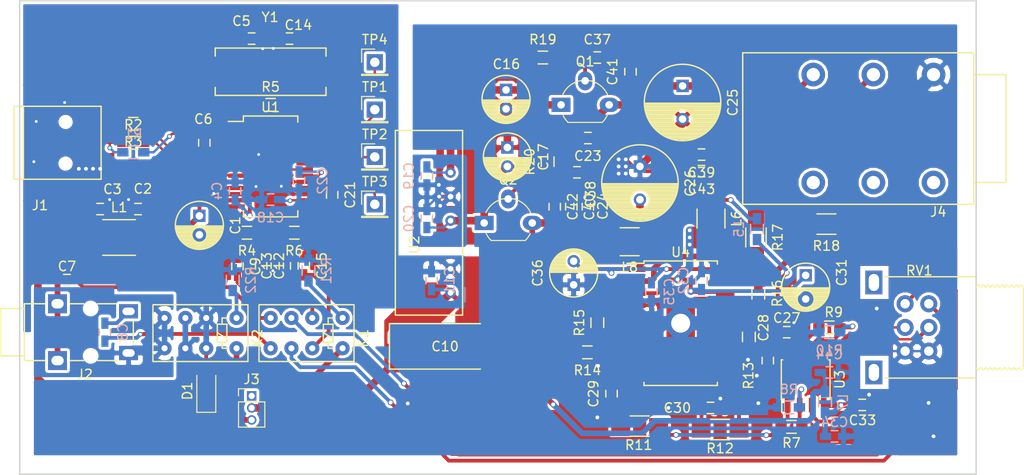
<source format=kicad_pcb>
(kicad_pcb (version 4) (host pcbnew 4.0.6)

  (general
    (links 185)
    (no_connects 0)
    (area 12.924999 13.424999 114.075001 63.575001)
    (thickness 1.6)
    (drawings 5)
    (tracks 792)
    (zones 0)
    (modules 91)
    (nets 68)
  )

  (page A4)
  (layers
    (0 F.Cu signal)
    (31 B.Cu signal)
    (32 B.Adhes user)
    (33 F.Adhes user)
    (34 B.Paste user)
    (35 F.Paste user)
    (36 B.SilkS user)
    (37 F.SilkS user)
    (38 B.Mask user)
    (39 F.Mask user)
    (40 Dwgs.User user)
    (41 Cmts.User user)
    (42 Eco1.User user)
    (43 Eco2.User user)
    (44 Edge.Cuts user)
    (45 Margin user)
    (46 B.CrtYd user)
    (47 F.CrtYd user)
    (48 B.Fab user hide)
    (49 F.Fab user hide)
  )

  (setup
    (last_trace_width 0.6)
    (user_trace_width 0.2)
    (user_trace_width 0.25)
    (user_trace_width 0.6)
    (user_trace_width 0.8)
    (user_trace_width 1.5)
    (trace_clearance 0.2)
    (zone_clearance 0.3)
    (zone_45_only yes)
    (trace_min 0.2)
    (segment_width 0.2)
    (edge_width 0.15)
    (via_size 0.6)
    (via_drill 0.4)
    (via_min_size 0.4)
    (via_min_drill 0.3)
    (user_via 0.5 0.3)
    (user_via 1.3 1)
    (uvia_size 0.3)
    (uvia_drill 0.1)
    (uvias_allowed no)
    (uvia_min_size 0.2)
    (uvia_min_drill 0.1)
    (pcb_text_width 0.3)
    (pcb_text_size 1.5 1.5)
    (mod_edge_width 0.15)
    (mod_text_size 1 1)
    (mod_text_width 0.15)
    (pad_size 1.524 1.524)
    (pad_drill 0.762)
    (pad_to_mask_clearance 0.2)
    (aux_axis_origin 0 0)
    (visible_elements FFFFFFFF)
    (pcbplotparams
      (layerselection 0x00030_80000001)
      (usegerberextensions false)
      (excludeedgelayer true)
      (linewidth 0.100000)
      (plotframeref false)
      (viasonmask false)
      (mode 1)
      (useauxorigin false)
      (hpglpennumber 1)
      (hpglpenspeed 20)
      (hpglpendiameter 15)
      (hpglpenoverlay 2)
      (psnegative false)
      (psa4output false)
      (plotreference true)
      (plotvalue true)
      (plotinvisibletext false)
      (padsonsilk false)
      (subtractmaskfromsilk false)
      (outputformat 1)
      (mirror false)
      (drillshape 1)
      (scaleselection 1)
      (outputdirectory ""))
  )

  (net 0 "")
  (net 1 Earth)
  (net 2 "Net-(C1-Pad1)")
  (net 3 +5V)
  (net 4 "Net-(C4-Pad2)")
  (net 5 "Net-(C5-Pad1)")
  (net 6 +3V3)
  (net 7 "Net-(C7-Pad2)")
  (net 8 "Net-(C7-Pad1)")
  (net 9 "Net-(C8-Pad2)")
  (net 10 "Net-(C8-Pad1)")
  (net 11 /LUSB)
  (net 12 "Net-(C9-Pad1)")
  (net 13 "Net-(C12-Pad1)")
  (net 14 "Net-(C13-Pad2)")
  (net 15 "Net-(C14-Pad1)")
  (net 16 /RUSB)
  (net 17 "Net-(C15-Pad1)")
  (net 18 GNDPWR)
  (net 19 "Net-(C16-Pad1)")
  (net 20 "Net-(C17-Pad2)")
  (net 21 "Net-(C18-Pad2)")
  (net 22 "Net-(C21-Pad1)")
  (net 23 "Net-(C22-Pad2)")
  (net 24 +12V)
  (net 25 -12V)
  (net 26 "Net-(C27-Pad1)")
  (net 27 "Net-(C29-Pad1)")
  (net 28 "Net-(C30-Pad1)")
  (net 29 "Net-(C31-Pad1)")
  (net 30 "Net-(C33-Pad2)")
  (net 31 "Net-(C35-Pad2)")
  (net 32 "Net-(D1-Pad1)")
  (net 33 "Net-(J1-Pad4)")
  (net 34 /D+)
  (net 35 /D-)
  (net 36 GNDA)
  (net 37 "Net-(J3-Pad1)")
  (net 38 "Net-(J4-Pad4)")
  (net 39 "Net-(J4-Pad6)")
  (net 40 "Net-(J4-Pad5)")
  (net 41 "Net-(J4-Pad2)")
  (net 42 "Net-(J4-Pad3)")
  (net 43 "Net-(K1-Pad6)")
  (net 44 "Net-(K1-Pad3)")
  (net 45 "Net-(R2-Pad2)")
  (net 46 "Net-(R3-Pad1)")
  (net 47 "Net-(R7-Pad2)")
  (net 48 "Net-(R11-Pad2)")
  (net 49 "Net-(R10-Pad2)")
  (net 50 "Net-(R12-Pad2)")
  (net 51 "Net-(R13-Pad2)")
  (net 52 "Net-(R14-Pad1)")
  (net 53 "Net-(R15-Pad2)")
  (net 54 "Net-(R16-Pad1)")
  (net 55 "Net-(RV1-Pad12)")
  (net 56 "Net-(RV1-Pad22)")
  (net 57 "Net-(TP1-Pad1)")
  (net 58 "Net-(TP2-Pad1)")
  (net 59 "Net-(TP3-Pad1)")
  (net 60 "Net-(U1-Pad5)")
  (net 61 "Net-(U1-Pad3)")
  (net 62 "Net-(U1-Pad2)")
  (net 63 "Net-(TP4-Pad1)")
  (net 64 "Net-(C37-Pad1)")
  (net 65 "Net-(C38-Pad1)")
  (net 66 "Net-(K1-Pad1)")
  (net 67 "Net-(K2-Pad1)")

  (net_class Default "This is the default net class."
    (clearance 0.2)
    (trace_width 0.4)
    (via_dia 0.6)
    (via_drill 0.4)
    (uvia_dia 0.3)
    (uvia_drill 0.1)
    (add_net +12V)
    (add_net +3V3)
    (add_net +5V)
    (add_net -12V)
    (add_net /D+)
    (add_net /D-)
    (add_net /LUSB)
    (add_net /RUSB)
    (add_net Earth)
    (add_net GNDA)
    (add_net GNDPWR)
    (add_net "Net-(C1-Pad1)")
    (add_net "Net-(C12-Pad1)")
    (add_net "Net-(C13-Pad2)")
    (add_net "Net-(C14-Pad1)")
    (add_net "Net-(C15-Pad1)")
    (add_net "Net-(C16-Pad1)")
    (add_net "Net-(C17-Pad2)")
    (add_net "Net-(C18-Pad2)")
    (add_net "Net-(C21-Pad1)")
    (add_net "Net-(C22-Pad2)")
    (add_net "Net-(C27-Pad1)")
    (add_net "Net-(C29-Pad1)")
    (add_net "Net-(C30-Pad1)")
    (add_net "Net-(C31-Pad1)")
    (add_net "Net-(C33-Pad2)")
    (add_net "Net-(C35-Pad2)")
    (add_net "Net-(C37-Pad1)")
    (add_net "Net-(C38-Pad1)")
    (add_net "Net-(C4-Pad2)")
    (add_net "Net-(C5-Pad1)")
    (add_net "Net-(C7-Pad1)")
    (add_net "Net-(C7-Pad2)")
    (add_net "Net-(C8-Pad1)")
    (add_net "Net-(C8-Pad2)")
    (add_net "Net-(C9-Pad1)")
    (add_net "Net-(D1-Pad1)")
    (add_net "Net-(J1-Pad4)")
    (add_net "Net-(J3-Pad1)")
    (add_net "Net-(J4-Pad2)")
    (add_net "Net-(J4-Pad3)")
    (add_net "Net-(J4-Pad4)")
    (add_net "Net-(J4-Pad5)")
    (add_net "Net-(J4-Pad6)")
    (add_net "Net-(K1-Pad1)")
    (add_net "Net-(K1-Pad3)")
    (add_net "Net-(K1-Pad6)")
    (add_net "Net-(K2-Pad1)")
    (add_net "Net-(R10-Pad2)")
    (add_net "Net-(R11-Pad2)")
    (add_net "Net-(R12-Pad2)")
    (add_net "Net-(R13-Pad2)")
    (add_net "Net-(R14-Pad1)")
    (add_net "Net-(R15-Pad2)")
    (add_net "Net-(R16-Pad1)")
    (add_net "Net-(R2-Pad2)")
    (add_net "Net-(R3-Pad1)")
    (add_net "Net-(R7-Pad2)")
    (add_net "Net-(RV1-Pad12)")
    (add_net "Net-(RV1-Pad22)")
    (add_net "Net-(TP1-Pad1)")
    (add_net "Net-(TP2-Pad1)")
    (add_net "Net-(TP3-Pad1)")
    (add_net "Net-(TP4-Pad1)")
    (add_net "Net-(U1-Pad2)")
    (add_net "Net-(U1-Pad3)")
    (add_net "Net-(U1-Pad5)")
  )

  (module Capacitors_THT:C_Radial_D8_L11.5_P3.5 (layer F.Cu) (tedit 0) (tstamp 5978A803)
    (at 83 22.5 270)
    (descr "Radial Electrolytic Capacitor Diameter 8mm x Length 11.5mm, Pitch 3.5mm")
    (tags "Electrolytic Capacitor")
    (path /593064DB)
    (fp_text reference C25 (at 1.75 -5.3 270) (layer F.SilkS)
      (effects (font (size 1 1) (thickness 0.15)))
    )
    (fp_text value 100u (at 1.75 5.3 270) (layer F.Fab)
      (effects (font (size 1 1) (thickness 0.15)))
    )
    (fp_circle (center 1.75 0) (end 1.75 -4.3) (layer F.CrtYd) (width 0.05))
    (fp_circle (center 1.75 0) (end 1.75 -4.0375) (layer F.SilkS) (width 0.15))
    (fp_circle (center 3.5 0) (end 3.5 -1) (layer F.SilkS) (width 0.15))
    (fp_line (start 5.745 -0.2) (end 5.745 0.2) (layer F.SilkS) (width 0.15))
    (fp_line (start 5.605 -1.067) (end 5.605 1.067) (layer F.SilkS) (width 0.15))
    (fp_line (start 5.465 -1.483) (end 5.465 1.483) (layer F.SilkS) (width 0.15))
    (fp_line (start 5.325 -1.794) (end 5.325 1.794) (layer F.SilkS) (width 0.15))
    (fp_line (start 5.185 -2.05) (end 5.185 2.05) (layer F.SilkS) (width 0.15))
    (fp_line (start 5.045 -2.268) (end 5.045 2.268) (layer F.SilkS) (width 0.15))
    (fp_line (start 4.905 -2.459) (end 4.905 2.459) (layer F.SilkS) (width 0.15))
    (fp_line (start 4.765 -2.629) (end 4.765 2.629) (layer F.SilkS) (width 0.15))
    (fp_line (start 4.625 -2.781) (end 4.625 2.781) (layer F.SilkS) (width 0.15))
    (fp_line (start 4.485 0.173) (end 4.485 2.919) (layer F.SilkS) (width 0.15))
    (fp_line (start 4.485 -2.919) (end 4.485 -0.173) (layer F.SilkS) (width 0.15))
    (fp_line (start 4.345 0.535) (end 4.345 3.044) (layer F.SilkS) (width 0.15))
    (fp_line (start 4.345 -3.044) (end 4.345 -0.535) (layer F.SilkS) (width 0.15))
    (fp_line (start 4.205 0.709) (end 4.205 3.158) (layer F.SilkS) (width 0.15))
    (fp_line (start 4.205 -3.158) (end 4.205 -0.709) (layer F.SilkS) (width 0.15))
    (fp_line (start 4.065 0.825) (end 4.065 3.262) (layer F.SilkS) (width 0.15))
    (fp_line (start 4.065 -3.262) (end 4.065 -0.825) (layer F.SilkS) (width 0.15))
    (fp_line (start 3.925 0.905) (end 3.925 3.357) (layer F.SilkS) (width 0.15))
    (fp_line (start 3.925 -3.357) (end 3.925 -0.905) (layer F.SilkS) (width 0.15))
    (fp_line (start 3.785 0.959) (end 3.785 3.444) (layer F.SilkS) (width 0.15))
    (fp_line (start 3.785 -3.444) (end 3.785 -0.959) (layer F.SilkS) (width 0.15))
    (fp_line (start 3.645 0.989) (end 3.645 3.523) (layer F.SilkS) (width 0.15))
    (fp_line (start 3.645 -3.523) (end 3.645 -0.989) (layer F.SilkS) (width 0.15))
    (fp_line (start 3.505 1) (end 3.505 3.594) (layer F.SilkS) (width 0.15))
    (fp_line (start 3.505 -3.594) (end 3.505 -1) (layer F.SilkS) (width 0.15))
    (fp_line (start 3.365 0.991) (end 3.365 3.659) (layer F.SilkS) (width 0.15))
    (fp_line (start 3.365 -3.659) (end 3.365 -0.991) (layer F.SilkS) (width 0.15))
    (fp_line (start 3.225 0.961) (end 3.225 3.718) (layer F.SilkS) (width 0.15))
    (fp_line (start 3.225 -3.718) (end 3.225 -0.961) (layer F.SilkS) (width 0.15))
    (fp_line (start 3.085 0.91) (end 3.085 3.771) (layer F.SilkS) (width 0.15))
    (fp_line (start 3.085 -3.771) (end 3.085 -0.91) (layer F.SilkS) (width 0.15))
    (fp_line (start 2.945 0.832) (end 2.945 3.817) (layer F.SilkS) (width 0.15))
    (fp_line (start 2.945 -3.817) (end 2.945 -0.832) (layer F.SilkS) (width 0.15))
    (fp_line (start 2.805 0.719) (end 2.805 3.858) (layer F.SilkS) (width 0.15))
    (fp_line (start 2.805 -3.858) (end 2.805 -0.719) (layer F.SilkS) (width 0.15))
    (fp_line (start 2.665 0.55) (end 2.665 3.894) (layer F.SilkS) (width 0.15))
    (fp_line (start 2.665 -3.894) (end 2.665 -0.55) (layer F.SilkS) (width 0.15))
    (fp_line (start 2.525 0.222) (end 2.525 3.924) (layer F.SilkS) (width 0.15))
    (fp_line (start 2.525 -3.924) (end 2.525 -0.222) (layer F.SilkS) (width 0.15))
    (fp_line (start 2.385 -3.949) (end 2.385 3.949) (layer F.SilkS) (width 0.15))
    (fp_line (start 2.245 -3.969) (end 2.245 3.969) (layer F.SilkS) (width 0.15))
    (fp_line (start 2.105 -3.984) (end 2.105 3.984) (layer F.SilkS) (width 0.15))
    (fp_line (start 1.965 -3.994) (end 1.965 3.994) (layer F.SilkS) (width 0.15))
    (fp_line (start 1.825 -3.999) (end 1.825 3.999) (layer F.SilkS) (width 0.15))
    (pad 1 thru_hole rect (at 0 0 270) (size 1.3 1.3) (drill 0.8) (layers *.Cu *.Mask)
      (net 24 +12V))
    (pad 2 thru_hole circle (at 3.5 0 270) (size 1.3 1.3) (drill 0.8) (layers *.Cu *.Mask)
      (net 18 GNDPWR))
    (model Capacitors_ThroughHole.3dshapes/C_Radial_D8_L11.5_P3.5.wrl
      (at (xyz 0 0 0))
      (scale (xyz 1 1 1))
      (rotate (xyz 0 0 0))
    )
  )

  (module Connectors:USB_Mini-B (layer F.Cu) (tedit 5543E571) (tstamp 5978A85A)
    (at 17 28.5)
    (descr "USB Mini-B 5-pin SMD connector")
    (tags "USB USB_B USB_Mini connector")
    (path /5976A1B4)
    (attr smd)
    (fp_text reference J1 (at -1.85 6.61) (layer F.SilkS)
      (effects (font (size 1 1) (thickness 0.15)))
    )
    (fp_text value USB_OTG (at 0 -7.0993) (layer F.Fab)
      (effects (font (size 1 1) (thickness 0.15)))
    )
    (fp_line (start 4.59994 -3.85064) (end -4.59994 -3.85064) (layer F.SilkS) (width 0.15))
    (fp_line (start 4.59994 3.85064) (end 4.59994 -3.85064) (layer F.SilkS) (width 0.15))
    (fp_line (start -4.59994 3.85064) (end 4.59994 3.85064) (layer F.SilkS) (width 0.15))
    (fp_line (start -4.59994 -3.85064) (end -4.59994 3.85064) (layer F.SilkS) (width 0.15))
    (fp_line (start -3.59918 -3.85064) (end -3.59918 3.85064) (layer F.SilkS) (width 0.15))
    (fp_line (start -4.85 5.7) (end -4.85 -5.7) (layer F.CrtYd) (width 0.05))
    (fp_line (start 4.85 5.7) (end -4.85 5.7) (layer F.CrtYd) (width 0.05))
    (fp_line (start 4.85 -5.7) (end 4.85 5.7) (layer F.CrtYd) (width 0.05))
    (fp_line (start -4.85 -5.7) (end 4.85 -5.7) (layer F.CrtYd) (width 0.05))
    (pad "" np_thru_hole circle (at 0.8509 2.19964) (size 0.89916 0.89916) (drill 0.89916) (layers *.Cu *.Mask))
    (pad "" np_thru_hole circle (at 0.8509 -2.19964) (size 0.89916 0.89916) (drill 0.89916) (layers *.Cu *.Mask))
    (pad 6 smd rect (at -2.14884 4.45008) (size 2.49936 1.99898) (layers F.Cu F.Paste F.Mask)
      (net 1 Earth))
    (pad 6 smd rect (at 3.35026 4.45008) (size 2.49936 1.99898) (layers F.Cu F.Paste F.Mask)
      (net 1 Earth))
    (pad 6 smd rect (at -2.14884 -4.45008) (size 2.49936 1.99898) (layers F.Cu F.Paste F.Mask)
      (net 1 Earth))
    (pad 6 smd rect (at 3.35026 -4.45008) (size 2.49936 1.99898) (layers F.Cu F.Paste F.Mask)
      (net 1 Earth))
    (pad 5 smd rect (at 3.44932 1.6002) (size 2.30124 0.50038) (layers F.Cu F.Paste F.Mask)
      (net 1 Earth))
    (pad 4 smd rect (at 3.44932 0.8001) (size 2.30124 0.50038) (layers F.Cu F.Paste F.Mask)
      (net 33 "Net-(J1-Pad4)"))
    (pad 3 smd rect (at 3.44932 0) (size 2.30124 0.50038) (layers F.Cu F.Paste F.Mask)
      (net 34 /D+))
    (pad 2 smd rect (at 3.44932 -0.8001) (size 2.30124 0.50038) (layers F.Cu F.Paste F.Mask)
      (net 35 /D-))
    (pad 1 smd rect (at 3.44932 -1.6002) (size 2.30124 0.50038) (layers F.Cu F.Paste F.Mask)
      (net 3 +5V))
  )

  (module Capacitors_THT:C_Radial_D5_L11_P2 (layer F.Cu) (tedit 0) (tstamp 5978A773)
    (at 31.98 36.22 270)
    (descr "Radial Electrolytic Capacitor 5mm x Length 11mm, Pitch 2mm")
    (tags "Electrolytic Capacitor")
    (path /5934B839)
    (fp_text reference C1 (at 1 -3.8 270) (layer F.SilkS)
      (effects (font (size 1 1) (thickness 0.15)))
    )
    (fp_text value 10u (at 1 3.8 270) (layer F.Fab)
      (effects (font (size 1 1) (thickness 0.15)))
    )
    (fp_circle (center 1 0) (end 1 -2.8) (layer F.CrtYd) (width 0.05))
    (fp_circle (center 1 0) (end 1 -2.5375) (layer F.SilkS) (width 0.15))
    (fp_circle (center 2 0) (end 2 -0.8) (layer F.SilkS) (width 0.15))
    (fp_line (start 3.455 -0.472) (end 3.455 0.472) (layer F.SilkS) (width 0.15))
    (fp_line (start 3.315 -0.944) (end 3.315 0.944) (layer F.SilkS) (width 0.15))
    (fp_line (start 3.175 -1.233) (end 3.175 1.233) (layer F.SilkS) (width 0.15))
    (fp_line (start 3.035 -1.452) (end 3.035 1.452) (layer F.SilkS) (width 0.15))
    (fp_line (start 2.895 -1.631) (end 2.895 1.631) (layer F.SilkS) (width 0.15))
    (fp_line (start 2.755 0.265) (end 2.755 1.78) (layer F.SilkS) (width 0.15))
    (fp_line (start 2.755 -1.78) (end 2.755 -0.265) (layer F.SilkS) (width 0.15))
    (fp_line (start 2.615 0.512) (end 2.615 1.908) (layer F.SilkS) (width 0.15))
    (fp_line (start 2.615 -1.908) (end 2.615 -0.512) (layer F.SilkS) (width 0.15))
    (fp_line (start 2.475 0.644) (end 2.475 2.019) (layer F.SilkS) (width 0.15))
    (fp_line (start 2.475 -2.019) (end 2.475 -0.644) (layer F.SilkS) (width 0.15))
    (fp_line (start 2.335 0.726) (end 2.335 2.114) (layer F.SilkS) (width 0.15))
    (fp_line (start 2.335 -2.114) (end 2.335 -0.726) (layer F.SilkS) (width 0.15))
    (fp_line (start 2.195 0.776) (end 2.195 2.196) (layer F.SilkS) (width 0.15))
    (fp_line (start 2.195 -2.196) (end 2.195 -0.776) (layer F.SilkS) (width 0.15))
    (fp_line (start 2.055 0.798) (end 2.055 2.266) (layer F.SilkS) (width 0.15))
    (fp_line (start 2.055 -2.266) (end 2.055 -0.798) (layer F.SilkS) (width 0.15))
    (fp_line (start 1.915 0.795) (end 1.915 2.327) (layer F.SilkS) (width 0.15))
    (fp_line (start 1.915 -2.327) (end 1.915 -0.795) (layer F.SilkS) (width 0.15))
    (fp_line (start 1.775 0.768) (end 1.775 2.377) (layer F.SilkS) (width 0.15))
    (fp_line (start 1.775 -2.377) (end 1.775 -0.768) (layer F.SilkS) (width 0.15))
    (fp_line (start 1.635 0.712) (end 1.635 2.418) (layer F.SilkS) (width 0.15))
    (fp_line (start 1.635 -2.418) (end 1.635 -0.712) (layer F.SilkS) (width 0.15))
    (fp_line (start 1.495 0.62) (end 1.495 2.451) (layer F.SilkS) (width 0.15))
    (fp_line (start 1.495 -2.451) (end 1.495 -0.62) (layer F.SilkS) (width 0.15))
    (fp_line (start 1.355 0.473) (end 1.355 2.475) (layer F.SilkS) (width 0.15))
    (fp_line (start 1.355 -2.475) (end 1.355 -0.473) (layer F.SilkS) (width 0.15))
    (fp_line (start 1.215 0.154) (end 1.215 2.491) (layer F.SilkS) (width 0.15))
    (fp_line (start 1.215 -2.491) (end 1.215 -0.154) (layer F.SilkS) (width 0.15))
    (fp_line (start 1.075 -2.499) (end 1.075 2.499) (layer F.SilkS) (width 0.15))
    (pad 2 thru_hole circle (at 2 0 270) (size 1.3 1.3) (drill 0.8) (layers *.Cu *.Mask)
      (net 1 Earth))
    (pad 1 thru_hole rect (at 0 0 270) (size 1.3 1.3) (drill 0.8) (layers *.Cu *.Mask)
      (net 2 "Net-(C1-Pad1)"))
    (model Capacitors_ThroughHole.3dshapes/C_Radial_D5_L11_P2.wrl
      (at (xyz 0 0 0))
      (scale (xyz 1 1 1))
      (rotate (xyz 0 0 0))
    )
  )

  (module Capacitors_SMD:C_0603_HandSoldering (layer F.Cu) (tedit 541A9B4D) (tstamp 5978A779)
    (at 25.5 35.5)
    (descr "Capacitor SMD 0603, hand soldering")
    (tags "capacitor 0603")
    (path /5934BF3E)
    (attr smd)
    (fp_text reference C2 (at 0.51 -2.14) (layer F.SilkS)
      (effects (font (size 1 1) (thickness 0.15)))
    )
    (fp_text value 100n (at 0 1.9) (layer F.Fab)
      (effects (font (size 1 1) (thickness 0.15)))
    )
    (fp_line (start 0.35 0.6) (end -0.35 0.6) (layer F.SilkS) (width 0.15))
    (fp_line (start -0.35 -0.6) (end 0.35 -0.6) (layer F.SilkS) (width 0.15))
    (fp_line (start 1.85 -0.75) (end 1.85 0.75) (layer F.CrtYd) (width 0.05))
    (fp_line (start -1.85 -0.75) (end -1.85 0.75) (layer F.CrtYd) (width 0.05))
    (fp_line (start -1.85 0.75) (end 1.85 0.75) (layer F.CrtYd) (width 0.05))
    (fp_line (start -1.85 -0.75) (end 1.85 -0.75) (layer F.CrtYd) (width 0.05))
    (fp_line (start -0.8 -0.4) (end 0.8 -0.4) (layer F.Fab) (width 0.15))
    (fp_line (start 0.8 -0.4) (end 0.8 0.4) (layer F.Fab) (width 0.15))
    (fp_line (start 0.8 0.4) (end -0.8 0.4) (layer F.Fab) (width 0.15))
    (fp_line (start -0.8 0.4) (end -0.8 -0.4) (layer F.Fab) (width 0.15))
    (pad 2 smd rect (at 0.95 0) (size 1.2 0.75) (layers F.Cu F.Paste F.Mask)
      (net 2 "Net-(C1-Pad1)"))
    (pad 1 smd rect (at -0.95 0) (size 1.2 0.75) (layers F.Cu F.Paste F.Mask)
      (net 1 Earth))
    (model Capacitors_SMD.3dshapes/C_0603_HandSoldering.wrl
      (at (xyz 0 0 0))
      (scale (xyz 1 1 1))
      (rotate (xyz 0 0 0))
    )
  )

  (module Capacitors_SMD:C_0603_HandSoldering (layer F.Cu) (tedit 541A9B4D) (tstamp 5978A77F)
    (at 21.5 35.5)
    (descr "Capacitor SMD 0603, hand soldering")
    (tags "capacitor 0603")
    (path /59305590)
    (attr smd)
    (fp_text reference C3 (at 1.3 -2.1) (layer F.SilkS)
      (effects (font (size 1 1) (thickness 0.15)))
    )
    (fp_text value 200n (at 0 1.9) (layer F.Fab)
      (effects (font (size 1 1) (thickness 0.15)))
    )
    (fp_line (start 0.35 0.6) (end -0.35 0.6) (layer F.SilkS) (width 0.15))
    (fp_line (start -0.35 -0.6) (end 0.35 -0.6) (layer F.SilkS) (width 0.15))
    (fp_line (start 1.85 -0.75) (end 1.85 0.75) (layer F.CrtYd) (width 0.05))
    (fp_line (start -1.85 -0.75) (end -1.85 0.75) (layer F.CrtYd) (width 0.05))
    (fp_line (start -1.85 0.75) (end 1.85 0.75) (layer F.CrtYd) (width 0.05))
    (fp_line (start -1.85 -0.75) (end 1.85 -0.75) (layer F.CrtYd) (width 0.05))
    (fp_line (start -0.8 -0.4) (end 0.8 -0.4) (layer F.Fab) (width 0.15))
    (fp_line (start 0.8 -0.4) (end 0.8 0.4) (layer F.Fab) (width 0.15))
    (fp_line (start 0.8 0.4) (end -0.8 0.4) (layer F.Fab) (width 0.15))
    (fp_line (start -0.8 0.4) (end -0.8 -0.4) (layer F.Fab) (width 0.15))
    (pad 2 smd rect (at 0.95 0) (size 1.2 0.75) (layers F.Cu F.Paste F.Mask)
      (net 1 Earth))
    (pad 1 smd rect (at -0.95 0) (size 1.2 0.75) (layers F.Cu F.Paste F.Mask)
      (net 3 +5V))
    (model Capacitors_SMD.3dshapes/C_0603_HandSoldering.wrl
      (at (xyz 0 0 0))
      (scale (xyz 1 1 1))
      (rotate (xyz 0 0 0))
    )
  )

  (module Capacitors_SMD:C_0603_HandSoldering (layer B.Cu) (tedit 541A9B4D) (tstamp 5978A785)
    (at 35.75 33.59 270)
    (descr "Capacitor SMD 0603, hand soldering")
    (tags "capacitor 0603")
    (path /5934A4BD)
    (attr smd)
    (fp_text reference C4 (at 0 1.9 270) (layer B.SilkS)
      (effects (font (size 1 1) (thickness 0.15)) (justify mirror))
    )
    (fp_text value 1u (at 0 -1.9 270) (layer B.Fab)
      (effects (font (size 1 1) (thickness 0.15)) (justify mirror))
    )
    (fp_line (start 0.35 -0.6) (end -0.35 -0.6) (layer B.SilkS) (width 0.15))
    (fp_line (start -0.35 0.6) (end 0.35 0.6) (layer B.SilkS) (width 0.15))
    (fp_line (start 1.85 0.75) (end 1.85 -0.75) (layer B.CrtYd) (width 0.05))
    (fp_line (start -1.85 0.75) (end -1.85 -0.75) (layer B.CrtYd) (width 0.05))
    (fp_line (start -1.85 -0.75) (end 1.85 -0.75) (layer B.CrtYd) (width 0.05))
    (fp_line (start -1.85 0.75) (end 1.85 0.75) (layer B.CrtYd) (width 0.05))
    (fp_line (start -0.8 0.4) (end 0.8 0.4) (layer B.Fab) (width 0.15))
    (fp_line (start 0.8 0.4) (end 0.8 -0.4) (layer B.Fab) (width 0.15))
    (fp_line (start 0.8 -0.4) (end -0.8 -0.4) (layer B.Fab) (width 0.15))
    (fp_line (start -0.8 -0.4) (end -0.8 0.4) (layer B.Fab) (width 0.15))
    (pad 2 smd rect (at 0.95 0 270) (size 1.2 0.75) (layers B.Cu B.Paste B.Mask)
      (net 4 "Net-(C4-Pad2)"))
    (pad 1 smd rect (at -0.95 0 270) (size 1.2 0.75) (layers B.Cu B.Paste B.Mask)
      (net 1 Earth))
    (model Capacitors_SMD.3dshapes/C_0603_HandSoldering.wrl
      (at (xyz 0 0 0))
      (scale (xyz 1 1 1))
      (rotate (xyz 0 0 0))
    )
  )

  (module Capacitors_SMD:C_0603_HandSoldering (layer F.Cu) (tedit 541A9B4D) (tstamp 5978A78B)
    (at 37.5 17.5)
    (descr "Capacitor SMD 0603, hand soldering")
    (tags "capacitor 0603")
    (path /59348C90)
    (attr smd)
    (fp_text reference C5 (at -1.08 -1.85) (layer F.SilkS)
      (effects (font (size 1 1) (thickness 0.15)))
    )
    (fp_text value 27p (at 0 1.9) (layer F.Fab)
      (effects (font (size 1 1) (thickness 0.15)))
    )
    (fp_line (start 0.35 0.6) (end -0.35 0.6) (layer F.SilkS) (width 0.15))
    (fp_line (start -0.35 -0.6) (end 0.35 -0.6) (layer F.SilkS) (width 0.15))
    (fp_line (start 1.85 -0.75) (end 1.85 0.75) (layer F.CrtYd) (width 0.05))
    (fp_line (start -1.85 -0.75) (end -1.85 0.75) (layer F.CrtYd) (width 0.05))
    (fp_line (start -1.85 0.75) (end 1.85 0.75) (layer F.CrtYd) (width 0.05))
    (fp_line (start -1.85 -0.75) (end 1.85 -0.75) (layer F.CrtYd) (width 0.05))
    (fp_line (start -0.8 -0.4) (end 0.8 -0.4) (layer F.Fab) (width 0.15))
    (fp_line (start 0.8 -0.4) (end 0.8 0.4) (layer F.Fab) (width 0.15))
    (fp_line (start 0.8 0.4) (end -0.8 0.4) (layer F.Fab) (width 0.15))
    (fp_line (start -0.8 0.4) (end -0.8 -0.4) (layer F.Fab) (width 0.15))
    (pad 2 smd rect (at 0.95 0) (size 1.2 0.75) (layers F.Cu F.Paste F.Mask)
      (net 1 Earth))
    (pad 1 smd rect (at -0.95 0) (size 1.2 0.75) (layers F.Cu F.Paste F.Mask)
      (net 5 "Net-(C5-Pad1)"))
    (model Capacitors_SMD.3dshapes/C_0603_HandSoldering.wrl
      (at (xyz 0 0 0))
      (scale (xyz 1 1 1))
      (rotate (xyz 0 0 0))
    )
  )

  (module Capacitors_SMD:C_0603_HandSoldering (layer F.Cu) (tedit 541A9B4D) (tstamp 5978A791)
    (at 32.5 28.5 90)
    (descr "Capacitor SMD 0603, hand soldering")
    (tags "capacitor 0603")
    (path /5934D473)
    (attr smd)
    (fp_text reference C6 (at 2.5 -0.1 180) (layer F.SilkS)
      (effects (font (size 1 1) (thickness 0.15)))
    )
    (fp_text value 200n (at 0 1.9 90) (layer F.Fab)
      (effects (font (size 1 1) (thickness 0.15)))
    )
    (fp_line (start 0.35 0.6) (end -0.35 0.6) (layer F.SilkS) (width 0.15))
    (fp_line (start -0.35 -0.6) (end 0.35 -0.6) (layer F.SilkS) (width 0.15))
    (fp_line (start 1.85 -0.75) (end 1.85 0.75) (layer F.CrtYd) (width 0.05))
    (fp_line (start -1.85 -0.75) (end -1.85 0.75) (layer F.CrtYd) (width 0.05))
    (fp_line (start -1.85 0.75) (end 1.85 0.75) (layer F.CrtYd) (width 0.05))
    (fp_line (start -1.85 -0.75) (end 1.85 -0.75) (layer F.CrtYd) (width 0.05))
    (fp_line (start -0.8 -0.4) (end 0.8 -0.4) (layer F.Fab) (width 0.15))
    (fp_line (start 0.8 -0.4) (end 0.8 0.4) (layer F.Fab) (width 0.15))
    (fp_line (start 0.8 0.4) (end -0.8 0.4) (layer F.Fab) (width 0.15))
    (fp_line (start -0.8 0.4) (end -0.8 -0.4) (layer F.Fab) (width 0.15))
    (pad 2 smd rect (at 0.95 0 90) (size 1.2 0.75) (layers F.Cu F.Paste F.Mask)
      (net 6 +3V3))
    (pad 1 smd rect (at -0.95 0 90) (size 1.2 0.75) (layers F.Cu F.Paste F.Mask)
      (net 1 Earth))
    (model Capacitors_SMD.3dshapes/C_0603_HandSoldering.wrl
      (at (xyz 0 0 0))
      (scale (xyz 1 1 1))
      (rotate (xyz 0 0 0))
    )
  )

  (module Capacitors_SMD:C_0603_HandSoldering (layer F.Cu) (tedit 541A9B4D) (tstamp 5978A797)
    (at 18 43 180)
    (descr "Capacitor SMD 0603, hand soldering")
    (tags "capacitor 0603")
    (path /5935AC3B)
    (attr smd)
    (fp_text reference C7 (at 0 1.45 180) (layer F.SilkS)
      (effects (font (size 1 1) (thickness 0.15)))
    )
    (fp_text value 1u (at 0 1.9 180) (layer F.Fab)
      (effects (font (size 1 1) (thickness 0.15)))
    )
    (fp_line (start 0.35 0.6) (end -0.35 0.6) (layer F.SilkS) (width 0.15))
    (fp_line (start -0.35 -0.6) (end 0.35 -0.6) (layer F.SilkS) (width 0.15))
    (fp_line (start 1.85 -0.75) (end 1.85 0.75) (layer F.CrtYd) (width 0.05))
    (fp_line (start -1.85 -0.75) (end -1.85 0.75) (layer F.CrtYd) (width 0.05))
    (fp_line (start -1.85 0.75) (end 1.85 0.75) (layer F.CrtYd) (width 0.05))
    (fp_line (start -1.85 -0.75) (end 1.85 -0.75) (layer F.CrtYd) (width 0.05))
    (fp_line (start -0.8 -0.4) (end 0.8 -0.4) (layer F.Fab) (width 0.15))
    (fp_line (start 0.8 -0.4) (end 0.8 0.4) (layer F.Fab) (width 0.15))
    (fp_line (start 0.8 0.4) (end -0.8 0.4) (layer F.Fab) (width 0.15))
    (fp_line (start -0.8 0.4) (end -0.8 -0.4) (layer F.Fab) (width 0.15))
    (pad 2 smd rect (at 0.95 0 180) (size 1.2 0.75) (layers F.Cu F.Paste F.Mask)
      (net 7 "Net-(C7-Pad2)"))
    (pad 1 smd rect (at -0.95 0 180) (size 1.2 0.75) (layers F.Cu F.Paste F.Mask)
      (net 8 "Net-(C7-Pad1)"))
    (model Capacitors_SMD.3dshapes/C_0603_HandSoldering.wrl
      (at (xyz 0 0 0))
      (scale (xyz 1 1 1))
      (rotate (xyz 0 0 0))
    )
  )

  (module Capacitors_SMD:C_0603_HandSoldering (layer B.Cu) (tedit 541A9B4D) (tstamp 5978A79D)
    (at 22 48.5 90)
    (descr "Capacitor SMD 0603, hand soldering")
    (tags "capacitor 0603")
    (path /5935A9B7)
    (attr smd)
    (fp_text reference C8 (at 0 1.9 90) (layer B.SilkS)
      (effects (font (size 1 1) (thickness 0.15)) (justify mirror))
    )
    (fp_text value 1u (at 0 -1.9 90) (layer B.Fab)
      (effects (font (size 1 1) (thickness 0.15)) (justify mirror))
    )
    (fp_line (start 0.35 -0.6) (end -0.35 -0.6) (layer B.SilkS) (width 0.15))
    (fp_line (start -0.35 0.6) (end 0.35 0.6) (layer B.SilkS) (width 0.15))
    (fp_line (start 1.85 0.75) (end 1.85 -0.75) (layer B.CrtYd) (width 0.05))
    (fp_line (start -1.85 0.75) (end -1.85 -0.75) (layer B.CrtYd) (width 0.05))
    (fp_line (start -1.85 -0.75) (end 1.85 -0.75) (layer B.CrtYd) (width 0.05))
    (fp_line (start -1.85 0.75) (end 1.85 0.75) (layer B.CrtYd) (width 0.05))
    (fp_line (start -0.8 0.4) (end 0.8 0.4) (layer B.Fab) (width 0.15))
    (fp_line (start 0.8 0.4) (end 0.8 -0.4) (layer B.Fab) (width 0.15))
    (fp_line (start 0.8 -0.4) (end -0.8 -0.4) (layer B.Fab) (width 0.15))
    (fp_line (start -0.8 -0.4) (end -0.8 0.4) (layer B.Fab) (width 0.15))
    (pad 2 smd rect (at 0.95 0 90) (size 1.2 0.75) (layers B.Cu B.Paste B.Mask)
      (net 9 "Net-(C8-Pad2)"))
    (pad 1 smd rect (at -0.95 0 90) (size 1.2 0.75) (layers B.Cu B.Paste B.Mask)
      (net 10 "Net-(C8-Pad1)"))
    (model Capacitors_SMD.3dshapes/C_0603_HandSoldering.wrl
      (at (xyz 0 0 0))
      (scale (xyz 1 1 1))
      (rotate (xyz 0 0 0))
    )
  )

  (module Capacitors_SMD:C_0603_HandSoldering (layer F.Cu) (tedit 541A9B4D) (tstamp 5978A7A3)
    (at 36 41.55 270)
    (descr "Capacitor SMD 0603, hand soldering")
    (tags "capacitor 0603")
    (path /593501B5)
    (attr smd)
    (fp_text reference C9 (at 0 -1.9 270) (layer F.SilkS)
      (effects (font (size 1 1) (thickness 0.15)))
    )
    (fp_text value 1u (at 0 1.9 270) (layer F.Fab)
      (effects (font (size 1 1) (thickness 0.15)))
    )
    (fp_line (start 0.35 0.6) (end -0.35 0.6) (layer F.SilkS) (width 0.15))
    (fp_line (start -0.35 -0.6) (end 0.35 -0.6) (layer F.SilkS) (width 0.15))
    (fp_line (start 1.85 -0.75) (end 1.85 0.75) (layer F.CrtYd) (width 0.05))
    (fp_line (start -1.85 -0.75) (end -1.85 0.75) (layer F.CrtYd) (width 0.05))
    (fp_line (start -1.85 0.75) (end 1.85 0.75) (layer F.CrtYd) (width 0.05))
    (fp_line (start -1.85 -0.75) (end 1.85 -0.75) (layer F.CrtYd) (width 0.05))
    (fp_line (start -0.8 -0.4) (end 0.8 -0.4) (layer F.Fab) (width 0.15))
    (fp_line (start 0.8 -0.4) (end 0.8 0.4) (layer F.Fab) (width 0.15))
    (fp_line (start 0.8 0.4) (end -0.8 0.4) (layer F.Fab) (width 0.15))
    (fp_line (start -0.8 0.4) (end -0.8 -0.4) (layer F.Fab) (width 0.15))
    (pad 2 smd rect (at 0.95 0 270) (size 1.2 0.75) (layers F.Cu F.Paste F.Mask)
      (net 11 /LUSB))
    (pad 1 smd rect (at -0.95 0 270) (size 1.2 0.75) (layers F.Cu F.Paste F.Mask)
      (net 12 "Net-(C9-Pad1)"))
    (model Capacitors_SMD.3dshapes/C_0603_HandSoldering.wrl
      (at (xyz 0 0 0))
      (scale (xyz 1 1 1))
      (rotate (xyz 0 0 0))
    )
  )

  (module Capacitors_Tantalum_SMD:Tantalum_Case-D_EIA-7343-31_Hand (layer F.Cu) (tedit 57B6E980) (tstamp 5978A7A9)
    (at 58 50)
    (descr "Tantalum capacitor, Case D, EIA 7343-31, 7.3x4.3x2.8mm, Hand soldering footprint")
    (tags "capacitor tantalum smd")
    (path /593055F7)
    (attr smd)
    (fp_text reference C10 (at -0.08 0.01) (layer F.SilkS)
      (effects (font (size 1 1) (thickness 0.15)))
    )
    (fp_text value 100u (at 0 3.9) (layer F.Fab)
      (effects (font (size 1 1) (thickness 0.15)))
    )
    (fp_line (start -5.95 -2.4) (end -5.95 2.4) (layer F.SilkS) (width 0.15))
    (fp_line (start -5.95 2.4) (end 3.65 2.4) (layer F.SilkS) (width 0.15))
    (fp_line (start -5.95 -2.4) (end 3.65 -2.4) (layer F.SilkS) (width 0.15))
    (fp_line (start -2.555 -2.15) (end -2.555 2.15) (layer F.Fab) (width 0.15))
    (fp_line (start -2.92 -2.15) (end -2.92 2.15) (layer F.Fab) (width 0.15))
    (fp_line (start 3.65 -2.15) (end -3.65 -2.15) (layer F.Fab) (width 0.15))
    (fp_line (start 3.65 2.15) (end 3.65 -2.15) (layer F.Fab) (width 0.15))
    (fp_line (start -3.65 2.15) (end 3.65 2.15) (layer F.Fab) (width 0.15))
    (fp_line (start -3.65 -2.15) (end -3.65 2.15) (layer F.Fab) (width 0.15))
    (fp_line (start 6.05 -2.5) (end -6.05 -2.5) (layer F.CrtYd) (width 0.05))
    (fp_line (start 6.05 2.5) (end 6.05 -2.5) (layer F.CrtYd) (width 0.05))
    (fp_line (start -6.05 2.5) (end 6.05 2.5) (layer F.CrtYd) (width 0.05))
    (fp_line (start -6.05 -2.5) (end -6.05 2.5) (layer F.CrtYd) (width 0.05))
    (pad 2 smd rect (at 3.775 0) (size 3.75 2.7) (layers F.Cu F.Paste F.Mask)
      (net 1 Earth))
    (pad 1 smd rect (at -3.775 0) (size 3.75 2.7) (layers F.Cu F.Paste F.Mask)
      (net 3 +5V))
    (model Capacitors_Tantalum_SMD.3dshapes/Tantalum_Case-D_EIA-7343-31.wrl
      (at (xyz 0 0 0))
      (scale (xyz 1 1 1))
      (rotate (xyz 0 0 0))
    )
  )

  (module Capacitors_SMD:C_0603_HandSoldering (layer B.Cu) (tedit 541A9B4D) (tstamp 5978A7AF)
    (at 56.5 43.05 90)
    (descr "Capacitor SMD 0603, hand soldering")
    (tags "capacitor 0603")
    (path /5930565F)
    (attr smd)
    (fp_text reference C11 (at 0 1.9 90) (layer B.SilkS)
      (effects (font (size 1 1) (thickness 0.15)) (justify mirror))
    )
    (fp_text value 100n (at 0 -1.9 90) (layer B.Fab)
      (effects (font (size 1 1) (thickness 0.15)) (justify mirror))
    )
    (fp_line (start 0.35 -0.6) (end -0.35 -0.6) (layer B.SilkS) (width 0.15))
    (fp_line (start -0.35 0.6) (end 0.35 0.6) (layer B.SilkS) (width 0.15))
    (fp_line (start 1.85 0.75) (end 1.85 -0.75) (layer B.CrtYd) (width 0.05))
    (fp_line (start -1.85 0.75) (end -1.85 -0.75) (layer B.CrtYd) (width 0.05))
    (fp_line (start -1.85 -0.75) (end 1.85 -0.75) (layer B.CrtYd) (width 0.05))
    (fp_line (start -1.85 0.75) (end 1.85 0.75) (layer B.CrtYd) (width 0.05))
    (fp_line (start -0.8 0.4) (end 0.8 0.4) (layer B.Fab) (width 0.15))
    (fp_line (start 0.8 0.4) (end 0.8 -0.4) (layer B.Fab) (width 0.15))
    (fp_line (start 0.8 -0.4) (end -0.8 -0.4) (layer B.Fab) (width 0.15))
    (fp_line (start -0.8 -0.4) (end -0.8 0.4) (layer B.Fab) (width 0.15))
    (pad 2 smd rect (at 0.95 0 90) (size 1.2 0.75) (layers B.Cu B.Paste B.Mask)
      (net 1 Earth))
    (pad 1 smd rect (at -0.95 0 90) (size 1.2 0.75) (layers B.Cu B.Paste B.Mask)
      (net 3 +5V))
    (model Capacitors_SMD.3dshapes/C_0603_HandSoldering.wrl
      (at (xyz 0 0 0))
      (scale (xyz 1 1 1))
      (rotate (xyz 0 0 0))
    )
  )

  (module Capacitors_SMD:C_0603_HandSoldering (layer F.Cu) (tedit 541A9B4D) (tstamp 5978A7B5)
    (at 38.5 41.5 270)
    (descr "Capacitor SMD 0603, hand soldering")
    (tags "capacitor 0603")
    (path /5934FA03)
    (attr smd)
    (fp_text reference C12 (at 0 -1.9 270) (layer F.SilkS)
      (effects (font (size 1 1) (thickness 0.15)))
    )
    (fp_text value 22n (at 0 1.9 270) (layer F.Fab)
      (effects (font (size 1 1) (thickness 0.15)))
    )
    (fp_line (start 0.35 0.6) (end -0.35 0.6) (layer F.SilkS) (width 0.15))
    (fp_line (start -0.35 -0.6) (end 0.35 -0.6) (layer F.SilkS) (width 0.15))
    (fp_line (start 1.85 -0.75) (end 1.85 0.75) (layer F.CrtYd) (width 0.05))
    (fp_line (start -1.85 -0.75) (end -1.85 0.75) (layer F.CrtYd) (width 0.05))
    (fp_line (start -1.85 0.75) (end 1.85 0.75) (layer F.CrtYd) (width 0.05))
    (fp_line (start -1.85 -0.75) (end 1.85 -0.75) (layer F.CrtYd) (width 0.05))
    (fp_line (start -0.8 -0.4) (end 0.8 -0.4) (layer F.Fab) (width 0.15))
    (fp_line (start 0.8 -0.4) (end 0.8 0.4) (layer F.Fab) (width 0.15))
    (fp_line (start 0.8 0.4) (end -0.8 0.4) (layer F.Fab) (width 0.15))
    (fp_line (start -0.8 0.4) (end -0.8 -0.4) (layer F.Fab) (width 0.15))
    (pad 2 smd rect (at 0.95 0 270) (size 1.2 0.75) (layers F.Cu F.Paste F.Mask)
      (net 1 Earth))
    (pad 1 smd rect (at -0.95 0 270) (size 1.2 0.75) (layers F.Cu F.Paste F.Mask)
      (net 13 "Net-(C12-Pad1)"))
    (model Capacitors_SMD.3dshapes/C_0603_HandSoldering.wrl
      (at (xyz 0 0 0))
      (scale (xyz 1 1 1))
      (rotate (xyz 0 0 0))
    )
  )

  (module Capacitors_SMD:C_0603_HandSoldering (layer F.Cu) (tedit 541A9B4D) (tstamp 5978A7BB)
    (at 41 41.5 90)
    (descr "Capacitor SMD 0603, hand soldering")
    (tags "capacitor 0603")
    (path /5934F029)
    (attr smd)
    (fp_text reference C13 (at 0 -1.9 90) (layer F.SilkS)
      (effects (font (size 1 1) (thickness 0.15)))
    )
    (fp_text value 22n (at 0 1.9 90) (layer F.Fab)
      (effects (font (size 1 1) (thickness 0.15)))
    )
    (fp_line (start 0.35 0.6) (end -0.35 0.6) (layer F.SilkS) (width 0.15))
    (fp_line (start -0.35 -0.6) (end 0.35 -0.6) (layer F.SilkS) (width 0.15))
    (fp_line (start 1.85 -0.75) (end 1.85 0.75) (layer F.CrtYd) (width 0.05))
    (fp_line (start -1.85 -0.75) (end -1.85 0.75) (layer F.CrtYd) (width 0.05))
    (fp_line (start -1.85 0.75) (end 1.85 0.75) (layer F.CrtYd) (width 0.05))
    (fp_line (start -1.85 -0.75) (end 1.85 -0.75) (layer F.CrtYd) (width 0.05))
    (fp_line (start -0.8 -0.4) (end 0.8 -0.4) (layer F.Fab) (width 0.15))
    (fp_line (start 0.8 -0.4) (end 0.8 0.4) (layer F.Fab) (width 0.15))
    (fp_line (start 0.8 0.4) (end -0.8 0.4) (layer F.Fab) (width 0.15))
    (fp_line (start -0.8 0.4) (end -0.8 -0.4) (layer F.Fab) (width 0.15))
    (pad 2 smd rect (at 0.95 0 90) (size 1.2 0.75) (layers F.Cu F.Paste F.Mask)
      (net 14 "Net-(C13-Pad2)"))
    (pad 1 smd rect (at -0.95 0 90) (size 1.2 0.75) (layers F.Cu F.Paste F.Mask)
      (net 1 Earth))
    (model Capacitors_SMD.3dshapes/C_0603_HandSoldering.wrl
      (at (xyz 0 0 0))
      (scale (xyz 1 1 1))
      (rotate (xyz 0 0 0))
    )
  )

  (module Capacitors_SMD:C_0603_HandSoldering (layer F.Cu) (tedit 541A9B4D) (tstamp 5978A7C1)
    (at 41.5 17.5 180)
    (descr "Capacitor SMD 0603, hand soldering")
    (tags "capacitor 0603")
    (path /59348F37)
    (attr smd)
    (fp_text reference C14 (at -0.93 1.43 180) (layer F.SilkS)
      (effects (font (size 1 1) (thickness 0.15)))
    )
    (fp_text value 27p (at 0 1.9 180) (layer F.Fab)
      (effects (font (size 1 1) (thickness 0.15)))
    )
    (fp_line (start 0.35 0.6) (end -0.35 0.6) (layer F.SilkS) (width 0.15))
    (fp_line (start -0.35 -0.6) (end 0.35 -0.6) (layer F.SilkS) (width 0.15))
    (fp_line (start 1.85 -0.75) (end 1.85 0.75) (layer F.CrtYd) (width 0.05))
    (fp_line (start -1.85 -0.75) (end -1.85 0.75) (layer F.CrtYd) (width 0.05))
    (fp_line (start -1.85 0.75) (end 1.85 0.75) (layer F.CrtYd) (width 0.05))
    (fp_line (start -1.85 -0.75) (end 1.85 -0.75) (layer F.CrtYd) (width 0.05))
    (fp_line (start -0.8 -0.4) (end 0.8 -0.4) (layer F.Fab) (width 0.15))
    (fp_line (start 0.8 -0.4) (end 0.8 0.4) (layer F.Fab) (width 0.15))
    (fp_line (start 0.8 0.4) (end -0.8 0.4) (layer F.Fab) (width 0.15))
    (fp_line (start -0.8 0.4) (end -0.8 -0.4) (layer F.Fab) (width 0.15))
    (pad 2 smd rect (at 0.95 0 180) (size 1.2 0.75) (layers F.Cu F.Paste F.Mask)
      (net 1 Earth))
    (pad 1 smd rect (at -0.95 0 180) (size 1.2 0.75) (layers F.Cu F.Paste F.Mask)
      (net 15 "Net-(C14-Pad1)"))
    (model Capacitors_SMD.3dshapes/C_0603_HandSoldering.wrl
      (at (xyz 0 0 0))
      (scale (xyz 1 1 1))
      (rotate (xyz 0 0 0))
    )
  )

  (module Capacitors_SMD:C_0603_HandSoldering (layer F.Cu) (tedit 541A9B4D) (tstamp 5978A7C7)
    (at 43 41.5 270)
    (descr "Capacitor SMD 0603, hand soldering")
    (tags "capacitor 0603")
    (path /5934F52B)
    (attr smd)
    (fp_text reference C15 (at 0 -1.9 270) (layer F.SilkS)
      (effects (font (size 1 1) (thickness 0.15)))
    )
    (fp_text value 1u (at 0 1.9 270) (layer F.Fab)
      (effects (font (size 1 1) (thickness 0.15)))
    )
    (fp_line (start 0.35 0.6) (end -0.35 0.6) (layer F.SilkS) (width 0.15))
    (fp_line (start -0.35 -0.6) (end 0.35 -0.6) (layer F.SilkS) (width 0.15))
    (fp_line (start 1.85 -0.75) (end 1.85 0.75) (layer F.CrtYd) (width 0.05))
    (fp_line (start -1.85 -0.75) (end -1.85 0.75) (layer F.CrtYd) (width 0.05))
    (fp_line (start -1.85 0.75) (end 1.85 0.75) (layer F.CrtYd) (width 0.05))
    (fp_line (start -1.85 -0.75) (end 1.85 -0.75) (layer F.CrtYd) (width 0.05))
    (fp_line (start -0.8 -0.4) (end 0.8 -0.4) (layer F.Fab) (width 0.15))
    (fp_line (start 0.8 -0.4) (end 0.8 0.4) (layer F.Fab) (width 0.15))
    (fp_line (start 0.8 0.4) (end -0.8 0.4) (layer F.Fab) (width 0.15))
    (fp_line (start -0.8 0.4) (end -0.8 -0.4) (layer F.Fab) (width 0.15))
    (pad 2 smd rect (at 0.95 0 270) (size 1.2 0.75) (layers F.Cu F.Paste F.Mask)
      (net 16 /RUSB))
    (pad 1 smd rect (at -0.95 0 270) (size 1.2 0.75) (layers F.Cu F.Paste F.Mask)
      (net 17 "Net-(C15-Pad1)"))
    (model Capacitors_SMD.3dshapes/C_0603_HandSoldering.wrl
      (at (xyz 0 0 0))
      (scale (xyz 1 1 1))
      (rotate (xyz 0 0 0))
    )
  )

  (module Capacitors_THT:C_Radial_D5_L11_P2 (layer F.Cu) (tedit 0) (tstamp 5978A7CD)
    (at 64.36 22.92 270)
    (descr "Radial Electrolytic Capacitor 5mm x Length 11mm, Pitch 2mm")
    (tags "Electrolytic Capacitor")
    (path /59305A96)
    (fp_text reference C16 (at -2.72 -0.04 360) (layer F.SilkS)
      (effects (font (size 1 1) (thickness 0.15)))
    )
    (fp_text value 10u (at 1 3.8 270) (layer F.Fab)
      (effects (font (size 1 1) (thickness 0.15)))
    )
    (fp_circle (center 1 0) (end 1 -2.8) (layer F.CrtYd) (width 0.05))
    (fp_circle (center 1 0) (end 1 -2.5375) (layer F.SilkS) (width 0.15))
    (fp_circle (center 2 0) (end 2 -0.8) (layer F.SilkS) (width 0.15))
    (fp_line (start 3.455 -0.472) (end 3.455 0.472) (layer F.SilkS) (width 0.15))
    (fp_line (start 3.315 -0.944) (end 3.315 0.944) (layer F.SilkS) (width 0.15))
    (fp_line (start 3.175 -1.233) (end 3.175 1.233) (layer F.SilkS) (width 0.15))
    (fp_line (start 3.035 -1.452) (end 3.035 1.452) (layer F.SilkS) (width 0.15))
    (fp_line (start 2.895 -1.631) (end 2.895 1.631) (layer F.SilkS) (width 0.15))
    (fp_line (start 2.755 0.265) (end 2.755 1.78) (layer F.SilkS) (width 0.15))
    (fp_line (start 2.755 -1.78) (end 2.755 -0.265) (layer F.SilkS) (width 0.15))
    (fp_line (start 2.615 0.512) (end 2.615 1.908) (layer F.SilkS) (width 0.15))
    (fp_line (start 2.615 -1.908) (end 2.615 -0.512) (layer F.SilkS) (width 0.15))
    (fp_line (start 2.475 0.644) (end 2.475 2.019) (layer F.SilkS) (width 0.15))
    (fp_line (start 2.475 -2.019) (end 2.475 -0.644) (layer F.SilkS) (width 0.15))
    (fp_line (start 2.335 0.726) (end 2.335 2.114) (layer F.SilkS) (width 0.15))
    (fp_line (start 2.335 -2.114) (end 2.335 -0.726) (layer F.SilkS) (width 0.15))
    (fp_line (start 2.195 0.776) (end 2.195 2.196) (layer F.SilkS) (width 0.15))
    (fp_line (start 2.195 -2.196) (end 2.195 -0.776) (layer F.SilkS) (width 0.15))
    (fp_line (start 2.055 0.798) (end 2.055 2.266) (layer F.SilkS) (width 0.15))
    (fp_line (start 2.055 -2.266) (end 2.055 -0.798) (layer F.SilkS) (width 0.15))
    (fp_line (start 1.915 0.795) (end 1.915 2.327) (layer F.SilkS) (width 0.15))
    (fp_line (start 1.915 -2.327) (end 1.915 -0.795) (layer F.SilkS) (width 0.15))
    (fp_line (start 1.775 0.768) (end 1.775 2.377) (layer F.SilkS) (width 0.15))
    (fp_line (start 1.775 -2.377) (end 1.775 -0.768) (layer F.SilkS) (width 0.15))
    (fp_line (start 1.635 0.712) (end 1.635 2.418) (layer F.SilkS) (width 0.15))
    (fp_line (start 1.635 -2.418) (end 1.635 -0.712) (layer F.SilkS) (width 0.15))
    (fp_line (start 1.495 0.62) (end 1.495 2.451) (layer F.SilkS) (width 0.15))
    (fp_line (start 1.495 -2.451) (end 1.495 -0.62) (layer F.SilkS) (width 0.15))
    (fp_line (start 1.355 0.473) (end 1.355 2.475) (layer F.SilkS) (width 0.15))
    (fp_line (start 1.355 -2.475) (end 1.355 -0.473) (layer F.SilkS) (width 0.15))
    (fp_line (start 1.215 0.154) (end 1.215 2.491) (layer F.SilkS) (width 0.15))
    (fp_line (start 1.215 -2.491) (end 1.215 -0.154) (layer F.SilkS) (width 0.15))
    (fp_line (start 1.075 -2.499) (end 1.075 2.499) (layer F.SilkS) (width 0.15))
    (pad 2 thru_hole circle (at 2 0 270) (size 1.3 1.3) (drill 0.8) (layers *.Cu *.Mask)
      (net 18 GNDPWR))
    (pad 1 thru_hole rect (at 0 0 270) (size 1.3 1.3) (drill 0.8) (layers *.Cu *.Mask)
      (net 19 "Net-(C16-Pad1)"))
    (model Capacitors_ThroughHole.3dshapes/C_Radial_D5_L11_P2.wrl
      (at (xyz 0 0 0))
      (scale (xyz 1 1 1))
      (rotate (xyz 0 0 0))
    )
  )

  (module Capacitors_THT:C_Radial_D5_L11_P2 (layer F.Cu) (tedit 0) (tstamp 5978A7D3)
    (at 64.5 29 270)
    (descr "Radial Electrolytic Capacitor 5mm x Length 11mm, Pitch 2mm")
    (tags "Electrolytic Capacitor")
    (path /59305B29)
    (fp_text reference C17 (at 1 -3.8 270) (layer F.SilkS)
      (effects (font (size 1 1) (thickness 0.15)))
    )
    (fp_text value 10u (at 1 3.8 270) (layer F.Fab)
      (effects (font (size 1 1) (thickness 0.15)))
    )
    (fp_circle (center 1 0) (end 1 -2.8) (layer F.CrtYd) (width 0.05))
    (fp_circle (center 1 0) (end 1 -2.5375) (layer F.SilkS) (width 0.15))
    (fp_circle (center 2 0) (end 2 -0.8) (layer F.SilkS) (width 0.15))
    (fp_line (start 3.455 -0.472) (end 3.455 0.472) (layer F.SilkS) (width 0.15))
    (fp_line (start 3.315 -0.944) (end 3.315 0.944) (layer F.SilkS) (width 0.15))
    (fp_line (start 3.175 -1.233) (end 3.175 1.233) (layer F.SilkS) (width 0.15))
    (fp_line (start 3.035 -1.452) (end 3.035 1.452) (layer F.SilkS) (width 0.15))
    (fp_line (start 2.895 -1.631) (end 2.895 1.631) (layer F.SilkS) (width 0.15))
    (fp_line (start 2.755 0.265) (end 2.755 1.78) (layer F.SilkS) (width 0.15))
    (fp_line (start 2.755 -1.78) (end 2.755 -0.265) (layer F.SilkS) (width 0.15))
    (fp_line (start 2.615 0.512) (end 2.615 1.908) (layer F.SilkS) (width 0.15))
    (fp_line (start 2.615 -1.908) (end 2.615 -0.512) (layer F.SilkS) (width 0.15))
    (fp_line (start 2.475 0.644) (end 2.475 2.019) (layer F.SilkS) (width 0.15))
    (fp_line (start 2.475 -2.019) (end 2.475 -0.644) (layer F.SilkS) (width 0.15))
    (fp_line (start 2.335 0.726) (end 2.335 2.114) (layer F.SilkS) (width 0.15))
    (fp_line (start 2.335 -2.114) (end 2.335 -0.726) (layer F.SilkS) (width 0.15))
    (fp_line (start 2.195 0.776) (end 2.195 2.196) (layer F.SilkS) (width 0.15))
    (fp_line (start 2.195 -2.196) (end 2.195 -0.776) (layer F.SilkS) (width 0.15))
    (fp_line (start 2.055 0.798) (end 2.055 2.266) (layer F.SilkS) (width 0.15))
    (fp_line (start 2.055 -2.266) (end 2.055 -0.798) (layer F.SilkS) (width 0.15))
    (fp_line (start 1.915 0.795) (end 1.915 2.327) (layer F.SilkS) (width 0.15))
    (fp_line (start 1.915 -2.327) (end 1.915 -0.795) (layer F.SilkS) (width 0.15))
    (fp_line (start 1.775 0.768) (end 1.775 2.377) (layer F.SilkS) (width 0.15))
    (fp_line (start 1.775 -2.377) (end 1.775 -0.768) (layer F.SilkS) (width 0.15))
    (fp_line (start 1.635 0.712) (end 1.635 2.418) (layer F.SilkS) (width 0.15))
    (fp_line (start 1.635 -2.418) (end 1.635 -0.712) (layer F.SilkS) (width 0.15))
    (fp_line (start 1.495 0.62) (end 1.495 2.451) (layer F.SilkS) (width 0.15))
    (fp_line (start 1.495 -2.451) (end 1.495 -0.62) (layer F.SilkS) (width 0.15))
    (fp_line (start 1.355 0.473) (end 1.355 2.475) (layer F.SilkS) (width 0.15))
    (fp_line (start 1.355 -2.475) (end 1.355 -0.473) (layer F.SilkS) (width 0.15))
    (fp_line (start 1.215 0.154) (end 1.215 2.491) (layer F.SilkS) (width 0.15))
    (fp_line (start 1.215 -2.491) (end 1.215 -0.154) (layer F.SilkS) (width 0.15))
    (fp_line (start 1.075 -2.499) (end 1.075 2.499) (layer F.SilkS) (width 0.15))
    (pad 2 thru_hole circle (at 2 0 270) (size 1.3 1.3) (drill 0.8) (layers *.Cu *.Mask)
      (net 20 "Net-(C17-Pad2)"))
    (pad 1 thru_hole rect (at 0 0 270) (size 1.3 1.3) (drill 0.8) (layers *.Cu *.Mask)
      (net 18 GNDPWR))
    (model Capacitors_ThroughHole.3dshapes/C_Radial_D5_L11_P2.wrl
      (at (xyz 0 0 0))
      (scale (xyz 1 1 1))
      (rotate (xyz 0 0 0))
    )
  )

  (module Capacitors_SMD:C_0603_HandSoldering (layer B.Cu) (tedit 541A9B4D) (tstamp 5978A7D9)
    (at 39.5 34.5)
    (descr "Capacitor SMD 0603, hand soldering")
    (tags "capacitor 0603")
    (path /5934A59B)
    (attr smd)
    (fp_text reference C18 (at 0 1.9) (layer B.SilkS)
      (effects (font (size 1 1) (thickness 0.15)) (justify mirror))
    )
    (fp_text value 1u (at 0 -1.9) (layer B.Fab)
      (effects (font (size 1 1) (thickness 0.15)) (justify mirror))
    )
    (fp_line (start 0.35 -0.6) (end -0.35 -0.6) (layer B.SilkS) (width 0.15))
    (fp_line (start -0.35 0.6) (end 0.35 0.6) (layer B.SilkS) (width 0.15))
    (fp_line (start 1.85 0.75) (end 1.85 -0.75) (layer B.CrtYd) (width 0.05))
    (fp_line (start -1.85 0.75) (end -1.85 -0.75) (layer B.CrtYd) (width 0.05))
    (fp_line (start -1.85 -0.75) (end 1.85 -0.75) (layer B.CrtYd) (width 0.05))
    (fp_line (start -1.85 0.75) (end 1.85 0.75) (layer B.CrtYd) (width 0.05))
    (fp_line (start -0.8 0.4) (end 0.8 0.4) (layer B.Fab) (width 0.15))
    (fp_line (start 0.8 0.4) (end 0.8 -0.4) (layer B.Fab) (width 0.15))
    (fp_line (start 0.8 -0.4) (end -0.8 -0.4) (layer B.Fab) (width 0.15))
    (fp_line (start -0.8 -0.4) (end -0.8 0.4) (layer B.Fab) (width 0.15))
    (pad 2 smd rect (at 0.95 0) (size 1.2 0.75) (layers B.Cu B.Paste B.Mask)
      (net 21 "Net-(C18-Pad2)"))
    (pad 1 smd rect (at -0.95 0) (size 1.2 0.75) (layers B.Cu B.Paste B.Mask)
      (net 1 Earth))
    (model Capacitors_SMD.3dshapes/C_0603_HandSoldering.wrl
      (at (xyz 0 0 0))
      (scale (xyz 1 1 1))
      (rotate (xyz 0 0 0))
    )
  )

  (module Capacitors_SMD:C_0603_HandSoldering (layer B.Cu) (tedit 541A9B4D) (tstamp 5978A7DF)
    (at 56 32 270)
    (descr "Capacitor SMD 0603, hand soldering")
    (tags "capacitor 0603")
    (path /59305CF8)
    (attr smd)
    (fp_text reference C19 (at 0 1.9 270) (layer B.SilkS)
      (effects (font (size 1 1) (thickness 0.15)) (justify mirror))
    )
    (fp_text value 100n (at 0 -1.9 270) (layer B.Fab)
      (effects (font (size 1 1) (thickness 0.15)) (justify mirror))
    )
    (fp_line (start 0.35 -0.6) (end -0.35 -0.6) (layer B.SilkS) (width 0.15))
    (fp_line (start -0.35 0.6) (end 0.35 0.6) (layer B.SilkS) (width 0.15))
    (fp_line (start 1.85 0.75) (end 1.85 -0.75) (layer B.CrtYd) (width 0.05))
    (fp_line (start -1.85 0.75) (end -1.85 -0.75) (layer B.CrtYd) (width 0.05))
    (fp_line (start -1.85 -0.75) (end 1.85 -0.75) (layer B.CrtYd) (width 0.05))
    (fp_line (start -1.85 0.75) (end 1.85 0.75) (layer B.CrtYd) (width 0.05))
    (fp_line (start -0.8 0.4) (end 0.8 0.4) (layer B.Fab) (width 0.15))
    (fp_line (start 0.8 0.4) (end 0.8 -0.4) (layer B.Fab) (width 0.15))
    (fp_line (start 0.8 -0.4) (end -0.8 -0.4) (layer B.Fab) (width 0.15))
    (fp_line (start -0.8 -0.4) (end -0.8 0.4) (layer B.Fab) (width 0.15))
    (pad 2 smd rect (at 0.95 0 270) (size 1.2 0.75) (layers B.Cu B.Paste B.Mask)
      (net 18 GNDPWR))
    (pad 1 smd rect (at -0.95 0 270) (size 1.2 0.75) (layers B.Cu B.Paste B.Mask)
      (net 19 "Net-(C16-Pad1)"))
    (model Capacitors_SMD.3dshapes/C_0603_HandSoldering.wrl
      (at (xyz 0 0 0))
      (scale (xyz 1 1 1))
      (rotate (xyz 0 0 0))
    )
  )

  (module Capacitors_SMD:C_0603_HandSoldering (layer B.Cu) (tedit 541A9B4D) (tstamp 5978A7E5)
    (at 56 36.5 270)
    (descr "Capacitor SMD 0603, hand soldering")
    (tags "capacitor 0603")
    (path /59305D6F)
    (attr smd)
    (fp_text reference C20 (at 0 1.9 270) (layer B.SilkS)
      (effects (font (size 1 1) (thickness 0.15)) (justify mirror))
    )
    (fp_text value 100n (at 0 -1.9 270) (layer B.Fab)
      (effects (font (size 1 1) (thickness 0.15)) (justify mirror))
    )
    (fp_line (start 0.35 -0.6) (end -0.35 -0.6) (layer B.SilkS) (width 0.15))
    (fp_line (start -0.35 0.6) (end 0.35 0.6) (layer B.SilkS) (width 0.15))
    (fp_line (start 1.85 0.75) (end 1.85 -0.75) (layer B.CrtYd) (width 0.05))
    (fp_line (start -1.85 0.75) (end -1.85 -0.75) (layer B.CrtYd) (width 0.05))
    (fp_line (start -1.85 -0.75) (end 1.85 -0.75) (layer B.CrtYd) (width 0.05))
    (fp_line (start -1.85 0.75) (end 1.85 0.75) (layer B.CrtYd) (width 0.05))
    (fp_line (start -0.8 0.4) (end 0.8 0.4) (layer B.Fab) (width 0.15))
    (fp_line (start 0.8 0.4) (end 0.8 -0.4) (layer B.Fab) (width 0.15))
    (fp_line (start 0.8 -0.4) (end -0.8 -0.4) (layer B.Fab) (width 0.15))
    (fp_line (start -0.8 -0.4) (end -0.8 0.4) (layer B.Fab) (width 0.15))
    (pad 2 smd rect (at 0.95 0 270) (size 1.2 0.75) (layers B.Cu B.Paste B.Mask)
      (net 20 "Net-(C17-Pad2)"))
    (pad 1 smd rect (at -0.95 0 270) (size 1.2 0.75) (layers B.Cu B.Paste B.Mask)
      (net 18 GNDPWR))
    (model Capacitors_SMD.3dshapes/C_0603_HandSoldering.wrl
      (at (xyz 0 0 0))
      (scale (xyz 1 1 1))
      (rotate (xyz 0 0 0))
    )
  )

  (module Capacitors_SMD:C_0603_HandSoldering (layer F.Cu) (tedit 541A9B4D) (tstamp 5978A7EB)
    (at 46 34 270)
    (descr "Capacitor SMD 0603, hand soldering")
    (tags "capacitor 0603")
    (path /5934A14D)
    (attr smd)
    (fp_text reference C21 (at 0 -1.9 270) (layer F.SilkS)
      (effects (font (size 1 1) (thickness 0.15)))
    )
    (fp_text value 1u (at 0 1.9 270) (layer F.Fab)
      (effects (font (size 1 1) (thickness 0.15)))
    )
    (fp_line (start 0.35 0.6) (end -0.35 0.6) (layer F.SilkS) (width 0.15))
    (fp_line (start -0.35 -0.6) (end 0.35 -0.6) (layer F.SilkS) (width 0.15))
    (fp_line (start 1.85 -0.75) (end 1.85 0.75) (layer F.CrtYd) (width 0.05))
    (fp_line (start -1.85 -0.75) (end -1.85 0.75) (layer F.CrtYd) (width 0.05))
    (fp_line (start -1.85 0.75) (end 1.85 0.75) (layer F.CrtYd) (width 0.05))
    (fp_line (start -1.85 -0.75) (end 1.85 -0.75) (layer F.CrtYd) (width 0.05))
    (fp_line (start -0.8 -0.4) (end 0.8 -0.4) (layer F.Fab) (width 0.15))
    (fp_line (start 0.8 -0.4) (end 0.8 0.4) (layer F.Fab) (width 0.15))
    (fp_line (start 0.8 0.4) (end -0.8 0.4) (layer F.Fab) (width 0.15))
    (fp_line (start -0.8 0.4) (end -0.8 -0.4) (layer F.Fab) (width 0.15))
    (pad 2 smd rect (at 0.95 0 270) (size 1.2 0.75) (layers F.Cu F.Paste F.Mask)
      (net 1 Earth))
    (pad 1 smd rect (at -0.95 0 270) (size 1.2 0.75) (layers F.Cu F.Paste F.Mask)
      (net 22 "Net-(C21-Pad1)"))
    (model Capacitors_SMD.3dshapes/C_0603_HandSoldering.wrl
      (at (xyz 0 0 0))
      (scale (xyz 1 1 1))
      (rotate (xyz 0 0 0))
    )
  )

  (module Capacitors_SMD:C_0603_HandSoldering (layer B.Cu) (tedit 541A9B4D) (tstamp 5978A7F1)
    (at 42.5 32.5 90)
    (descr "Capacitor SMD 0603, hand soldering")
    (tags "capacitor 0603")
    (path /59349E35)
    (attr smd)
    (fp_text reference C22 (at -0.03 2.48 90) (layer B.SilkS)
      (effects (font (size 1 1) (thickness 0.15)) (justify mirror))
    )
    (fp_text value 1u (at 0 -1.9 90) (layer B.Fab)
      (effects (font (size 1 1) (thickness 0.15)) (justify mirror))
    )
    (fp_line (start 0.35 -0.6) (end -0.35 -0.6) (layer B.SilkS) (width 0.15))
    (fp_line (start -0.35 0.6) (end 0.35 0.6) (layer B.SilkS) (width 0.15))
    (fp_line (start 1.85 0.75) (end 1.85 -0.75) (layer B.CrtYd) (width 0.05))
    (fp_line (start -1.85 0.75) (end -1.85 -0.75) (layer B.CrtYd) (width 0.05))
    (fp_line (start -1.85 -0.75) (end 1.85 -0.75) (layer B.CrtYd) (width 0.05))
    (fp_line (start -1.85 0.75) (end 1.85 0.75) (layer B.CrtYd) (width 0.05))
    (fp_line (start -0.8 0.4) (end 0.8 0.4) (layer B.Fab) (width 0.15))
    (fp_line (start 0.8 0.4) (end 0.8 -0.4) (layer B.Fab) (width 0.15))
    (fp_line (start 0.8 -0.4) (end -0.8 -0.4) (layer B.Fab) (width 0.15))
    (fp_line (start -0.8 -0.4) (end -0.8 0.4) (layer B.Fab) (width 0.15))
    (pad 2 smd rect (at 0.95 0 90) (size 1.2 0.75) (layers B.Cu B.Paste B.Mask)
      (net 23 "Net-(C22-Pad2)"))
    (pad 1 smd rect (at -0.95 0 90) (size 1.2 0.75) (layers B.Cu B.Paste B.Mask)
      (net 1 Earth))
    (model Capacitors_SMD.3dshapes/C_0603_HandSoldering.wrl
      (at (xyz 0 0 0))
      (scale (xyz 1 1 1))
      (rotate (xyz 0 0 0))
    )
  )

  (module Capacitors_SMD:C_0603_HandSoldering (layer F.Cu) (tedit 541A9B4D) (tstamp 5978A7F7)
    (at 73 28 180)
    (descr "Capacitor SMD 0603, hand soldering")
    (tags "capacitor 0603")
    (path /59306354)
    (attr smd)
    (fp_text reference C23 (at 0 -1.9 180) (layer F.SilkS)
      (effects (font (size 1 1) (thickness 0.15)))
    )
    (fp_text value 100n (at 0 1.9 180) (layer F.Fab)
      (effects (font (size 1 1) (thickness 0.15)))
    )
    (fp_line (start 0.35 0.6) (end -0.35 0.6) (layer F.SilkS) (width 0.15))
    (fp_line (start -0.35 -0.6) (end 0.35 -0.6) (layer F.SilkS) (width 0.15))
    (fp_line (start 1.85 -0.75) (end 1.85 0.75) (layer F.CrtYd) (width 0.05))
    (fp_line (start -1.85 -0.75) (end -1.85 0.75) (layer F.CrtYd) (width 0.05))
    (fp_line (start -1.85 0.75) (end 1.85 0.75) (layer F.CrtYd) (width 0.05))
    (fp_line (start -1.85 -0.75) (end 1.85 -0.75) (layer F.CrtYd) (width 0.05))
    (fp_line (start -0.8 -0.4) (end 0.8 -0.4) (layer F.Fab) (width 0.15))
    (fp_line (start 0.8 -0.4) (end 0.8 0.4) (layer F.Fab) (width 0.15))
    (fp_line (start 0.8 0.4) (end -0.8 0.4) (layer F.Fab) (width 0.15))
    (fp_line (start -0.8 0.4) (end -0.8 -0.4) (layer F.Fab) (width 0.15))
    (pad 2 smd rect (at 0.95 0 180) (size 1.2 0.75) (layers F.Cu F.Paste F.Mask)
      (net 18 GNDPWR))
    (pad 1 smd rect (at -0.95 0 180) (size 1.2 0.75) (layers F.Cu F.Paste F.Mask)
      (net 24 +12V))
    (model Capacitors_SMD.3dshapes/C_0603_HandSoldering.wrl
      (at (xyz 0 0 0))
      (scale (xyz 1 1 1))
      (rotate (xyz 0 0 0))
    )
  )

  (module Capacitors_SMD:C_0603_HandSoldering (layer F.Cu) (tedit 541A9B4D) (tstamp 5978A7FD)
    (at 73 35.25 270)
    (descr "Capacitor SMD 0603, hand soldering")
    (tags "capacitor 0603")
    (path /59306303)
    (attr smd)
    (fp_text reference C24 (at -0.07 -1.58 270) (layer F.SilkS)
      (effects (font (size 1 1) (thickness 0.15)))
    )
    (fp_text value 100n (at 0 1.9 270) (layer F.Fab)
      (effects (font (size 1 1) (thickness 0.15)))
    )
    (fp_line (start 0.35 0.6) (end -0.35 0.6) (layer F.SilkS) (width 0.15))
    (fp_line (start -0.35 -0.6) (end 0.35 -0.6) (layer F.SilkS) (width 0.15))
    (fp_line (start 1.85 -0.75) (end 1.85 0.75) (layer F.CrtYd) (width 0.05))
    (fp_line (start -1.85 -0.75) (end -1.85 0.75) (layer F.CrtYd) (width 0.05))
    (fp_line (start -1.85 0.75) (end 1.85 0.75) (layer F.CrtYd) (width 0.05))
    (fp_line (start -1.85 -0.75) (end 1.85 -0.75) (layer F.CrtYd) (width 0.05))
    (fp_line (start -0.8 -0.4) (end 0.8 -0.4) (layer F.Fab) (width 0.15))
    (fp_line (start 0.8 -0.4) (end 0.8 0.4) (layer F.Fab) (width 0.15))
    (fp_line (start 0.8 0.4) (end -0.8 0.4) (layer F.Fab) (width 0.15))
    (fp_line (start -0.8 0.4) (end -0.8 -0.4) (layer F.Fab) (width 0.15))
    (pad 2 smd rect (at 0.95 0 270) (size 1.2 0.75) (layers F.Cu F.Paste F.Mask)
      (net 25 -12V))
    (pad 1 smd rect (at -0.95 0 270) (size 1.2 0.75) (layers F.Cu F.Paste F.Mask)
      (net 18 GNDPWR))
    (model Capacitors_SMD.3dshapes/C_0603_HandSoldering.wrl
      (at (xyz 0 0 0))
      (scale (xyz 1 1 1))
      (rotate (xyz 0 0 0))
    )
  )

  (module Capacitors_THT:C_Radial_D8_L11.5_P3.5 (layer F.Cu) (tedit 0) (tstamp 5978A809)
    (at 78.5 31 270)
    (descr "Radial Electrolytic Capacitor Diameter 8mm x Length 11.5mm, Pitch 3.5mm")
    (tags "Electrolytic Capacitor")
    (path /59306550)
    (fp_text reference C26 (at 1.75 -5.3 270) (layer F.SilkS)
      (effects (font (size 1 1) (thickness 0.15)))
    )
    (fp_text value 100u (at 1.75 5.3 270) (layer F.Fab)
      (effects (font (size 1 1) (thickness 0.15)))
    )
    (fp_circle (center 1.75 0) (end 1.75 -4.3) (layer F.CrtYd) (width 0.05))
    (fp_circle (center 1.75 0) (end 1.75 -4.0375) (layer F.SilkS) (width 0.15))
    (fp_circle (center 3.5 0) (end 3.5 -1) (layer F.SilkS) (width 0.15))
    (fp_line (start 5.745 -0.2) (end 5.745 0.2) (layer F.SilkS) (width 0.15))
    (fp_line (start 5.605 -1.067) (end 5.605 1.067) (layer F.SilkS) (width 0.15))
    (fp_line (start 5.465 -1.483) (end 5.465 1.483) (layer F.SilkS) (width 0.15))
    (fp_line (start 5.325 -1.794) (end 5.325 1.794) (layer F.SilkS) (width 0.15))
    (fp_line (start 5.185 -2.05) (end 5.185 2.05) (layer F.SilkS) (width 0.15))
    (fp_line (start 5.045 -2.268) (end 5.045 2.268) (layer F.SilkS) (width 0.15))
    (fp_line (start 4.905 -2.459) (end 4.905 2.459) (layer F.SilkS) (width 0.15))
    (fp_line (start 4.765 -2.629) (end 4.765 2.629) (layer F.SilkS) (width 0.15))
    (fp_line (start 4.625 -2.781) (end 4.625 2.781) (layer F.SilkS) (width 0.15))
    (fp_line (start 4.485 0.173) (end 4.485 2.919) (layer F.SilkS) (width 0.15))
    (fp_line (start 4.485 -2.919) (end 4.485 -0.173) (layer F.SilkS) (width 0.15))
    (fp_line (start 4.345 0.535) (end 4.345 3.044) (layer F.SilkS) (width 0.15))
    (fp_line (start 4.345 -3.044) (end 4.345 -0.535) (layer F.SilkS) (width 0.15))
    (fp_line (start 4.205 0.709) (end 4.205 3.158) (layer F.SilkS) (width 0.15))
    (fp_line (start 4.205 -3.158) (end 4.205 -0.709) (layer F.SilkS) (width 0.15))
    (fp_line (start 4.065 0.825) (end 4.065 3.262) (layer F.SilkS) (width 0.15))
    (fp_line (start 4.065 -3.262) (end 4.065 -0.825) (layer F.SilkS) (width 0.15))
    (fp_line (start 3.925 0.905) (end 3.925 3.357) (layer F.SilkS) (width 0.15))
    (fp_line (start 3.925 -3.357) (end 3.925 -0.905) (layer F.SilkS) (width 0.15))
    (fp_line (start 3.785 0.959) (end 3.785 3.444) (layer F.SilkS) (width 0.15))
    (fp_line (start 3.785 -3.444) (end 3.785 -0.959) (layer F.SilkS) (width 0.15))
    (fp_line (start 3.645 0.989) (end 3.645 3.523) (layer F.SilkS) (width 0.15))
    (fp_line (start 3.645 -3.523) (end 3.645 -0.989) (layer F.SilkS) (width 0.15))
    (fp_line (start 3.505 1) (end 3.505 3.594) (layer F.SilkS) (width 0.15))
    (fp_line (start 3.505 -3.594) (end 3.505 -1) (layer F.SilkS) (width 0.15))
    (fp_line (start 3.365 0.991) (end 3.365 3.659) (layer F.SilkS) (width 0.15))
    (fp_line (start 3.365 -3.659) (end 3.365 -0.991) (layer F.SilkS) (width 0.15))
    (fp_line (start 3.225 0.961) (end 3.225 3.718) (layer F.SilkS) (width 0.15))
    (fp_line (start 3.225 -3.718) (end 3.225 -0.961) (layer F.SilkS) (width 0.15))
    (fp_line (start 3.085 0.91) (end 3.085 3.771) (layer F.SilkS) (width 0.15))
    (fp_line (start 3.085 -3.771) (end 3.085 -0.91) (layer F.SilkS) (width 0.15))
    (fp_line (start 2.945 0.832) (end 2.945 3.817) (layer F.SilkS) (width 0.15))
    (fp_line (start 2.945 -3.817) (end 2.945 -0.832) (layer F.SilkS) (width 0.15))
    (fp_line (start 2.805 0.719) (end 2.805 3.858) (layer F.SilkS) (width 0.15))
    (fp_line (start 2.805 -3.858) (end 2.805 -0.719) (layer F.SilkS) (width 0.15))
    (fp_line (start 2.665 0.55) (end 2.665 3.894) (layer F.SilkS) (width 0.15))
    (fp_line (start 2.665 -3.894) (end 2.665 -0.55) (layer F.SilkS) (width 0.15))
    (fp_line (start 2.525 0.222) (end 2.525 3.924) (layer F.SilkS) (width 0.15))
    (fp_line (start 2.525 -3.924) (end 2.525 -0.222) (layer F.SilkS) (width 0.15))
    (fp_line (start 2.385 -3.949) (end 2.385 3.949) (layer F.SilkS) (width 0.15))
    (fp_line (start 2.245 -3.969) (end 2.245 3.969) (layer F.SilkS) (width 0.15))
    (fp_line (start 2.105 -3.984) (end 2.105 3.984) (layer F.SilkS) (width 0.15))
    (fp_line (start 1.965 -3.994) (end 1.965 3.994) (layer F.SilkS) (width 0.15))
    (fp_line (start 1.825 -3.999) (end 1.825 3.999) (layer F.SilkS) (width 0.15))
    (pad 1 thru_hole rect (at 0 0 270) (size 1.3 1.3) (drill 0.8) (layers *.Cu *.Mask)
      (net 18 GNDPWR))
    (pad 2 thru_hole circle (at 3.5 0 270) (size 1.3 1.3) (drill 0.8) (layers *.Cu *.Mask)
      (net 25 -12V))
    (model Capacitors_ThroughHole.3dshapes/C_Radial_D8_L11.5_P3.5.wrl
      (at (xyz 0 0 0))
      (scale (xyz 1 1 1))
      (rotate (xyz 0 0 0))
    )
  )

  (module Capacitors_SMD:C_0603_HandSoldering (layer F.Cu) (tedit 541A9B4D) (tstamp 5978A80F)
    (at 94 48.5)
    (descr "Capacitor SMD 0603, hand soldering")
    (tags "capacitor 0603")
    (path /59361C5D)
    (attr smd)
    (fp_text reference C27 (at 0 -1.5) (layer F.SilkS)
      (effects (font (size 1 1) (thickness 0.15)))
    )
    (fp_text value 100n (at 0 1.9) (layer F.Fab)
      (effects (font (size 1 1) (thickness 0.15)))
    )
    (fp_line (start 0.35 0.6) (end -0.35 0.6) (layer F.SilkS) (width 0.15))
    (fp_line (start -0.35 -0.6) (end 0.35 -0.6) (layer F.SilkS) (width 0.15))
    (fp_line (start 1.85 -0.75) (end 1.85 0.75) (layer F.CrtYd) (width 0.05))
    (fp_line (start -1.85 -0.75) (end -1.85 0.75) (layer F.CrtYd) (width 0.05))
    (fp_line (start -1.85 0.75) (end 1.85 0.75) (layer F.CrtYd) (width 0.05))
    (fp_line (start -1.85 -0.75) (end 1.85 -0.75) (layer F.CrtYd) (width 0.05))
    (fp_line (start -0.8 -0.4) (end 0.8 -0.4) (layer F.Fab) (width 0.15))
    (fp_line (start 0.8 -0.4) (end 0.8 0.4) (layer F.Fab) (width 0.15))
    (fp_line (start 0.8 0.4) (end -0.8 0.4) (layer F.Fab) (width 0.15))
    (fp_line (start -0.8 0.4) (end -0.8 -0.4) (layer F.Fab) (width 0.15))
    (pad 2 smd rect (at 0.95 0) (size 1.2 0.75) (layers F.Cu F.Paste F.Mask)
      (net 18 GNDPWR))
    (pad 1 smd rect (at -0.95 0) (size 1.2 0.75) (layers F.Cu F.Paste F.Mask)
      (net 26 "Net-(C27-Pad1)"))
    (model Capacitors_SMD.3dshapes/C_0603_HandSoldering.wrl
      (at (xyz 0 0 0))
      (scale (xyz 1 1 1))
      (rotate (xyz 0 0 0))
    )
  )

  (module Capacitors_SMD:C_0603_HandSoldering (layer F.Cu) (tedit 541A9B4D) (tstamp 5978A815)
    (at 92 51.5 270)
    (descr "Capacitor SMD 0603, hand soldering")
    (tags "capacitor 0603")
    (path /59361F8D)
    (attr smd)
    (fp_text reference C28 (at -3.47 0.45 450) (layer F.SilkS)
      (effects (font (size 1 1) (thickness 0.15)))
    )
    (fp_text value 1u (at 0 1.9 270) (layer F.Fab)
      (effects (font (size 1 1) (thickness 0.15)))
    )
    (fp_line (start 0.35 0.6) (end -0.35 0.6) (layer F.SilkS) (width 0.15))
    (fp_line (start -0.35 -0.6) (end 0.35 -0.6) (layer F.SilkS) (width 0.15))
    (fp_line (start 1.85 -0.75) (end 1.85 0.75) (layer F.CrtYd) (width 0.05))
    (fp_line (start -1.85 -0.75) (end -1.85 0.75) (layer F.CrtYd) (width 0.05))
    (fp_line (start -1.85 0.75) (end 1.85 0.75) (layer F.CrtYd) (width 0.05))
    (fp_line (start -1.85 -0.75) (end 1.85 -0.75) (layer F.CrtYd) (width 0.05))
    (fp_line (start -0.8 -0.4) (end 0.8 -0.4) (layer F.Fab) (width 0.15))
    (fp_line (start 0.8 -0.4) (end 0.8 0.4) (layer F.Fab) (width 0.15))
    (fp_line (start 0.8 0.4) (end -0.8 0.4) (layer F.Fab) (width 0.15))
    (fp_line (start -0.8 0.4) (end -0.8 -0.4) (layer F.Fab) (width 0.15))
    (pad 2 smd rect (at 0.95 0 270) (size 1.2 0.75) (layers F.Cu F.Paste F.Mask)
      (net 18 GNDPWR))
    (pad 1 smd rect (at -0.95 0 270) (size 1.2 0.75) (layers F.Cu F.Paste F.Mask)
      (net 26 "Net-(C27-Pad1)"))
    (model Capacitors_SMD.3dshapes/C_0603_HandSoldering.wrl
      (at (xyz 0 0 0))
      (scale (xyz 1 1 1))
      (rotate (xyz 0 0 0))
    )
  )

  (module Capacitors_SMD:C_0603_HandSoldering (layer F.Cu) (tedit 541A9B4D) (tstamp 5978A81B)
    (at 75.5 55 90)
    (descr "Capacitor SMD 0603, hand soldering")
    (tags "capacitor 0603")
    (path /593775B9)
    (attr smd)
    (fp_text reference C29 (at 0 -1.9 90) (layer F.SilkS)
      (effects (font (size 1 1) (thickness 0.15)))
    )
    (fp_text value 10n (at 0 1.9 90) (layer F.Fab)
      (effects (font (size 1 1) (thickness 0.15)))
    )
    (fp_line (start 0.35 0.6) (end -0.35 0.6) (layer F.SilkS) (width 0.15))
    (fp_line (start -0.35 -0.6) (end 0.35 -0.6) (layer F.SilkS) (width 0.15))
    (fp_line (start 1.85 -0.75) (end 1.85 0.75) (layer F.CrtYd) (width 0.05))
    (fp_line (start -1.85 -0.75) (end -1.85 0.75) (layer F.CrtYd) (width 0.05))
    (fp_line (start -1.85 0.75) (end 1.85 0.75) (layer F.CrtYd) (width 0.05))
    (fp_line (start -1.85 -0.75) (end 1.85 -0.75) (layer F.CrtYd) (width 0.05))
    (fp_line (start -0.8 -0.4) (end 0.8 -0.4) (layer F.Fab) (width 0.15))
    (fp_line (start 0.8 -0.4) (end 0.8 0.4) (layer F.Fab) (width 0.15))
    (fp_line (start 0.8 0.4) (end -0.8 0.4) (layer F.Fab) (width 0.15))
    (fp_line (start -0.8 0.4) (end -0.8 -0.4) (layer F.Fab) (width 0.15))
    (pad 2 smd rect (at 0.95 0 90) (size 1.2 0.75) (layers F.Cu F.Paste F.Mask)
      (net 18 GNDPWR))
    (pad 1 smd rect (at -0.95 0 90) (size 1.2 0.75) (layers F.Cu F.Paste F.Mask)
      (net 27 "Net-(C29-Pad1)"))
    (model Capacitors_SMD.3dshapes/C_0603_HandSoldering.wrl
      (at (xyz 0 0 0))
      (scale (xyz 1 1 1))
      (rotate (xyz 0 0 0))
    )
  )

  (module Capacitors_SMD:C_0603_HandSoldering (layer F.Cu) (tedit 541A9B4D) (tstamp 5978A821)
    (at 85.95 56.5)
    (descr "Capacitor SMD 0603, hand soldering")
    (tags "capacitor 0603")
    (path /593773D6)
    (attr smd)
    (fp_text reference C30 (at -3.5 0) (layer F.SilkS)
      (effects (font (size 1 1) (thickness 0.15)))
    )
    (fp_text value 10n (at 0 1.9) (layer F.Fab)
      (effects (font (size 1 1) (thickness 0.15)))
    )
    (fp_line (start 0.35 0.6) (end -0.35 0.6) (layer F.SilkS) (width 0.15))
    (fp_line (start -0.35 -0.6) (end 0.35 -0.6) (layer F.SilkS) (width 0.15))
    (fp_line (start 1.85 -0.75) (end 1.85 0.75) (layer F.CrtYd) (width 0.05))
    (fp_line (start -1.85 -0.75) (end -1.85 0.75) (layer F.CrtYd) (width 0.05))
    (fp_line (start -1.85 0.75) (end 1.85 0.75) (layer F.CrtYd) (width 0.05))
    (fp_line (start -1.85 -0.75) (end 1.85 -0.75) (layer F.CrtYd) (width 0.05))
    (fp_line (start -0.8 -0.4) (end 0.8 -0.4) (layer F.Fab) (width 0.15))
    (fp_line (start 0.8 -0.4) (end 0.8 0.4) (layer F.Fab) (width 0.15))
    (fp_line (start 0.8 0.4) (end -0.8 0.4) (layer F.Fab) (width 0.15))
    (fp_line (start -0.8 0.4) (end -0.8 -0.4) (layer F.Fab) (width 0.15))
    (pad 2 smd rect (at 0.95 0) (size 1.2 0.75) (layers F.Cu F.Paste F.Mask)
      (net 18 GNDPWR))
    (pad 1 smd rect (at -0.95 0) (size 1.2 0.75) (layers F.Cu F.Paste F.Mask)
      (net 28 "Net-(C30-Pad1)"))
    (model Capacitors_SMD.3dshapes/C_0603_HandSoldering.wrl
      (at (xyz 0 0 0))
      (scale (xyz 1 1 1))
      (rotate (xyz 0 0 0))
    )
  )

  (module Capacitors_THT:C_Radial_D5_L11_P2.5 (layer F.Cu) (tedit 0) (tstamp 5978A827)
    (at 96 42.5 270)
    (descr "Radial Electrolytic Capacitor Diameter 5mm x Length 11mm, Pitch 2.5mm")
    (tags "Electrolytic Capacitor")
    (path /5936D506)
    (fp_text reference C31 (at -0.3 -3.8 270) (layer F.SilkS)
      (effects (font (size 1 1) (thickness 0.15)))
    )
    (fp_text value 22u (at 1.25 3.8 270) (layer F.Fab)
      (effects (font (size 1 1) (thickness 0.15)))
    )
    (fp_circle (center 1.25 0) (end 1.25 -2.8) (layer F.CrtYd) (width 0.05))
    (fp_circle (center 1.25 0) (end 1.25 -2.5375) (layer F.SilkS) (width 0.15))
    (fp_circle (center 2.5 0) (end 2.5 -0.9) (layer F.SilkS) (width 0.15))
    (fp_line (start 3.705 -0.472) (end 3.705 0.472) (layer F.SilkS) (width 0.15))
    (fp_line (start 3.565 -0.944) (end 3.565 0.944) (layer F.SilkS) (width 0.15))
    (fp_line (start 3.425 -1.233) (end 3.425 1.233) (layer F.SilkS) (width 0.15))
    (fp_line (start 3.285 0.44) (end 3.285 1.452) (layer F.SilkS) (width 0.15))
    (fp_line (start 3.285 -1.452) (end 3.285 -0.44) (layer F.SilkS) (width 0.15))
    (fp_line (start 3.145 0.628) (end 3.145 1.631) (layer F.SilkS) (width 0.15))
    (fp_line (start 3.145 -1.631) (end 3.145 -0.628) (layer F.SilkS) (width 0.15))
    (fp_line (start 3.005 0.745) (end 3.005 1.78) (layer F.SilkS) (width 0.15))
    (fp_line (start 3.005 -1.78) (end 3.005 -0.745) (layer F.SilkS) (width 0.15))
    (fp_line (start 2.865 0.823) (end 2.865 1.908) (layer F.SilkS) (width 0.15))
    (fp_line (start 2.865 -1.908) (end 2.865 -0.823) (layer F.SilkS) (width 0.15))
    (fp_line (start 2.725 0.871) (end 2.725 2.019) (layer F.SilkS) (width 0.15))
    (fp_line (start 2.725 -2.019) (end 2.725 -0.871) (layer F.SilkS) (width 0.15))
    (fp_line (start 2.585 0.896) (end 2.585 2.114) (layer F.SilkS) (width 0.15))
    (fp_line (start 2.585 -2.114) (end 2.585 -0.896) (layer F.SilkS) (width 0.15))
    (fp_line (start 2.445 0.898) (end 2.445 2.196) (layer F.SilkS) (width 0.15))
    (fp_line (start 2.445 -2.196) (end 2.445 -0.898) (layer F.SilkS) (width 0.15))
    (fp_line (start 2.305 0.879) (end 2.305 2.266) (layer F.SilkS) (width 0.15))
    (fp_line (start 2.305 -2.266) (end 2.305 -0.879) (layer F.SilkS) (width 0.15))
    (fp_line (start 2.165 0.835) (end 2.165 2.327) (layer F.SilkS) (width 0.15))
    (fp_line (start 2.165 -2.327) (end 2.165 -0.835) (layer F.SilkS) (width 0.15))
    (fp_line (start 2.025 0.764) (end 2.025 2.377) (layer F.SilkS) (width 0.15))
    (fp_line (start 2.025 -2.377) (end 2.025 -0.764) (layer F.SilkS) (width 0.15))
    (fp_line (start 1.885 0.657) (end 1.885 2.418) (layer F.SilkS) (width 0.15))
    (fp_line (start 1.885 -2.418) (end 1.885 -0.657) (layer F.SilkS) (width 0.15))
    (fp_line (start 1.745 0.49) (end 1.745 2.451) (layer F.SilkS) (width 0.15))
    (fp_line (start 1.745 -2.451) (end 1.745 -0.49) (layer F.SilkS) (width 0.15))
    (fp_line (start 1.605 0.095) (end 1.605 2.475) (layer F.SilkS) (width 0.15))
    (fp_line (start 1.605 -2.475) (end 1.605 -0.095) (layer F.SilkS) (width 0.15))
    (fp_line (start 1.465 -2.491) (end 1.465 2.491) (layer F.SilkS) (width 0.15))
    (fp_line (start 1.325 -2.499) (end 1.325 2.499) (layer F.SilkS) (width 0.15))
    (pad 2 thru_hole circle (at 2.5 0 270) (size 1.3 1.3) (drill 0.8) (layers *.Cu *.Mask)
      (net 18 GNDPWR))
    (pad 1 thru_hole rect (at 0 0 270) (size 1.3 1.3) (drill 0.8) (layers *.Cu *.Mask)
      (net 29 "Net-(C31-Pad1)"))
    (model Capacitors_ThroughHole.3dshapes/C_Radial_D5_L11_P2.5.wrl
      (at (xyz 0.049213 0 0))
      (scale (xyz 1 1 1))
      (rotate (xyz 0 0 90))
    )
  )

  (module Capacitors_SMD:C_0603_HandSoldering (layer B.Cu) (tedit 541A9B4D) (tstamp 5978A82D)
    (at 85 43.05 270)
    (descr "Capacitor SMD 0603, hand soldering")
    (tags "capacitor 0603")
    (path /5936ED37)
    (attr smd)
    (fp_text reference C32 (at 0 1.9 270) (layer B.SilkS)
      (effects (font (size 1 1) (thickness 0.15)) (justify mirror))
    )
    (fp_text value 100n (at 0 -1.9 270) (layer B.Fab)
      (effects (font (size 1 1) (thickness 0.15)) (justify mirror))
    )
    (fp_line (start 0.35 -0.6) (end -0.35 -0.6) (layer B.SilkS) (width 0.15))
    (fp_line (start -0.35 0.6) (end 0.35 0.6) (layer B.SilkS) (width 0.15))
    (fp_line (start 1.85 0.75) (end 1.85 -0.75) (layer B.CrtYd) (width 0.05))
    (fp_line (start -1.85 0.75) (end -1.85 -0.75) (layer B.CrtYd) (width 0.05))
    (fp_line (start -1.85 -0.75) (end 1.85 -0.75) (layer B.CrtYd) (width 0.05))
    (fp_line (start -1.85 0.75) (end 1.85 0.75) (layer B.CrtYd) (width 0.05))
    (fp_line (start -0.8 0.4) (end 0.8 0.4) (layer B.Fab) (width 0.15))
    (fp_line (start 0.8 0.4) (end 0.8 -0.4) (layer B.Fab) (width 0.15))
    (fp_line (start 0.8 -0.4) (end -0.8 -0.4) (layer B.Fab) (width 0.15))
    (fp_line (start -0.8 -0.4) (end -0.8 0.4) (layer B.Fab) (width 0.15))
    (pad 2 smd rect (at 0.95 0 270) (size 1.2 0.75) (layers B.Cu B.Paste B.Mask)
      (net 29 "Net-(C31-Pad1)"))
    (pad 1 smd rect (at -0.95 0 270) (size 1.2 0.75) (layers B.Cu B.Paste B.Mask)
      (net 18 GNDPWR))
    (model Capacitors_SMD.3dshapes/C_0603_HandSoldering.wrl
      (at (xyz 0 0 0))
      (scale (xyz 1 1 1))
      (rotate (xyz 0 0 0))
    )
  )

  (module Capacitors_SMD:C_0603_HandSoldering (layer F.Cu) (tedit 541A9B4D) (tstamp 5978A833)
    (at 101.97 56.18 180)
    (descr "Capacitor SMD 0603, hand soldering")
    (tags "capacitor 0603")
    (path /593620C9)
    (attr smd)
    (fp_text reference C33 (at -0.03 -1.62 180) (layer F.SilkS)
      (effects (font (size 1 1) (thickness 0.15)))
    )
    (fp_text value 1u (at 0 1.9 180) (layer F.Fab)
      (effects (font (size 1 1) (thickness 0.15)))
    )
    (fp_line (start 0.35 0.6) (end -0.35 0.6) (layer F.SilkS) (width 0.15))
    (fp_line (start -0.35 -0.6) (end 0.35 -0.6) (layer F.SilkS) (width 0.15))
    (fp_line (start 1.85 -0.75) (end 1.85 0.75) (layer F.CrtYd) (width 0.05))
    (fp_line (start -1.85 -0.75) (end -1.85 0.75) (layer F.CrtYd) (width 0.05))
    (fp_line (start -1.85 0.75) (end 1.85 0.75) (layer F.CrtYd) (width 0.05))
    (fp_line (start -1.85 -0.75) (end 1.85 -0.75) (layer F.CrtYd) (width 0.05))
    (fp_line (start -0.8 -0.4) (end 0.8 -0.4) (layer F.Fab) (width 0.15))
    (fp_line (start 0.8 -0.4) (end 0.8 0.4) (layer F.Fab) (width 0.15))
    (fp_line (start 0.8 0.4) (end -0.8 0.4) (layer F.Fab) (width 0.15))
    (fp_line (start -0.8 0.4) (end -0.8 -0.4) (layer F.Fab) (width 0.15))
    (pad 2 smd rect (at 0.95 0 180) (size 1.2 0.75) (layers F.Cu F.Paste F.Mask)
      (net 30 "Net-(C33-Pad2)"))
    (pad 1 smd rect (at -0.95 0 180) (size 1.2 0.75) (layers F.Cu F.Paste F.Mask)
      (net 18 GNDPWR))
    (model Capacitors_SMD.3dshapes/C_0603_HandSoldering.wrl
      (at (xyz 0 0 0))
      (scale (xyz 1 1 1))
      (rotate (xyz 0 0 0))
    )
  )

  (module Capacitors_SMD:C_0603_HandSoldering (layer B.Cu) (tedit 541A9B4D) (tstamp 5978A839)
    (at 99.05 59.5)
    (descr "Capacitor SMD 0603, hand soldering")
    (tags "capacitor 0603")
    (path /59361D2F)
    (attr smd)
    (fp_text reference C34 (at 0 -1.5) (layer B.SilkS)
      (effects (font (size 1 1) (thickness 0.15)) (justify mirror))
    )
    (fp_text value 100n (at 0 -1.9) (layer B.Fab)
      (effects (font (size 1 1) (thickness 0.15)) (justify mirror))
    )
    (fp_line (start 0.35 -0.6) (end -0.35 -0.6) (layer B.SilkS) (width 0.15))
    (fp_line (start -0.35 0.6) (end 0.35 0.6) (layer B.SilkS) (width 0.15))
    (fp_line (start 1.85 0.75) (end 1.85 -0.75) (layer B.CrtYd) (width 0.05))
    (fp_line (start -1.85 0.75) (end -1.85 -0.75) (layer B.CrtYd) (width 0.05))
    (fp_line (start -1.85 -0.75) (end 1.85 -0.75) (layer B.CrtYd) (width 0.05))
    (fp_line (start -1.85 0.75) (end 1.85 0.75) (layer B.CrtYd) (width 0.05))
    (fp_line (start -0.8 0.4) (end 0.8 0.4) (layer B.Fab) (width 0.15))
    (fp_line (start 0.8 0.4) (end 0.8 -0.4) (layer B.Fab) (width 0.15))
    (fp_line (start 0.8 -0.4) (end -0.8 -0.4) (layer B.Fab) (width 0.15))
    (fp_line (start -0.8 -0.4) (end -0.8 0.4) (layer B.Fab) (width 0.15))
    (pad 2 smd rect (at 0.95 0) (size 1.2 0.75) (layers B.Cu B.Paste B.Mask)
      (net 18 GNDPWR))
    (pad 1 smd rect (at -0.95 0) (size 1.2 0.75) (layers B.Cu B.Paste B.Mask)
      (net 30 "Net-(C33-Pad2)"))
    (model Capacitors_SMD.3dshapes/C_0603_HandSoldering.wrl
      (at (xyz 0 0 0))
      (scale (xyz 1 1 1))
      (rotate (xyz 0 0 0))
    )
  )

  (module Capacitors_SMD:C_0603_HandSoldering (layer B.Cu) (tedit 541A9B4D) (tstamp 5978A83F)
    (at 79.71 44.23 90)
    (descr "Capacitor SMD 0603, hand soldering")
    (tags "capacitor 0603")
    (path /5936EFE5)
    (attr smd)
    (fp_text reference C35 (at 0 1.9 90) (layer B.SilkS)
      (effects (font (size 1 1) (thickness 0.15)) (justify mirror))
    )
    (fp_text value 100n (at 0 -1.9 90) (layer B.Fab)
      (effects (font (size 1 1) (thickness 0.15)) (justify mirror))
    )
    (fp_line (start 0.35 -0.6) (end -0.35 -0.6) (layer B.SilkS) (width 0.15))
    (fp_line (start -0.35 0.6) (end 0.35 0.6) (layer B.SilkS) (width 0.15))
    (fp_line (start 1.85 0.75) (end 1.85 -0.75) (layer B.CrtYd) (width 0.05))
    (fp_line (start -1.85 0.75) (end -1.85 -0.75) (layer B.CrtYd) (width 0.05))
    (fp_line (start -1.85 -0.75) (end 1.85 -0.75) (layer B.CrtYd) (width 0.05))
    (fp_line (start -1.85 0.75) (end 1.85 0.75) (layer B.CrtYd) (width 0.05))
    (fp_line (start -0.8 0.4) (end 0.8 0.4) (layer B.Fab) (width 0.15))
    (fp_line (start 0.8 0.4) (end 0.8 -0.4) (layer B.Fab) (width 0.15))
    (fp_line (start 0.8 -0.4) (end -0.8 -0.4) (layer B.Fab) (width 0.15))
    (fp_line (start -0.8 -0.4) (end -0.8 0.4) (layer B.Fab) (width 0.15))
    (pad 2 smd rect (at 0.95 0 90) (size 1.2 0.75) (layers B.Cu B.Paste B.Mask)
      (net 31 "Net-(C35-Pad2)"))
    (pad 1 smd rect (at -0.95 0 90) (size 1.2 0.75) (layers B.Cu B.Paste B.Mask)
      (net 18 GNDPWR))
    (model Capacitors_SMD.3dshapes/C_0603_HandSoldering.wrl
      (at (xyz 0 0 0))
      (scale (xyz 1 1 1))
      (rotate (xyz 0 0 0))
    )
  )

  (module Capacitors_THT:C_Radial_D5_L11_P2.5 (layer F.Cu) (tedit 0) (tstamp 5978A845)
    (at 71.5 43.5 90)
    (descr "Radial Electrolytic Capacitor Diameter 5mm x Length 11mm, Pitch 2.5mm")
    (tags "Electrolytic Capacitor")
    (path /5936E4FB)
    (fp_text reference C36 (at 1.25 -3.8 90) (layer F.SilkS)
      (effects (font (size 1 1) (thickness 0.15)))
    )
    (fp_text value 22u (at 1.25 3.8 90) (layer F.Fab)
      (effects (font (size 1 1) (thickness 0.15)))
    )
    (fp_circle (center 1.25 0) (end 1.25 -2.8) (layer F.CrtYd) (width 0.05))
    (fp_circle (center 1.25 0) (end 1.25 -2.5375) (layer F.SilkS) (width 0.15))
    (fp_circle (center 2.5 0) (end 2.5 -0.9) (layer F.SilkS) (width 0.15))
    (fp_line (start 3.705 -0.472) (end 3.705 0.472) (layer F.SilkS) (width 0.15))
    (fp_line (start 3.565 -0.944) (end 3.565 0.944) (layer F.SilkS) (width 0.15))
    (fp_line (start 3.425 -1.233) (end 3.425 1.233) (layer F.SilkS) (width 0.15))
    (fp_line (start 3.285 0.44) (end 3.285 1.452) (layer F.SilkS) (width 0.15))
    (fp_line (start 3.285 -1.452) (end 3.285 -0.44) (layer F.SilkS) (width 0.15))
    (fp_line (start 3.145 0.628) (end 3.145 1.631) (layer F.SilkS) (width 0.15))
    (fp_line (start 3.145 -1.631) (end 3.145 -0.628) (layer F.SilkS) (width 0.15))
    (fp_line (start 3.005 0.745) (end 3.005 1.78) (layer F.SilkS) (width 0.15))
    (fp_line (start 3.005 -1.78) (end 3.005 -0.745) (layer F.SilkS) (width 0.15))
    (fp_line (start 2.865 0.823) (end 2.865 1.908) (layer F.SilkS) (width 0.15))
    (fp_line (start 2.865 -1.908) (end 2.865 -0.823) (layer F.SilkS) (width 0.15))
    (fp_line (start 2.725 0.871) (end 2.725 2.019) (layer F.SilkS) (width 0.15))
    (fp_line (start 2.725 -2.019) (end 2.725 -0.871) (layer F.SilkS) (width 0.15))
    (fp_line (start 2.585 0.896) (end 2.585 2.114) (layer F.SilkS) (width 0.15))
    (fp_line (start 2.585 -2.114) (end 2.585 -0.896) (layer F.SilkS) (width 0.15))
    (fp_line (start 2.445 0.898) (end 2.445 2.196) (layer F.SilkS) (width 0.15))
    (fp_line (start 2.445 -2.196) (end 2.445 -0.898) (layer F.SilkS) (width 0.15))
    (fp_line (start 2.305 0.879) (end 2.305 2.266) (layer F.SilkS) (width 0.15))
    (fp_line (start 2.305 -2.266) (end 2.305 -0.879) (layer F.SilkS) (width 0.15))
    (fp_line (start 2.165 0.835) (end 2.165 2.327) (layer F.SilkS) (width 0.15))
    (fp_line (start 2.165 -2.327) (end 2.165 -0.835) (layer F.SilkS) (width 0.15))
    (fp_line (start 2.025 0.764) (end 2.025 2.377) (layer F.SilkS) (width 0.15))
    (fp_line (start 2.025 -2.377) (end 2.025 -0.764) (layer F.SilkS) (width 0.15))
    (fp_line (start 1.885 0.657) (end 1.885 2.418) (layer F.SilkS) (width 0.15))
    (fp_line (start 1.885 -2.418) (end 1.885 -0.657) (layer F.SilkS) (width 0.15))
    (fp_line (start 1.745 0.49) (end 1.745 2.451) (layer F.SilkS) (width 0.15))
    (fp_line (start 1.745 -2.451) (end 1.745 -0.49) (layer F.SilkS) (width 0.15))
    (fp_line (start 1.605 0.095) (end 1.605 2.475) (layer F.SilkS) (width 0.15))
    (fp_line (start 1.605 -2.475) (end 1.605 -0.095) (layer F.SilkS) (width 0.15))
    (fp_line (start 1.465 -2.491) (end 1.465 2.491) (layer F.SilkS) (width 0.15))
    (fp_line (start 1.325 -2.499) (end 1.325 2.499) (layer F.SilkS) (width 0.15))
    (pad 2 thru_hole circle (at 2.5 0 90) (size 1.3 1.3) (drill 0.8) (layers *.Cu *.Mask)
      (net 31 "Net-(C35-Pad2)"))
    (pad 1 thru_hole rect (at 0 0 90) (size 1.3 1.3) (drill 0.8) (layers *.Cu *.Mask)
      (net 18 GNDPWR))
    (model Capacitors_ThroughHole.3dshapes/C_Radial_D5_L11_P2.5.wrl
      (at (xyz 0.049213 0 0))
      (scale (xyz 1 1 1))
      (rotate (xyz 0 0 90))
    )
  )

  (module Diodes_SMD:SOD-123 (layer F.Cu) (tedit 58645DC7) (tstamp 5978A84B)
    (at 32.71 54.71 90)
    (descr SOD-123)
    (tags SOD-123)
    (path /5935E5FB)
    (attr smd)
    (fp_text reference D1 (at 0 -2 90) (layer F.SilkS)
      (effects (font (size 1 1) (thickness 0.15)))
    )
    (fp_text value SK15-DIO (at 0 2.1 90) (layer F.Fab)
      (effects (font (size 1 1) (thickness 0.15)))
    )
    (fp_line (start -2.25 -1) (end 1.65 -1) (layer F.SilkS) (width 0.12))
    (fp_line (start -2.25 1) (end 1.65 1) (layer F.SilkS) (width 0.12))
    (fp_line (start -2.35 -1.15) (end -2.35 1.15) (layer F.CrtYd) (width 0.05))
    (fp_line (start 2.35 1.15) (end -2.35 1.15) (layer F.CrtYd) (width 0.05))
    (fp_line (start 2.35 -1.15) (end 2.35 1.15) (layer F.CrtYd) (width 0.05))
    (fp_line (start -2.35 -1.15) (end 2.35 -1.15) (layer F.CrtYd) (width 0.05))
    (fp_line (start -1.4 -0.9) (end 1.4 -0.9) (layer F.Fab) (width 0.1))
    (fp_line (start 1.4 -0.9) (end 1.4 0.9) (layer F.Fab) (width 0.1))
    (fp_line (start 1.4 0.9) (end -1.4 0.9) (layer F.Fab) (width 0.1))
    (fp_line (start -1.4 0.9) (end -1.4 -0.9) (layer F.Fab) (width 0.1))
    (fp_line (start -0.75 0) (end -0.35 0) (layer F.Fab) (width 0.1))
    (fp_line (start -0.35 0) (end -0.35 -0.55) (layer F.Fab) (width 0.1))
    (fp_line (start -0.35 0) (end -0.35 0.55) (layer F.Fab) (width 0.1))
    (fp_line (start -0.35 0) (end 0.25 -0.4) (layer F.Fab) (width 0.1))
    (fp_line (start 0.25 -0.4) (end 0.25 0.4) (layer F.Fab) (width 0.1))
    (fp_line (start 0.25 0.4) (end -0.35 0) (layer F.Fab) (width 0.1))
    (fp_line (start 0.25 0) (end 0.75 0) (layer F.Fab) (width 0.1))
    (fp_line (start -2.25 -1) (end -2.25 1) (layer F.SilkS) (width 0.12))
    (pad 2 smd rect (at 1.65 0 90) (size 0.9 1.2) (layers F.Cu F.Paste F.Mask)
      (net 1 Earth))
    (pad 1 smd rect (at -1.65 0 90) (size 0.9 1.2) (layers F.Cu F.Paste F.Mask)
      (net 32 "Net-(D1-Pad1)"))
    (model ${KISYS3DMOD}/Diodes_SMD.3dshapes/SOD-123.wrl
      (at (xyz 0 0 0))
      (scale (xyz 1 1 1))
      (rotate (xyz 0 0 0))
    )
  )

  (module tht:AMPHENOL-ACJS-HHDR (layer F.Cu) (tedit 59397A20) (tstamp 5978A88B)
    (at 103.15 27)
    (path /593770B0)
    (fp_text reference J4 (at 6.85 8.8) (layer F.SilkS)
      (effects (font (size 1 1) (thickness 0.15)))
    )
    (fp_text value JACK_TRS_6PINS (at -0.5 1.5) (layer F.Fab)
      (effects (font (size 1 1) (thickness 0.15)))
    )
    (fp_line (start -13.8 -8) (end 10.6 -8) (layer F.SilkS) (width 0.15))
    (fp_line (start -13.8 8) (end -13.8 -8) (layer F.SilkS) (width 0.15))
    (fp_line (start 10.6 8) (end -13.8 8) (layer F.SilkS) (width 0.15))
    (fp_line (start 14 -5.7) (end 14 5.7) (layer F.SilkS) (width 0.15))
    (fp_line (start 10.6 5.7) (end 14 5.7) (layer F.SilkS) (width 0.15))
    (fp_line (start 10.6 -8) (end 10.6 8) (layer F.SilkS) (width 0.15))
    (fp_line (start 10.6 -5.7) (end 14 -5.7) (layer F.SilkS) (width 0.15))
    (pad 4 thru_hole circle (at 6.35 5.7) (size 2.5 2.5) (drill 1.4) (layers *.Cu *.Mask)
      (net 38 "Net-(J4-Pad4)"))
    (pad 6 thru_hole circle (at 0 5.7) (size 2.5 2.5) (drill 1.4) (layers *.Cu *.Mask)
      (net 39 "Net-(J4-Pad6)"))
    (pad 5 thru_hole circle (at -6.35 5.7) (size 2.5 2.5) (drill 1.4) (layers *.Cu *.Mask)
      (net 40 "Net-(J4-Pad5)"))
    (pad 2 thru_hole circle (at -6.35 -5.7) (size 2.5 2.5) (drill 1.4) (layers *.Cu *.Mask)
      (net 41 "Net-(J4-Pad2)"))
    (pad 3 thru_hole circle (at 0 -5.7) (size 2.5 2.5) (drill 1.4) (layers *.Cu *.Mask)
      (net 42 "Net-(J4-Pad3)"))
    (pad 1 thru_hole circle (at 6.35 -5.7) (size 2.5 2.5) (drill 1.4) (layers *.Cu *.Mask)
      (net 18 GNDPWR))
  )

  (module "Relays_THT:Relay_DPDT_IM0(3,6,7)NS" (layer F.Cu) (tedit 55FAC2CB) (tstamp 5978A897)
    (at 47.1 47 270)
    (descr "IM Signal Relay, DPDT, IM0(3,6,7)NS, narrow footprint")
    (tags "Relay DPDT IM-relay")
    (path /59346B99)
    (fp_text reference K1 (at 2.15 -2.2 270) (layer F.SilkS)
      (effects (font (size 1 1) (thickness 0.15)))
    )
    (fp_text value Relais-2 (at 1.95 10.25 270) (layer F.Fab)
      (effects (font (size 1 1) (thickness 0.15)))
    )
    (fp_line (start 4.597 -1.2065) (end -1.372 -1.2065) (layer F.SilkS) (width 0.15))
    (fp_line (start -1.4 -1.2) (end -1.4 8.8) (layer F.SilkS) (width 0.15))
    (fp_line (start 4.597 8.8265) (end -1.372 8.8265) (layer F.SilkS) (width 0.15))
    (fp_line (start 4.6 -1.2) (end 4.6 8.8) (layer F.SilkS) (width 0.15))
    (fp_line (start -1.65 -1.45) (end 4.85 -1.45) (layer F.CrtYd) (width 0.05))
    (fp_line (start -1.65 9.05) (end -1.65 -1.45) (layer F.CrtYd) (width 0.05))
    (fp_line (start 4.85 9.05) (end -1.65 9.05) (layer F.CrtYd) (width 0.05))
    (fp_line (start 4.85 -1.45) (end 4.85 9.05) (layer F.CrtYd) (width 0.05))
    (fp_line (start 2.565 1.016) (end 2.565 2.032) (layer F.SilkS) (width 0.15))
    (fp_line (start 0.66 2.032) (end 2.565 2.032) (layer F.SilkS) (width 0.15))
    (fp_line (start 0.66 1.016) (end 0.66 2.032) (layer F.SilkS) (width 0.15))
    (fp_line (start 2.565 1.016) (end 0.66 1.016) (layer F.SilkS) (width 0.15))
    (fp_line (start 3.2 1.524) (end 2.565 1.524) (layer F.SilkS) (width 0.15))
    (fp_line (start 3.2 0.889) (end 3.2 1.524) (layer F.SilkS) (width 0.15))
    (fp_line (start 0 1.524) (end 0.66 1.524) (layer F.SilkS) (width 0.15))
    (fp_line (start 0 0.889) (end 0 1.524) (layer F.SilkS) (width 0.15))
    (fp_line (start 2.184 1.016) (end 1.549 2.032) (layer F.SilkS) (width 0.15))
    (pad 5 thru_hole circle (at 3.2 7.6 180) (size 1.5 1.5) (drill 0.65) (layers *.Cu *.Mask)
      (net 10 "Net-(C8-Pad1)"))
    (pad 6 thru_hole circle (at 3.2 5.4 180) (size 1.5 1.5) (drill 0.65) (layers *.Cu *.Mask)
      (net 43 "Net-(K1-Pad6)"))
    (pad 7 thru_hole circle (at 3.2 3.2 180) (size 1.5 1.5) (drill 0.65) (layers *.Cu *.Mask)
      (net 16 /RUSB))
    (pad 4 thru_hole circle (at 0 7.6 180) (size 1.5 1.5) (drill 0.65) (layers *.Cu *.Mask)
      (net 8 "Net-(C7-Pad1)"))
    (pad 3 thru_hole circle (at 0 5.4 180) (size 1.5 1.5) (drill 0.65) (layers *.Cu *.Mask)
      (net 44 "Net-(K1-Pad3)"))
    (pad 2 thru_hole circle (at 0 3.2 180) (size 1.5 1.5) (drill 0.65) (layers *.Cu *.Mask)
      (net 11 /LUSB))
    (pad 1 thru_hole circle (at 0 0 180) (size 1.5 1.5) (drill 0.65) (layers *.Cu *.Mask)
      (net 66 "Net-(K1-Pad1)"))
    (pad 8 thru_hole circle (at 3.2 0 180) (size 1.5 1.5) (drill 0.65) (layers *.Cu *.Mask)
      (net 32 "Net-(D1-Pad1)"))
    (model "Relays_ThroughHole.3dshapes/Relay_DPDT_IM0(3,6,7)NS.wrl"
      (at (xyz 0.0625 -0.15 -0.128))
      (scale (xyz 0.39 0.39 0.39))
      (rotate (xyz 180 0 90))
    )
  )

  (module "Relays_THT:Relay_DPDT_IM0(3,6,7)NS" (layer F.Cu) (tedit 55FAC2CB) (tstamp 5978A8A3)
    (at 35.9 47 270)
    (descr "IM Signal Relay, DPDT, IM0(3,6,7)NS, narrow footprint")
    (tags "Relay DPDT IM-relay")
    (path /5934743F)
    (fp_text reference K2 (at 2.15 -2.2 270) (layer F.SilkS)
      (effects (font (size 1 1) (thickness 0.15)))
    )
    (fp_text value Relais-2 (at 1.95 10.25 270) (layer F.Fab)
      (effects (font (size 1 1) (thickness 0.15)))
    )
    (fp_line (start 4.597 -1.2065) (end -1.372 -1.2065) (layer F.SilkS) (width 0.15))
    (fp_line (start -1.4 -1.2) (end -1.4 8.8) (layer F.SilkS) (width 0.15))
    (fp_line (start 4.597 8.8265) (end -1.372 8.8265) (layer F.SilkS) (width 0.15))
    (fp_line (start 4.6 -1.2) (end 4.6 8.8) (layer F.SilkS) (width 0.15))
    (fp_line (start -1.65 -1.45) (end 4.85 -1.45) (layer F.CrtYd) (width 0.05))
    (fp_line (start -1.65 9.05) (end -1.65 -1.45) (layer F.CrtYd) (width 0.05))
    (fp_line (start 4.85 9.05) (end -1.65 9.05) (layer F.CrtYd) (width 0.05))
    (fp_line (start 4.85 -1.45) (end 4.85 9.05) (layer F.CrtYd) (width 0.05))
    (fp_line (start 2.565 1.016) (end 2.565 2.032) (layer F.SilkS) (width 0.15))
    (fp_line (start 0.66 2.032) (end 2.565 2.032) (layer F.SilkS) (width 0.15))
    (fp_line (start 0.66 1.016) (end 0.66 2.032) (layer F.SilkS) (width 0.15))
    (fp_line (start 2.565 1.016) (end 0.66 1.016) (layer F.SilkS) (width 0.15))
    (fp_line (start 3.2 1.524) (end 2.565 1.524) (layer F.SilkS) (width 0.15))
    (fp_line (start 3.2 0.889) (end 3.2 1.524) (layer F.SilkS) (width 0.15))
    (fp_line (start 0 1.524) (end 0.66 1.524) (layer F.SilkS) (width 0.15))
    (fp_line (start 0 0.889) (end 0 1.524) (layer F.SilkS) (width 0.15))
    (fp_line (start 2.184 1.016) (end 1.549 2.032) (layer F.SilkS) (width 0.15))
    (pad 5 thru_hole circle (at 3.2 7.6 180) (size 1.5 1.5) (drill 0.65) (layers *.Cu *.Mask)
      (net 36 GNDA))
    (pad 6 thru_hole circle (at 3.2 5.4 180) (size 1.5 1.5) (drill 0.65) (layers *.Cu *.Mask)
      (net 18 GNDPWR))
    (pad 7 thru_hole circle (at 3.2 3.2 180) (size 1.5 1.5) (drill 0.65) (layers *.Cu *.Mask)
      (net 1 Earth))
    (pad 4 thru_hole circle (at 0 7.6 180) (size 1.5 1.5) (drill 0.65) (layers *.Cu *.Mask)
      (net 36 GNDA))
    (pad 3 thru_hole circle (at 0 5.4 180) (size 1.5 1.5) (drill 0.65) (layers *.Cu *.Mask)
      (net 18 GNDPWR))
    (pad 2 thru_hole circle (at 0 3.2 180) (size 1.5 1.5) (drill 0.65) (layers *.Cu *.Mask)
      (net 1 Earth))
    (pad 1 thru_hole circle (at 0 0 180) (size 1.5 1.5) (drill 0.65) (layers *.Cu *.Mask)
      (net 67 "Net-(K2-Pad1)"))
    (pad 8 thru_hole circle (at 3.2 0 180) (size 1.5 1.5) (drill 0.65) (layers *.Cu *.Mask)
      (net 32 "Net-(D1-Pad1)"))
    (model "Relays_ThroughHole.3dshapes/Relay_DPDT_IM0(3,6,7)NS.wrl"
      (at (xyz 0.0625 -0.15 -0.128))
      (scale (xyz 0.39 0.39 0.39))
      (rotate (xyz 180 0 90))
    )
  )

  (module Resistors_SMD:R_1812_HandSoldering (layer F.Cu) (tedit 58307D36) (tstamp 5978A8A9)
    (at 23.5 38.5)
    (descr "Resistor SMD 1812, hand soldering, Panasonic (see ERJ12)")
    (tags "resistor 1812")
    (path /5934B57E)
    (attr smd)
    (fp_text reference L1 (at 0 -3.175) (layer F.SilkS)
      (effects (font (size 1 1) (thickness 0.15)))
    )
    (fp_text value 47u (at 0 3.175) (layer F.Fab)
      (effects (font (size 1 1) (thickness 0.15)))
    )
    (fp_line (start -1.7272 -1.8796) (end 1.7272 -1.8796) (layer F.SilkS) (width 0.15))
    (fp_line (start -1.7272 1.8796) (end 1.7272 1.8796) (layer F.SilkS) (width 0.15))
    (fp_line (start -5.4356 2.2352) (end -5.4356 -2.2352) (layer F.CrtYd) (width 0.05))
    (fp_line (start 5.4356 2.2352) (end -5.4356 2.2352) (layer F.CrtYd) (width 0.05))
    (fp_line (start 5.4356 -2.2352) (end 5.4356 2.2352) (layer F.CrtYd) (width 0.05))
    (fp_line (start -5.4356 -2.2352) (end 5.4356 -2.2352) (layer F.CrtYd) (width 0.05))
    (fp_line (start -2.25 -1.6) (end 2.25 -1.6) (layer F.Fab) (width 0.1))
    (fp_line (start 2.25 -1.6) (end 2.25 1.6) (layer F.Fab) (width 0.1))
    (fp_line (start 2.25 1.6) (end -2.25 1.6) (layer F.Fab) (width 0.1))
    (fp_line (start -2.25 1.6) (end -2.25 -1.6) (layer F.Fab) (width 0.1))
    (pad 2 smd rect (at 3.4036 0) (size 3.5 3.5) (layers F.Cu F.Paste F.Mask)
      (net 2 "Net-(C1-Pad1)"))
    (pad 1 smd rect (at -3.4036 0) (size 3.5 3.5) (layers F.Cu F.Paste F.Mask)
      (net 3 +5V))
  )

  (module Resistors_SMD:R_0603_HandSoldering (layer B.Cu) (tedit 58307AEF) (tstamp 5978A8C1)
    (at 90.86 37.62 270)
    (descr "Resistor SMD 0603, hand soldering")
    (tags "resistor 0603")
    (path /59360759)
    (attr smd)
    (fp_text reference L5 (at 0 1.9 270) (layer B.SilkS)
      (effects (font (size 1 1) (thickness 0.15)) (justify mirror))
    )
    (fp_text value 10u (at 0 -1.9 270) (layer B.Fab)
      (effects (font (size 1 1) (thickness 0.15)) (justify mirror))
    )
    (fp_line (start -0.5 0.675) (end 0.5 0.675) (layer B.SilkS) (width 0.15))
    (fp_line (start 0.5 -0.675) (end -0.5 -0.675) (layer B.SilkS) (width 0.15))
    (fp_line (start 2 0.8) (end 2 -0.8) (layer B.CrtYd) (width 0.05))
    (fp_line (start -2 0.8) (end -2 -0.8) (layer B.CrtYd) (width 0.05))
    (fp_line (start -2 -0.8) (end 2 -0.8) (layer B.CrtYd) (width 0.05))
    (fp_line (start -2 0.8) (end 2 0.8) (layer B.CrtYd) (width 0.05))
    (fp_line (start -0.8 0.4) (end 0.8 0.4) (layer B.Fab) (width 0.1))
    (fp_line (start 0.8 0.4) (end 0.8 -0.4) (layer B.Fab) (width 0.1))
    (fp_line (start 0.8 -0.4) (end -0.8 -0.4) (layer B.Fab) (width 0.1))
    (fp_line (start -0.8 -0.4) (end -0.8 0.4) (layer B.Fab) (width 0.1))
    (pad 2 smd rect (at 1.1 0 270) (size 1.2 0.9) (layers B.Cu B.Paste B.Mask)
      (net 26 "Net-(C27-Pad1)"))
    (pad 1 smd rect (at -1.1 0 270) (size 1.2 0.9) (layers B.Cu B.Paste B.Mask)
      (net 24 +12V))
    (model Resistors_SMD.3dshapes/R_0603_HandSoldering.wrl
      (at (xyz 0 0 0))
      (scale (xyz 1 1 1))
      (rotate (xyz 0 0 0))
    )
  )

  (module Resistors_SMD:R_1210_HandSoldering (layer F.Cu) (tedit 58307C8D) (tstamp 5978A8C7)
    (at 86 36.5 270)
    (descr "Resistor SMD 1210, hand soldering")
    (tags "resistor 1210")
    (path /5936CC12)
    (attr smd)
    (fp_text reference L6 (at 0 -2.7 270) (layer F.SilkS)
      (effects (font (size 1 1) (thickness 0.15)))
    )
    (fp_text value 1u (at 0 2.7 270) (layer F.Fab)
      (effects (font (size 1 1) (thickness 0.15)))
    )
    (fp_line (start -1 -1.475) (end 1 -1.475) (layer F.SilkS) (width 0.15))
    (fp_line (start 1 1.475) (end -1 1.475) (layer F.SilkS) (width 0.15))
    (fp_line (start 3.3 -1.6) (end 3.3 1.6) (layer F.CrtYd) (width 0.05))
    (fp_line (start -3.3 -1.6) (end -3.3 1.6) (layer F.CrtYd) (width 0.05))
    (fp_line (start -3.3 1.6) (end 3.3 1.6) (layer F.CrtYd) (width 0.05))
    (fp_line (start -3.3 -1.6) (end 3.3 -1.6) (layer F.CrtYd) (width 0.05))
    (fp_line (start -1.6 -1.25) (end 1.6 -1.25) (layer F.Fab) (width 0.1))
    (fp_line (start 1.6 -1.25) (end 1.6 1.25) (layer F.Fab) (width 0.1))
    (fp_line (start 1.6 1.25) (end -1.6 1.25) (layer F.Fab) (width 0.1))
    (fp_line (start -1.6 1.25) (end -1.6 -1.25) (layer F.Fab) (width 0.1))
    (pad 2 smd rect (at 2 0 270) (size 2 2.5) (layers F.Cu F.Paste F.Mask)
      (net 29 "Net-(C31-Pad1)"))
    (pad 1 smd rect (at -2 0 270) (size 2 2.5) (layers F.Cu F.Paste F.Mask)
      (net 24 +12V))
    (model Resistors_SMD.3dshapes/R_1210_HandSoldering.wrl
      (at (xyz 0 0 0))
      (scale (xyz 1 1 1))
      (rotate (xyz 0 0 0))
    )
  )

  (module Resistors_SMD:R_0603_HandSoldering (layer B.Cu) (tedit 58307AEF) (tstamp 5978A8CD)
    (at 98.044 55.88 90)
    (descr "Resistor SMD 0603, hand soldering")
    (tags "resistor 0603")
    (path /59360894)
    (attr smd)
    (fp_text reference L7 (at 0 1.9 90) (layer B.SilkS)
      (effects (font (size 1 1) (thickness 0.15)) (justify mirror))
    )
    (fp_text value 10u (at 0 -1.9 90) (layer B.Fab)
      (effects (font (size 1 1) (thickness 0.15)) (justify mirror))
    )
    (fp_line (start -0.5 0.675) (end 0.5 0.675) (layer B.SilkS) (width 0.15))
    (fp_line (start 0.5 -0.675) (end -0.5 -0.675) (layer B.SilkS) (width 0.15))
    (fp_line (start 2 0.8) (end 2 -0.8) (layer B.CrtYd) (width 0.05))
    (fp_line (start -2 0.8) (end -2 -0.8) (layer B.CrtYd) (width 0.05))
    (fp_line (start -2 -0.8) (end 2 -0.8) (layer B.CrtYd) (width 0.05))
    (fp_line (start -2 0.8) (end 2 0.8) (layer B.CrtYd) (width 0.05))
    (fp_line (start -0.8 0.4) (end 0.8 0.4) (layer B.Fab) (width 0.1))
    (fp_line (start 0.8 0.4) (end 0.8 -0.4) (layer B.Fab) (width 0.1))
    (fp_line (start 0.8 -0.4) (end -0.8 -0.4) (layer B.Fab) (width 0.1))
    (fp_line (start -0.8 -0.4) (end -0.8 0.4) (layer B.Fab) (width 0.1))
    (pad 2 smd rect (at 1.1 0 90) (size 1.2 0.9) (layers B.Cu B.Paste B.Mask)
      (net 25 -12V))
    (pad 1 smd rect (at -1.1 0 90) (size 1.2 0.9) (layers B.Cu B.Paste B.Mask)
      (net 30 "Net-(C33-Pad2)"))
    (model Resistors_SMD.3dshapes/R_0603_HandSoldering.wrl
      (at (xyz 0 0 0))
      (scale (xyz 1 1 1))
      (rotate (xyz 0 0 0))
    )
  )

  (module Resistors_SMD:R_1210_HandSoldering (layer F.Cu) (tedit 58307C8D) (tstamp 5978A8D3)
    (at 77.41 38.95 180)
    (descr "Resistor SMD 1210, hand soldering")
    (tags "resistor 1210")
    (path /5936CF7D)
    (attr smd)
    (fp_text reference L8 (at 0 -2.7 180) (layer F.SilkS)
      (effects (font (size 1 1) (thickness 0.15)))
    )
    (fp_text value 1u (at 0 2.7 180) (layer F.Fab)
      (effects (font (size 1 1) (thickness 0.15)))
    )
    (fp_line (start -1 -1.475) (end 1 -1.475) (layer F.SilkS) (width 0.15))
    (fp_line (start 1 1.475) (end -1 1.475) (layer F.SilkS) (width 0.15))
    (fp_line (start 3.3 -1.6) (end 3.3 1.6) (layer F.CrtYd) (width 0.05))
    (fp_line (start -3.3 -1.6) (end -3.3 1.6) (layer F.CrtYd) (width 0.05))
    (fp_line (start -3.3 1.6) (end 3.3 1.6) (layer F.CrtYd) (width 0.05))
    (fp_line (start -3.3 -1.6) (end 3.3 -1.6) (layer F.CrtYd) (width 0.05))
    (fp_line (start -1.6 -1.25) (end 1.6 -1.25) (layer F.Fab) (width 0.1))
    (fp_line (start 1.6 -1.25) (end 1.6 1.25) (layer F.Fab) (width 0.1))
    (fp_line (start 1.6 1.25) (end -1.6 1.25) (layer F.Fab) (width 0.1))
    (fp_line (start -1.6 1.25) (end -1.6 -1.25) (layer F.Fab) (width 0.1))
    (pad 2 smd rect (at 2 0 180) (size 2 2.5) (layers F.Cu F.Paste F.Mask)
      (net 25 -12V))
    (pad 1 smd rect (at -2 0 180) (size 2 2.5) (layers F.Cu F.Paste F.Mask)
      (net 31 "Net-(C35-Pad2)"))
    (model Resistors_SMD.3dshapes/R_1210_HandSoldering.wrl
      (at (xyz 0 0 0))
      (scale (xyz 1 1 1))
      (rotate (xyz 0 0 0))
    )
  )

  (module Resistors_SMD:R_0603_HandSoldering (layer B.Cu) (tedit 58307AEF) (tstamp 5978A8D9)
    (at 25 29.5 180)
    (descr "Resistor SMD 0603, hand soldering")
    (tags "resistor 0603")
    (path /5934E5F3)
    (attr smd)
    (fp_text reference R1 (at 0 1.9 180) (layer B.SilkS)
      (effects (font (size 1 1) (thickness 0.15)) (justify mirror))
    )
    (fp_text value 1k5 (at 0 -1.9 180) (layer B.Fab)
      (effects (font (size 1 1) (thickness 0.15)) (justify mirror))
    )
    (fp_line (start -0.5 0.675) (end 0.5 0.675) (layer B.SilkS) (width 0.15))
    (fp_line (start 0.5 -0.675) (end -0.5 -0.675) (layer B.SilkS) (width 0.15))
    (fp_line (start 2 0.8) (end 2 -0.8) (layer B.CrtYd) (width 0.05))
    (fp_line (start -2 0.8) (end -2 -0.8) (layer B.CrtYd) (width 0.05))
    (fp_line (start -2 -0.8) (end 2 -0.8) (layer B.CrtYd) (width 0.05))
    (fp_line (start -2 0.8) (end 2 0.8) (layer B.CrtYd) (width 0.05))
    (fp_line (start -0.8 0.4) (end 0.8 0.4) (layer B.Fab) (width 0.1))
    (fp_line (start 0.8 0.4) (end 0.8 -0.4) (layer B.Fab) (width 0.1))
    (fp_line (start 0.8 -0.4) (end -0.8 -0.4) (layer B.Fab) (width 0.1))
    (fp_line (start -0.8 -0.4) (end -0.8 0.4) (layer B.Fab) (width 0.1))
    (pad 2 smd rect (at 1.1 0 180) (size 1.2 0.9) (layers B.Cu B.Paste B.Mask)
      (net 34 /D+))
    (pad 1 smd rect (at -1.1 0 180) (size 1.2 0.9) (layers B.Cu B.Paste B.Mask)
      (net 6 +3V3))
    (model Resistors_SMD.3dshapes/R_0603_HandSoldering.wrl
      (at (xyz 0 0 0))
      (scale (xyz 1 1 1))
      (rotate (xyz 0 0 0))
    )
  )

  (module Resistors_SMD:R_0603_HandSoldering (layer F.Cu) (tedit 58307AEF) (tstamp 5978A8DF)
    (at 25 28.5)
    (descr "Resistor SMD 0603, hand soldering")
    (tags "resistor 0603")
    (path /5934E1D2)
    (attr smd)
    (fp_text reference R2 (at 0 -1.9) (layer F.SilkS)
      (effects (font (size 1 1) (thickness 0.15)))
    )
    (fp_text value 22 (at 0 1.9) (layer F.Fab)
      (effects (font (size 1 1) (thickness 0.15)))
    )
    (fp_line (start -0.5 -0.675) (end 0.5 -0.675) (layer F.SilkS) (width 0.15))
    (fp_line (start 0.5 0.675) (end -0.5 0.675) (layer F.SilkS) (width 0.15))
    (fp_line (start 2 -0.8) (end 2 0.8) (layer F.CrtYd) (width 0.05))
    (fp_line (start -2 -0.8) (end -2 0.8) (layer F.CrtYd) (width 0.05))
    (fp_line (start -2 0.8) (end 2 0.8) (layer F.CrtYd) (width 0.05))
    (fp_line (start -2 -0.8) (end 2 -0.8) (layer F.CrtYd) (width 0.05))
    (fp_line (start -0.8 -0.4) (end 0.8 -0.4) (layer F.Fab) (width 0.1))
    (fp_line (start 0.8 -0.4) (end 0.8 0.4) (layer F.Fab) (width 0.1))
    (fp_line (start 0.8 0.4) (end -0.8 0.4) (layer F.Fab) (width 0.1))
    (fp_line (start -0.8 0.4) (end -0.8 -0.4) (layer F.Fab) (width 0.1))
    (pad 2 smd rect (at 1.1 0) (size 1.2 0.9) (layers F.Cu F.Paste F.Mask)
      (net 45 "Net-(R2-Pad2)"))
    (pad 1 smd rect (at -1.1 0) (size 1.2 0.9) (layers F.Cu F.Paste F.Mask)
      (net 34 /D+))
    (model Resistors_SMD.3dshapes/R_0603_HandSoldering.wrl
      (at (xyz 0 0 0))
      (scale (xyz 1 1 1))
      (rotate (xyz 0 0 0))
    )
  )

  (module Resistors_SMD:R_0603_HandSoldering (layer F.Cu) (tedit 58307AEF) (tstamp 5978A8E5)
    (at 25 26.5 180)
    (descr "Resistor SMD 0603, hand soldering")
    (tags "resistor 0603")
    (path /5934E099)
    (attr smd)
    (fp_text reference R3 (at 0 -1.9 180) (layer F.SilkS)
      (effects (font (size 1 1) (thickness 0.15)))
    )
    (fp_text value 22 (at 0 1.9 180) (layer F.Fab)
      (effects (font (size 1 1) (thickness 0.15)))
    )
    (fp_line (start -0.5 -0.675) (end 0.5 -0.675) (layer F.SilkS) (width 0.15))
    (fp_line (start 0.5 0.675) (end -0.5 0.675) (layer F.SilkS) (width 0.15))
    (fp_line (start 2 -0.8) (end 2 0.8) (layer F.CrtYd) (width 0.05))
    (fp_line (start -2 -0.8) (end -2 0.8) (layer F.CrtYd) (width 0.05))
    (fp_line (start -2 0.8) (end 2 0.8) (layer F.CrtYd) (width 0.05))
    (fp_line (start -2 -0.8) (end 2 -0.8) (layer F.CrtYd) (width 0.05))
    (fp_line (start -0.8 -0.4) (end 0.8 -0.4) (layer F.Fab) (width 0.1))
    (fp_line (start 0.8 -0.4) (end 0.8 0.4) (layer F.Fab) (width 0.1))
    (fp_line (start 0.8 0.4) (end -0.8 0.4) (layer F.Fab) (width 0.1))
    (fp_line (start -0.8 0.4) (end -0.8 -0.4) (layer F.Fab) (width 0.1))
    (pad 2 smd rect (at 1.1 0 180) (size 1.2 0.9) (layers F.Cu F.Paste F.Mask)
      (net 35 /D-))
    (pad 1 smd rect (at -1.1 0 180) (size 1.2 0.9) (layers F.Cu F.Paste F.Mask)
      (net 46 "Net-(R3-Pad1)"))
    (model Resistors_SMD.3dshapes/R_0603_HandSoldering.wrl
      (at (xyz 0 0 0))
      (scale (xyz 1 1 1))
      (rotate (xyz 0 0 0))
    )
  )

  (module Resistors_SMD:R_0603_HandSoldering (layer F.Cu) (tedit 58307AEF) (tstamp 5978A8EB)
    (at 37 38 180)
    (descr "Resistor SMD 0603, hand soldering")
    (tags "resistor 0603")
    (path /5934FAAF)
    (attr smd)
    (fp_text reference R4 (at 0 -1.9 180) (layer F.SilkS)
      (effects (font (size 1 1) (thickness 0.15)))
    )
    (fp_text value 16 (at 0 1.9 180) (layer F.Fab)
      (effects (font (size 1 1) (thickness 0.15)))
    )
    (fp_line (start -0.5 -0.675) (end 0.5 -0.675) (layer F.SilkS) (width 0.15))
    (fp_line (start 0.5 0.675) (end -0.5 0.675) (layer F.SilkS) (width 0.15))
    (fp_line (start 2 -0.8) (end 2 0.8) (layer F.CrtYd) (width 0.05))
    (fp_line (start -2 -0.8) (end -2 0.8) (layer F.CrtYd) (width 0.05))
    (fp_line (start -2 0.8) (end 2 0.8) (layer F.CrtYd) (width 0.05))
    (fp_line (start -2 -0.8) (end 2 -0.8) (layer F.CrtYd) (width 0.05))
    (fp_line (start -0.8 -0.4) (end 0.8 -0.4) (layer F.Fab) (width 0.1))
    (fp_line (start 0.8 -0.4) (end 0.8 0.4) (layer F.Fab) (width 0.1))
    (fp_line (start 0.8 0.4) (end -0.8 0.4) (layer F.Fab) (width 0.1))
    (fp_line (start -0.8 0.4) (end -0.8 -0.4) (layer F.Fab) (width 0.1))
    (pad 2 smd rect (at 1.1 0 180) (size 1.2 0.9) (layers F.Cu F.Paste F.Mask)
      (net 12 "Net-(C9-Pad1)"))
    (pad 1 smd rect (at -1.1 0 180) (size 1.2 0.9) (layers F.Cu F.Paste F.Mask)
      (net 13 "Net-(C12-Pad1)"))
    (model Resistors_SMD.3dshapes/R_0603_HandSoldering.wrl
      (at (xyz 0 0 0))
      (scale (xyz 1 1 1))
      (rotate (xyz 0 0 0))
    )
  )

  (module Resistors_SMD:R_0603_HandSoldering (layer F.Cu) (tedit 58307AEF) (tstamp 5978A8F1)
    (at 39.5 24.5)
    (descr "Resistor SMD 0603, hand soldering")
    (tags "resistor 0603")
    (path /593487DE)
    (attr smd)
    (fp_text reference R5 (at 0 -1.9) (layer F.SilkS)
      (effects (font (size 1 1) (thickness 0.15)))
    )
    (fp_text value 1M (at 0 1.9) (layer F.Fab)
      (effects (font (size 1 1) (thickness 0.15)))
    )
    (fp_line (start -0.5 -0.675) (end 0.5 -0.675) (layer F.SilkS) (width 0.15))
    (fp_line (start 0.5 0.675) (end -0.5 0.675) (layer F.SilkS) (width 0.15))
    (fp_line (start 2 -0.8) (end 2 0.8) (layer F.CrtYd) (width 0.05))
    (fp_line (start -2 -0.8) (end -2 0.8) (layer F.CrtYd) (width 0.05))
    (fp_line (start -2 0.8) (end 2 0.8) (layer F.CrtYd) (width 0.05))
    (fp_line (start -2 -0.8) (end 2 -0.8) (layer F.CrtYd) (width 0.05))
    (fp_line (start -0.8 -0.4) (end 0.8 -0.4) (layer F.Fab) (width 0.1))
    (fp_line (start 0.8 -0.4) (end 0.8 0.4) (layer F.Fab) (width 0.1))
    (fp_line (start 0.8 0.4) (end -0.8 0.4) (layer F.Fab) (width 0.1))
    (fp_line (start -0.8 0.4) (end -0.8 -0.4) (layer F.Fab) (width 0.1))
    (pad 2 smd rect (at 1.1 0) (size 1.2 0.9) (layers F.Cu F.Paste F.Mask)
      (net 15 "Net-(C14-Pad1)"))
    (pad 1 smd rect (at -1.1 0) (size 1.2 0.9) (layers F.Cu F.Paste F.Mask)
      (net 5 "Net-(C5-Pad1)"))
    (model Resistors_SMD.3dshapes/R_0603_HandSoldering.wrl
      (at (xyz 0 0 0))
      (scale (xyz 1 1 1))
      (rotate (xyz 0 0 0))
    )
  )

  (module Resistors_SMD:R_0603_HandSoldering (layer F.Cu) (tedit 58307AEF) (tstamp 5978A8F7)
    (at 42 38 180)
    (descr "Resistor SMD 0603, hand soldering")
    (tags "resistor 0603")
    (path /5934ED7E)
    (attr smd)
    (fp_text reference R6 (at 0 -1.9 180) (layer F.SilkS)
      (effects (font (size 1 1) (thickness 0.15)))
    )
    (fp_text value 16 (at 0 1.9 180) (layer F.Fab)
      (effects (font (size 1 1) (thickness 0.15)))
    )
    (fp_line (start -0.5 -0.675) (end 0.5 -0.675) (layer F.SilkS) (width 0.15))
    (fp_line (start 0.5 0.675) (end -0.5 0.675) (layer F.SilkS) (width 0.15))
    (fp_line (start 2 -0.8) (end 2 0.8) (layer F.CrtYd) (width 0.05))
    (fp_line (start -2 -0.8) (end -2 0.8) (layer F.CrtYd) (width 0.05))
    (fp_line (start -2 0.8) (end 2 0.8) (layer F.CrtYd) (width 0.05))
    (fp_line (start -2 -0.8) (end 2 -0.8) (layer F.CrtYd) (width 0.05))
    (fp_line (start -0.8 -0.4) (end 0.8 -0.4) (layer F.Fab) (width 0.1))
    (fp_line (start 0.8 -0.4) (end 0.8 0.4) (layer F.Fab) (width 0.1))
    (fp_line (start 0.8 0.4) (end -0.8 0.4) (layer F.Fab) (width 0.1))
    (fp_line (start -0.8 0.4) (end -0.8 -0.4) (layer F.Fab) (width 0.1))
    (pad 2 smd rect (at 1.1 0 180) (size 1.2 0.9) (layers F.Cu F.Paste F.Mask)
      (net 14 "Net-(C13-Pad2)"))
    (pad 1 smd rect (at -1.1 0 180) (size 1.2 0.9) (layers F.Cu F.Paste F.Mask)
      (net 17 "Net-(C15-Pad1)"))
    (model Resistors_SMD.3dshapes/R_0603_HandSoldering.wrl
      (at (xyz 0 0 0))
      (scale (xyz 1 1 1))
      (rotate (xyz 0 0 0))
    )
  )

  (module Resistors_SMD:R_0603_HandSoldering (layer F.Cu) (tedit 58307AEF) (tstamp 5978A8FD)
    (at 94.5 58.5)
    (descr "Resistor SMD 0603, hand soldering")
    (tags "resistor 0603")
    (path /5938A1C1)
    (attr smd)
    (fp_text reference R7 (at 0 1.7) (layer F.SilkS)
      (effects (font (size 1 1) (thickness 0.15)))
    )
    (fp_text value 2k (at 0 1.9) (layer F.Fab)
      (effects (font (size 1 1) (thickness 0.15)))
    )
    (fp_line (start -0.5 -0.675) (end 0.5 -0.675) (layer F.SilkS) (width 0.15))
    (fp_line (start 0.5 0.675) (end -0.5 0.675) (layer F.SilkS) (width 0.15))
    (fp_line (start 2 -0.8) (end 2 0.8) (layer F.CrtYd) (width 0.05))
    (fp_line (start -2 -0.8) (end -2 0.8) (layer F.CrtYd) (width 0.05))
    (fp_line (start -2 0.8) (end 2 0.8) (layer F.CrtYd) (width 0.05))
    (fp_line (start -2 -0.8) (end 2 -0.8) (layer F.CrtYd) (width 0.05))
    (fp_line (start -0.8 -0.4) (end 0.8 -0.4) (layer F.Fab) (width 0.1))
    (fp_line (start 0.8 -0.4) (end 0.8 0.4) (layer F.Fab) (width 0.1))
    (fp_line (start 0.8 0.4) (end -0.8 0.4) (layer F.Fab) (width 0.1))
    (fp_line (start -0.8 0.4) (end -0.8 -0.4) (layer F.Fab) (width 0.1))
    (pad 2 smd rect (at 1.1 0) (size 1.2 0.9) (layers F.Cu F.Paste F.Mask)
      (net 47 "Net-(R7-Pad2)"))
    (pad 1 smd rect (at -1.1 0) (size 1.2 0.9) (layers F.Cu F.Paste F.Mask)
      (net 48 "Net-(R11-Pad2)"))
    (model Resistors_SMD.3dshapes/R_0603_HandSoldering.wrl
      (at (xyz 0 0 0))
      (scale (xyz 1 1 1))
      (rotate (xyz 0 0 0))
    )
  )

  (module Resistors_SMD:R_0603_HandSoldering (layer B.Cu) (tedit 58307AEF) (tstamp 5978A903)
    (at 94.24 56.44 180)
    (descr "Resistor SMD 0603, hand soldering")
    (tags "resistor 0603")
    (path /5938AA58)
    (attr smd)
    (fp_text reference R8 (at 0 1.9 180) (layer B.SilkS)
      (effects (font (size 1 1) (thickness 0.15)) (justify mirror))
    )
    (fp_text value 1k (at 0 -1.9 180) (layer B.Fab)
      (effects (font (size 1 1) (thickness 0.15)) (justify mirror))
    )
    (fp_line (start -0.5 0.675) (end 0.5 0.675) (layer B.SilkS) (width 0.15))
    (fp_line (start 0.5 -0.675) (end -0.5 -0.675) (layer B.SilkS) (width 0.15))
    (fp_line (start 2 0.8) (end 2 -0.8) (layer B.CrtYd) (width 0.05))
    (fp_line (start -2 0.8) (end -2 -0.8) (layer B.CrtYd) (width 0.05))
    (fp_line (start -2 -0.8) (end 2 -0.8) (layer B.CrtYd) (width 0.05))
    (fp_line (start -2 0.8) (end 2 0.8) (layer B.CrtYd) (width 0.05))
    (fp_line (start -0.8 0.4) (end 0.8 0.4) (layer B.Fab) (width 0.1))
    (fp_line (start 0.8 0.4) (end 0.8 -0.4) (layer B.Fab) (width 0.1))
    (fp_line (start 0.8 -0.4) (end -0.8 -0.4) (layer B.Fab) (width 0.1))
    (fp_line (start -0.8 -0.4) (end -0.8 0.4) (layer B.Fab) (width 0.1))
    (pad 2 smd rect (at 1.1 0 180) (size 1.2 0.9) (layers B.Cu B.Paste B.Mask)
      (net 18 GNDPWR))
    (pad 1 smd rect (at -1.1 0 180) (size 1.2 0.9) (layers B.Cu B.Paste B.Mask)
      (net 47 "Net-(R7-Pad2)"))
    (model Resistors_SMD.3dshapes/R_0603_HandSoldering.wrl
      (at (xyz 0 0 0))
      (scale (xyz 1 1 1))
      (rotate (xyz 0 0 0))
    )
  )

  (module Resistors_SMD:R_0603_HandSoldering (layer F.Cu) (tedit 58307AEF) (tstamp 5978A909)
    (at 98.5 48)
    (descr "Resistor SMD 0603, hand soldering")
    (tags "resistor 0603")
    (path /59389142)
    (attr smd)
    (fp_text reference R9 (at 0.46 -1.6) (layer F.SilkS)
      (effects (font (size 1 1) (thickness 0.15)))
    )
    (fp_text value 2k (at 0 1.9) (layer F.Fab)
      (effects (font (size 1 1) (thickness 0.15)))
    )
    (fp_line (start -0.5 -0.675) (end 0.5 -0.675) (layer F.SilkS) (width 0.15))
    (fp_line (start 0.5 0.675) (end -0.5 0.675) (layer F.SilkS) (width 0.15))
    (fp_line (start 2 -0.8) (end 2 0.8) (layer F.CrtYd) (width 0.05))
    (fp_line (start -2 -0.8) (end -2 0.8) (layer F.CrtYd) (width 0.05))
    (fp_line (start -2 0.8) (end 2 0.8) (layer F.CrtYd) (width 0.05))
    (fp_line (start -2 -0.8) (end 2 -0.8) (layer F.CrtYd) (width 0.05))
    (fp_line (start -0.8 -0.4) (end 0.8 -0.4) (layer F.Fab) (width 0.1))
    (fp_line (start 0.8 -0.4) (end 0.8 0.4) (layer F.Fab) (width 0.1))
    (fp_line (start 0.8 0.4) (end -0.8 0.4) (layer F.Fab) (width 0.1))
    (fp_line (start -0.8 0.4) (end -0.8 -0.4) (layer F.Fab) (width 0.1))
    (pad 2 smd rect (at 1.1 0) (size 1.2 0.9) (layers F.Cu F.Paste F.Mask)
      (net 49 "Net-(R10-Pad2)"))
    (pad 1 smd rect (at -1.1 0) (size 1.2 0.9) (layers F.Cu F.Paste F.Mask)
      (net 50 "Net-(R12-Pad2)"))
    (model Resistors_SMD.3dshapes/R_0603_HandSoldering.wrl
      (at (xyz 0 0 0))
      (scale (xyz 1 1 1))
      (rotate (xyz 0 0 0))
    )
  )

  (module Resistors_SMD:R_0603_HandSoldering (layer B.Cu) (tedit 58307AEF) (tstamp 5978A90F)
    (at 98.5 48.5)
    (descr "Resistor SMD 0603, hand soldering")
    (tags "resistor 0603")
    (path /593893F1)
    (attr smd)
    (fp_text reference R10 (at 0 1.9) (layer B.SilkS)
      (effects (font (size 1 1) (thickness 0.15)) (justify mirror))
    )
    (fp_text value 1k (at 0 -1.9) (layer B.Fab)
      (effects (font (size 1 1) (thickness 0.15)) (justify mirror))
    )
    (fp_line (start -0.5 0.675) (end 0.5 0.675) (layer B.SilkS) (width 0.15))
    (fp_line (start 0.5 -0.675) (end -0.5 -0.675) (layer B.SilkS) (width 0.15))
    (fp_line (start 2 0.8) (end 2 -0.8) (layer B.CrtYd) (width 0.05))
    (fp_line (start -2 0.8) (end -2 -0.8) (layer B.CrtYd) (width 0.05))
    (fp_line (start -2 -0.8) (end 2 -0.8) (layer B.CrtYd) (width 0.05))
    (fp_line (start -2 0.8) (end 2 0.8) (layer B.CrtYd) (width 0.05))
    (fp_line (start -0.8 0.4) (end 0.8 0.4) (layer B.Fab) (width 0.1))
    (fp_line (start 0.8 0.4) (end 0.8 -0.4) (layer B.Fab) (width 0.1))
    (fp_line (start 0.8 -0.4) (end -0.8 -0.4) (layer B.Fab) (width 0.1))
    (fp_line (start -0.8 -0.4) (end -0.8 0.4) (layer B.Fab) (width 0.1))
    (pad 2 smd rect (at 1.1 0) (size 1.2 0.9) (layers B.Cu B.Paste B.Mask)
      (net 49 "Net-(R10-Pad2)"))
    (pad 1 smd rect (at -1.1 0) (size 1.2 0.9) (layers B.Cu B.Paste B.Mask)
      (net 18 GNDPWR))
    (model Resistors_SMD.3dshapes/R_0603_HandSoldering.wrl
      (at (xyz 0 0 0))
      (scale (xyz 1 1 1))
      (rotate (xyz 0 0 0))
    )
  )

  (module Resistors_SMD:R_1206_HandSoldering (layer F.Cu) (tedit 58307C0D) (tstamp 5978A915)
    (at 78.47 58.42)
    (descr "Resistor SMD 1206, hand soldering")
    (tags "resistor 1206")
    (path /5937135E)
    (attr smd)
    (fp_text reference R11 (at -0.1 2) (layer F.SilkS)
      (effects (font (size 1 1) (thickness 0.15)))
    )
    (fp_text value 50 (at 0 2.3) (layer F.Fab)
      (effects (font (size 1 1) (thickness 0.15)))
    )
    (fp_line (start -1 -1.075) (end 1 -1.075) (layer F.SilkS) (width 0.15))
    (fp_line (start 1 1.075) (end -1 1.075) (layer F.SilkS) (width 0.15))
    (fp_line (start 3.3 -1.2) (end 3.3 1.2) (layer F.CrtYd) (width 0.05))
    (fp_line (start -3.3 -1.2) (end -3.3 1.2) (layer F.CrtYd) (width 0.05))
    (fp_line (start -3.3 1.2) (end 3.3 1.2) (layer F.CrtYd) (width 0.05))
    (fp_line (start -3.3 -1.2) (end 3.3 -1.2) (layer F.CrtYd) (width 0.05))
    (fp_line (start -1.6 -0.8) (end 1.6 -0.8) (layer F.Fab) (width 0.1))
    (fp_line (start 1.6 -0.8) (end 1.6 0.8) (layer F.Fab) (width 0.1))
    (fp_line (start 1.6 0.8) (end -1.6 0.8) (layer F.Fab) (width 0.1))
    (fp_line (start -1.6 0.8) (end -1.6 -0.8) (layer F.Fab) (width 0.1))
    (pad 2 smd rect (at 2 0) (size 2 1.7) (layers F.Cu F.Paste F.Mask)
      (net 48 "Net-(R11-Pad2)"))
    (pad 1 smd rect (at -2 0) (size 2 1.7) (layers F.Cu F.Paste F.Mask)
      (net 27 "Net-(C29-Pad1)"))
    (model Resistors_SMD.3dshapes/R_1206_HandSoldering.wrl
      (at (xyz 0 0 0))
      (scale (xyz 1 1 1))
      (rotate (xyz 0 0 0))
    )
  )

  (module Resistors_SMD:R_1206_HandSoldering (layer F.Cu) (tedit 58307C0D) (tstamp 5978A91B)
    (at 86.96 58.78)
    (descr "Resistor SMD 1206, hand soldering")
    (tags "resistor 1206")
    (path /593721CE)
    (attr smd)
    (fp_text reference R12 (at 0 2) (layer F.SilkS)
      (effects (font (size 1 1) (thickness 0.15)))
    )
    (fp_text value 50 (at 0 2.3) (layer F.Fab)
      (effects (font (size 1 1) (thickness 0.15)))
    )
    (fp_line (start -1 -1.075) (end 1 -1.075) (layer F.SilkS) (width 0.15))
    (fp_line (start 1 1.075) (end -1 1.075) (layer F.SilkS) (width 0.15))
    (fp_line (start 3.3 -1.2) (end 3.3 1.2) (layer F.CrtYd) (width 0.05))
    (fp_line (start -3.3 -1.2) (end -3.3 1.2) (layer F.CrtYd) (width 0.05))
    (fp_line (start -3.3 1.2) (end 3.3 1.2) (layer F.CrtYd) (width 0.05))
    (fp_line (start -3.3 -1.2) (end 3.3 -1.2) (layer F.CrtYd) (width 0.05))
    (fp_line (start -1.6 -0.8) (end 1.6 -0.8) (layer F.Fab) (width 0.1))
    (fp_line (start 1.6 -0.8) (end 1.6 0.8) (layer F.Fab) (width 0.1))
    (fp_line (start 1.6 0.8) (end -1.6 0.8) (layer F.Fab) (width 0.1))
    (fp_line (start -1.6 0.8) (end -1.6 -0.8) (layer F.Fab) (width 0.1))
    (pad 2 smd rect (at 2 0) (size 2 1.7) (layers F.Cu F.Paste F.Mask)
      (net 50 "Net-(R12-Pad2)"))
    (pad 1 smd rect (at -2 0) (size 2 1.7) (layers F.Cu F.Paste F.Mask)
      (net 28 "Net-(C30-Pad1)"))
    (model Resistors_SMD.3dshapes/R_1206_HandSoldering.wrl
      (at (xyz 0 0 0))
      (scale (xyz 1 1 1))
      (rotate (xyz 0 0 0))
    )
  )

  (module Resistors_SMD:R_0603_HandSoldering (layer F.Cu) (tedit 58307AEF) (tstamp 5978A921)
    (at 90 49 90)
    (descr "Resistor SMD 0603, hand soldering")
    (tags "resistor 0603")
    (path /5938E18E)
    (attr smd)
    (fp_text reference R13 (at -4.09 -0.03 90) (layer F.SilkS)
      (effects (font (size 1 1) (thickness 0.15)))
    )
    (fp_text value 1k (at 0 1.9 90) (layer F.Fab)
      (effects (font (size 1 1) (thickness 0.15)))
    )
    (fp_line (start -0.5 -0.675) (end 0.5 -0.675) (layer F.SilkS) (width 0.15))
    (fp_line (start 0.5 0.675) (end -0.5 0.675) (layer F.SilkS) (width 0.15))
    (fp_line (start 2 -0.8) (end 2 0.8) (layer F.CrtYd) (width 0.05))
    (fp_line (start -2 -0.8) (end -2 0.8) (layer F.CrtYd) (width 0.05))
    (fp_line (start -2 0.8) (end 2 0.8) (layer F.CrtYd) (width 0.05))
    (fp_line (start -2 -0.8) (end 2 -0.8) (layer F.CrtYd) (width 0.05))
    (fp_line (start -0.8 -0.4) (end 0.8 -0.4) (layer F.Fab) (width 0.1))
    (fp_line (start 0.8 -0.4) (end 0.8 0.4) (layer F.Fab) (width 0.1))
    (fp_line (start 0.8 0.4) (end -0.8 0.4) (layer F.Fab) (width 0.1))
    (fp_line (start -0.8 0.4) (end -0.8 -0.4) (layer F.Fab) (width 0.1))
    (pad 2 smd rect (at 1.1 0 90) (size 1.2 0.9) (layers F.Cu F.Paste F.Mask)
      (net 51 "Net-(R13-Pad2)"))
    (pad 1 smd rect (at -1.1 0 90) (size 1.2 0.9) (layers F.Cu F.Paste F.Mask)
      (net 18 GNDPWR))
    (model Resistors_SMD.3dshapes/R_0603_HandSoldering.wrl
      (at (xyz 0 0 0))
      (scale (xyz 1 1 1))
      (rotate (xyz 0 0 0))
    )
  )

  (module Resistors_SMD:R_0603_HandSoldering (layer F.Cu) (tedit 58307AEF) (tstamp 5978A927)
    (at 72.95 50.63 180)
    (descr "Resistor SMD 0603, hand soldering")
    (tags "resistor 0603")
    (path /5938D7A2)
    (attr smd)
    (fp_text reference R14 (at 0 -1.9 180) (layer F.SilkS)
      (effects (font (size 1 1) (thickness 0.15)))
    )
    (fp_text value 1k (at 0 1.9 180) (layer F.Fab)
      (effects (font (size 1 1) (thickness 0.15)))
    )
    (fp_line (start -0.5 -0.675) (end 0.5 -0.675) (layer F.SilkS) (width 0.15))
    (fp_line (start 0.5 0.675) (end -0.5 0.675) (layer F.SilkS) (width 0.15))
    (fp_line (start 2 -0.8) (end 2 0.8) (layer F.CrtYd) (width 0.05))
    (fp_line (start -2 -0.8) (end -2 0.8) (layer F.CrtYd) (width 0.05))
    (fp_line (start -2 0.8) (end 2 0.8) (layer F.CrtYd) (width 0.05))
    (fp_line (start -2 -0.8) (end 2 -0.8) (layer F.CrtYd) (width 0.05))
    (fp_line (start -0.8 -0.4) (end 0.8 -0.4) (layer F.Fab) (width 0.1))
    (fp_line (start 0.8 -0.4) (end 0.8 0.4) (layer F.Fab) (width 0.1))
    (fp_line (start 0.8 0.4) (end -0.8 0.4) (layer F.Fab) (width 0.1))
    (fp_line (start -0.8 0.4) (end -0.8 -0.4) (layer F.Fab) (width 0.1))
    (pad 2 smd rect (at 1.1 0 180) (size 1.2 0.9) (layers F.Cu F.Paste F.Mask)
      (net 18 GNDPWR))
    (pad 1 smd rect (at -1.1 0 180) (size 1.2 0.9) (layers F.Cu F.Paste F.Mask)
      (net 52 "Net-(R14-Pad1)"))
    (model Resistors_SMD.3dshapes/R_0603_HandSoldering.wrl
      (at (xyz 0 0 0))
      (scale (xyz 1 1 1))
      (rotate (xyz 0 0 0))
    )
  )

  (module Resistors_SMD:R_0603_HandSoldering (layer F.Cu) (tedit 58307AEF) (tstamp 5978A92D)
    (at 74 47.5 90)
    (descr "Resistor SMD 0603, hand soldering")
    (tags "resistor 0603")
    (path /5938C14D)
    (attr smd)
    (fp_text reference R15 (at 0 -1.9 90) (layer F.SilkS)
      (effects (font (size 1 1) (thickness 0.15)))
    )
    (fp_text value 1k (at 0 1.9 90) (layer F.Fab)
      (effects (font (size 1 1) (thickness 0.15)))
    )
    (fp_line (start -0.5 -0.675) (end 0.5 -0.675) (layer F.SilkS) (width 0.15))
    (fp_line (start 0.5 0.675) (end -0.5 0.675) (layer F.SilkS) (width 0.15))
    (fp_line (start 2 -0.8) (end 2 0.8) (layer F.CrtYd) (width 0.05))
    (fp_line (start -2 -0.8) (end -2 0.8) (layer F.CrtYd) (width 0.05))
    (fp_line (start -2 0.8) (end 2 0.8) (layer F.CrtYd) (width 0.05))
    (fp_line (start -2 -0.8) (end 2 -0.8) (layer F.CrtYd) (width 0.05))
    (fp_line (start -0.8 -0.4) (end 0.8 -0.4) (layer F.Fab) (width 0.1))
    (fp_line (start 0.8 -0.4) (end 0.8 0.4) (layer F.Fab) (width 0.1))
    (fp_line (start 0.8 0.4) (end -0.8 0.4) (layer F.Fab) (width 0.1))
    (fp_line (start -0.8 0.4) (end -0.8 -0.4) (layer F.Fab) (width 0.1))
    (pad 2 smd rect (at 1.1 0 90) (size 1.2 0.9) (layers F.Cu F.Paste F.Mask)
      (net 53 "Net-(R15-Pad2)"))
    (pad 1 smd rect (at -1.1 0 90) (size 1.2 0.9) (layers F.Cu F.Paste F.Mask)
      (net 52 "Net-(R14-Pad1)"))
    (model Resistors_SMD.3dshapes/R_0603_HandSoldering.wrl
      (at (xyz 0 0 0))
      (scale (xyz 1 1 1))
      (rotate (xyz 0 0 0))
    )
  )

  (module Resistors_SMD:R_0603_HandSoldering (layer F.Cu) (tedit 58307AEF) (tstamp 5978A933)
    (at 91 44.5 270)
    (descr "Resistor SMD 0603, hand soldering")
    (tags "resistor 0603")
    (path /5938BE81)
    (attr smd)
    (fp_text reference R16 (at -0.1 -2 270) (layer F.SilkS)
      (effects (font (size 1 1) (thickness 0.15)))
    )
    (fp_text value 1k (at 0 1.9 270) (layer F.Fab)
      (effects (font (size 1 1) (thickness 0.15)))
    )
    (fp_line (start -0.5 -0.675) (end 0.5 -0.675) (layer F.SilkS) (width 0.15))
    (fp_line (start 0.5 0.675) (end -0.5 0.675) (layer F.SilkS) (width 0.15))
    (fp_line (start 2 -0.8) (end 2 0.8) (layer F.CrtYd) (width 0.05))
    (fp_line (start -2 -0.8) (end -2 0.8) (layer F.CrtYd) (width 0.05))
    (fp_line (start -2 0.8) (end 2 0.8) (layer F.CrtYd) (width 0.05))
    (fp_line (start -2 -0.8) (end 2 -0.8) (layer F.CrtYd) (width 0.05))
    (fp_line (start -0.8 -0.4) (end 0.8 -0.4) (layer F.Fab) (width 0.1))
    (fp_line (start 0.8 -0.4) (end 0.8 0.4) (layer F.Fab) (width 0.1))
    (fp_line (start 0.8 0.4) (end -0.8 0.4) (layer F.Fab) (width 0.1))
    (fp_line (start -0.8 0.4) (end -0.8 -0.4) (layer F.Fab) (width 0.1))
    (pad 2 smd rect (at 1.1 0 270) (size 1.2 0.9) (layers F.Cu F.Paste F.Mask)
      (net 51 "Net-(R13-Pad2)"))
    (pad 1 smd rect (at -1.1 0 270) (size 1.2 0.9) (layers F.Cu F.Paste F.Mask)
      (net 54 "Net-(R16-Pad1)"))
    (model Resistors_SMD.3dshapes/R_0603_HandSoldering.wrl
      (at (xyz 0 0 0))
      (scale (xyz 1 1 1))
      (rotate (xyz 0 0 0))
    )
  )

  (module Resistors_SMD:R_1206_HandSoldering (layer F.Cu) (tedit 58307C0D) (tstamp 5978A939)
    (at 90.75 38.5 270)
    (descr "Resistor SMD 1206, hand soldering")
    (tags "resistor 1206")
    (path /59377722)
    (attr smd)
    (fp_text reference R17 (at 0 -2.3 270) (layer F.SilkS)
      (effects (font (size 1 1) (thickness 0.15)))
    )
    (fp_text value 5 (at 0 2.3 270) (layer F.Fab)
      (effects (font (size 1 1) (thickness 0.15)))
    )
    (fp_line (start -1 -1.075) (end 1 -1.075) (layer F.SilkS) (width 0.15))
    (fp_line (start 1 1.075) (end -1 1.075) (layer F.SilkS) (width 0.15))
    (fp_line (start 3.3 -1.2) (end 3.3 1.2) (layer F.CrtYd) (width 0.05))
    (fp_line (start -3.3 -1.2) (end -3.3 1.2) (layer F.CrtYd) (width 0.05))
    (fp_line (start -3.3 1.2) (end 3.3 1.2) (layer F.CrtYd) (width 0.05))
    (fp_line (start -3.3 -1.2) (end 3.3 -1.2) (layer F.CrtYd) (width 0.05))
    (fp_line (start -1.6 -0.8) (end 1.6 -0.8) (layer F.Fab) (width 0.1))
    (fp_line (start 1.6 -0.8) (end 1.6 0.8) (layer F.Fab) (width 0.1))
    (fp_line (start 1.6 0.8) (end -1.6 0.8) (layer F.Fab) (width 0.1))
    (fp_line (start -1.6 0.8) (end -1.6 -0.8) (layer F.Fab) (width 0.1))
    (pad 2 smd rect (at 2 0 270) (size 2 1.7) (layers F.Cu F.Paste F.Mask)
      (net 53 "Net-(R15-Pad2)"))
    (pad 1 smd rect (at -2 0 270) (size 2 1.7) (layers F.Cu F.Paste F.Mask)
      (net 41 "Net-(J4-Pad2)"))
    (model Resistors_SMD.3dshapes/R_1206_HandSoldering.wrl
      (at (xyz 0 0 0))
      (scale (xyz 1 1 1))
      (rotate (xyz 0 0 0))
    )
  )

  (module Resistors_SMD:R_1206_HandSoldering (layer F.Cu) (tedit 58307C0D) (tstamp 5978A93F)
    (at 98.19 37.09 180)
    (descr "Resistor SMD 1206, hand soldering")
    (tags "resistor 1206")
    (path /59377880)
    (attr smd)
    (fp_text reference R18 (at 0 -2.3 180) (layer F.SilkS)
      (effects (font (size 1 1) (thickness 0.15)))
    )
    (fp_text value 5 (at 0 2.3 180) (layer F.Fab)
      (effects (font (size 1 1) (thickness 0.15)))
    )
    (fp_line (start -1 -1.075) (end 1 -1.075) (layer F.SilkS) (width 0.15))
    (fp_line (start 1 1.075) (end -1 1.075) (layer F.SilkS) (width 0.15))
    (fp_line (start 3.3 -1.2) (end 3.3 1.2) (layer F.CrtYd) (width 0.05))
    (fp_line (start -3.3 -1.2) (end -3.3 1.2) (layer F.CrtYd) (width 0.05))
    (fp_line (start -3.3 1.2) (end 3.3 1.2) (layer F.CrtYd) (width 0.05))
    (fp_line (start -3.3 -1.2) (end 3.3 -1.2) (layer F.CrtYd) (width 0.05))
    (fp_line (start -1.6 -0.8) (end 1.6 -0.8) (layer F.Fab) (width 0.1))
    (fp_line (start 1.6 -0.8) (end 1.6 0.8) (layer F.Fab) (width 0.1))
    (fp_line (start 1.6 0.8) (end -1.6 0.8) (layer F.Fab) (width 0.1))
    (fp_line (start -1.6 0.8) (end -1.6 -0.8) (layer F.Fab) (width 0.1))
    (pad 2 smd rect (at 2 0 180) (size 2 1.7) (layers F.Cu F.Paste F.Mask)
      (net 54 "Net-(R16-Pad1)"))
    (pad 1 smd rect (at -2 0 180) (size 2 1.7) (layers F.Cu F.Paste F.Mask)
      (net 42 "Net-(J4-Pad3)"))
    (model Resistors_SMD.3dshapes/R_1206_HandSoldering.wrl
      (at (xyz 0 0 0))
      (scale (xyz 1 1 1))
      (rotate (xyz 0 0 0))
    )
  )

  (module tht:ALPS-RK09L12B0 (layer F.Cu) (tedit 5978937F) (tstamp 5978A978)
    (at 106.5 48)
    (path /5935E896)
    (fp_text reference RV1 (at 1.5 -6 180) (layer F.SilkS)
      (effects (font (size 1 1) (thickness 0.15)))
    )
    (fp_text value "ALPS 50k" (at 4.75 -6) (layer F.Fab)
      (effects (font (size 1 1) (thickness 0.15)))
    )
    (fp_line (start 7.5 -5.35) (end -2.25 -5.35) (layer F.SilkS) (width 0.15))
    (fp_line (start 12.25 4.5) (end 12.5 4.25) (layer F.SilkS) (width 0.15))
    (fp_line (start 12 4.25) (end 12.25 4.5) (layer F.SilkS) (width 0.15))
    (fp_line (start 11.75 4.5) (end 12 4.25) (layer F.SilkS) (width 0.15))
    (fp_line (start 11.5 4.25) (end 11.75 4.5) (layer F.SilkS) (width 0.15))
    (fp_line (start 11.25 4.5) (end 11.5 4.25) (layer F.SilkS) (width 0.15))
    (fp_line (start 11 4.25) (end 11.25 4.5) (layer F.SilkS) (width 0.15))
    (fp_line (start 10.75 4.5) (end 11 4.25) (layer F.SilkS) (width 0.15))
    (fp_line (start 10.5 4.25) (end 10.75 4.5) (layer F.SilkS) (width 0.15))
    (fp_line (start 10.25 4.5) (end 10.5 4.25) (layer F.SilkS) (width 0.15))
    (fp_line (start 10 4.25) (end 10.25 4.5) (layer F.SilkS) (width 0.15))
    (fp_line (start 9.75 4.5) (end 10 4.25) (layer F.SilkS) (width 0.15))
    (fp_line (start 9.5 4.25) (end 9.75 4.5) (layer F.SilkS) (width 0.15))
    (fp_line (start 9.25 4.5) (end 9.5 4.25) (layer F.SilkS) (width 0.15))
    (fp_line (start 9 4.25) (end 9.25 4.5) (layer F.SilkS) (width 0.15))
    (fp_line (start 8.75 4.5) (end 9 4.25) (layer F.SilkS) (width 0.15))
    (fp_line (start 8.5 4.25) (end 8.75 4.5) (layer F.SilkS) (width 0.15))
    (fp_line (start 8.25 4.5) (end 8.5 4.25) (layer F.SilkS) (width 0.15))
    (fp_line (start 8 4.25) (end 8.25 4.5) (layer F.SilkS) (width 0.15))
    (fp_line (start 7.75 4.5) (end 8 4.25) (layer F.SilkS) (width 0.15))
    (fp_line (start 7.5 4.25) (end 7.75 4.5) (layer F.SilkS) (width 0.15))
    (fp_line (start 7.75 -4.5) (end 7.5 -4.25) (layer F.SilkS) (width 0.15))
    (fp_line (start 12.25 -4.5) (end 12.5 -4.25) (layer F.SilkS) (width 0.15))
    (fp_line (start 12 -4.25) (end 12.25 -4.5) (layer F.SilkS) (width 0.15))
    (fp_line (start 11.75 -4.5) (end 12 -4.25) (layer F.SilkS) (width 0.15))
    (fp_line (start 11.5 -4.25) (end 11.75 -4.5) (layer F.SilkS) (width 0.15))
    (fp_line (start 11.25 -4.5) (end 11.5 -4.25) (layer F.SilkS) (width 0.15))
    (fp_line (start 11 -4.25) (end 11.25 -4.5) (layer F.SilkS) (width 0.15))
    (fp_line (start 10.75 -4.5) (end 11 -4.25) (layer F.SilkS) (width 0.15))
    (fp_line (start 10.5 -4.25) (end 10.75 -4.5) (layer F.SilkS) (width 0.15))
    (fp_line (start 10.25 -4.5) (end 10.5 -4.25) (layer F.SilkS) (width 0.15))
    (fp_line (start 10 -4.25) (end 10.25 -4.5) (layer F.SilkS) (width 0.15))
    (fp_line (start 9.75 -4.5) (end 10 -4.25) (layer F.SilkS) (width 0.15))
    (fp_line (start 9.5 -4.25) (end 9.75 -4.5) (layer F.SilkS) (width 0.15))
    (fp_line (start 9.25 -4.5) (end 9.5 -4.25) (layer F.SilkS) (width 0.15))
    (fp_line (start 9 -4.25) (end 9.25 -4.5) (layer F.SilkS) (width 0.15))
    (fp_line (start 8.75 -4.5) (end 9 -4.25) (layer F.SilkS) (width 0.15))
    (fp_line (start 8.5 -4.25) (end 8.75 -4.5) (layer F.SilkS) (width 0.15))
    (fp_line (start 8.25 -4.5) (end 8.5 -4.25) (layer F.SilkS) (width 0.15))
    (fp_line (start 8 -4.25) (end 8.25 -4.5) (layer F.SilkS) (width 0.15))
    (fp_line (start 8.25 -4.5) (end 8 -4.25) (layer F.SilkS) (width 0.15))
    (fp_line (start 7.75 -4.5) (end 8 -4.25) (layer F.SilkS) (width 0.15))
    (fp_line (start 12.5 -4.25) (end 12.5 4.25) (layer F.SilkS) (width 0.15))
    (fp_line (start 7.5 -5.35) (end 7.5 5.35) (layer F.SilkS) (width 0.15))
    (fp_line (start 7.5 5.35) (end -2.25 5.35) (layer F.SilkS) (width 0.15))
    (pad 12 thru_hole circle (at 0 0) (size 1.8 1.8) (drill 1) (layers *.Cu *.Mask)
      (net 55 "Net-(RV1-Pad12)"))
    (pad 11 thru_hole circle (at 0 2.5) (size 1.8 1.8) (drill 1) (layers *.Cu *.Mask)
      (net 18 GNDPWR))
    (pad 13 thru_hole circle (at 0 -2.5) (size 1.8 1.8) (drill 1) (layers *.Cu *.Mask)
      (net 43 "Net-(K1-Pad6)"))
    (pad 21 thru_hole circle (at 2.5 2.5) (size 1.8 1.8) (drill 1) (layers *.Cu *.Mask)
      (net 18 GNDPWR))
    (pad 22 thru_hole circle (at 2.5 0) (size 1.8 1.8) (drill 1) (layers *.Cu *.Mask)
      (net 56 "Net-(RV1-Pad22)"))
    (pad 23 thru_hole circle (at 2.5 -2.5) (size 1.8 1.8) (drill 1) (layers *.Cu *.Mask)
      (net 44 "Net-(K1-Pad3)"))
    (pad 30 thru_hole rect (at -3.3 -4.75) (size 1.8 2.5) (drill oval 1.1 1.8) (layers *.Cu *.Mask))
    (pad 30 thru_hole rect (at -3.3 4.75) (size 1.8 2.5) (drill oval 1.1 1.8) (layers *.Cu *.Mask))
  )

  (module Housings_SSOP:SSOP-28_5.3x10.2mm_Pitch0.65mm (layer F.Cu) (tedit 54130A77) (tstamp 5978A9A7)
    (at 39.5 31)
    (descr "28-Lead Plastic Shrink Small Outline (SS)-5.30 mm Body [SSOP] (see Microchip Packaging Specification 00000049BS.pdf)")
    (tags "SSOP 0.65")
    (path /59348397)
    (attr smd)
    (fp_text reference U1 (at 0 -6.25) (layer F.SilkS)
      (effects (font (size 1 1) (thickness 0.15)))
    )
    (fp_text value PCM2704 (at 0 6.25) (layer F.Fab)
      (effects (font (size 1 1) (thickness 0.15)))
    )
    (fp_line (start -2.875 -4.75) (end -4.475 -4.75) (layer F.SilkS) (width 0.15))
    (fp_line (start -2.875 5.325) (end 2.875 5.325) (layer F.SilkS) (width 0.15))
    (fp_line (start -2.875 -5.325) (end 2.875 -5.325) (layer F.SilkS) (width 0.15))
    (fp_line (start -2.875 5.325) (end -2.875 4.675) (layer F.SilkS) (width 0.15))
    (fp_line (start 2.875 5.325) (end 2.875 4.675) (layer F.SilkS) (width 0.15))
    (fp_line (start 2.875 -5.325) (end 2.875 -4.675) (layer F.SilkS) (width 0.15))
    (fp_line (start -2.875 -5.325) (end -2.875 -4.75) (layer F.SilkS) (width 0.15))
    (fp_line (start -4.75 5.5) (end 4.75 5.5) (layer F.CrtYd) (width 0.05))
    (fp_line (start -4.75 -5.5) (end 4.75 -5.5) (layer F.CrtYd) (width 0.05))
    (fp_line (start 4.75 -5.5) (end 4.75 5.5) (layer F.CrtYd) (width 0.05))
    (fp_line (start -4.75 -5.5) (end -4.75 5.5) (layer F.CrtYd) (width 0.05))
    (fp_line (start -2.65 -4.1) (end -1.65 -5.1) (layer F.Fab) (width 0.15))
    (fp_line (start -2.65 5.1) (end -2.65 -4.1) (layer F.Fab) (width 0.15))
    (fp_line (start 2.65 5.1) (end -2.65 5.1) (layer F.Fab) (width 0.15))
    (fp_line (start 2.65 -5.1) (end 2.65 5.1) (layer F.Fab) (width 0.15))
    (fp_line (start -1.65 -5.1) (end 2.65 -5.1) (layer F.Fab) (width 0.15))
    (pad 28 smd rect (at 3.6 -4.225) (size 1.75 0.45) (layers F.Cu F.Paste F.Mask)
      (net 15 "Net-(C14-Pad1)"))
    (pad 27 smd rect (at 3.6 -3.575) (size 1.75 0.45) (layers F.Cu F.Paste F.Mask)
      (net 63 "Net-(TP4-Pad1)"))
    (pad 26 smd rect (at 3.6 -2.925) (size 1.75 0.45) (layers F.Cu F.Paste F.Mask)
      (net 6 +3V3))
    (pad 25 smd rect (at 3.6 -2.275) (size 1.75 0.45) (layers F.Cu F.Paste F.Mask)
      (net 6 +3V3))
    (pad 24 smd rect (at 3.6 -1.625) (size 1.75 0.45) (layers F.Cu F.Paste F.Mask)
      (net 57 "Net-(TP1-Pad1)"))
    (pad 23 smd rect (at 3.6 -0.975) (size 1.75 0.45) (layers F.Cu F.Paste F.Mask)
      (net 58 "Net-(TP2-Pad1)"))
    (pad 22 smd rect (at 3.6 -0.325) (size 1.75 0.45) (layers F.Cu F.Paste F.Mask)
      (net 59 "Net-(TP3-Pad1)"))
    (pad 21 smd rect (at 3.6 0.325) (size 1.75 0.45) (layers F.Cu F.Paste F.Mask)
      (net 6 +3V3))
    (pad 20 smd rect (at 3.6 0.975) (size 1.75 0.45) (layers F.Cu F.Paste F.Mask)
      (net 23 "Net-(C22-Pad2)"))
    (pad 19 smd rect (at 3.6 1.625) (size 1.75 0.45) (layers F.Cu F.Paste F.Mask)
      (net 1 Earth))
    (pad 18 smd rect (at 3.6 2.275) (size 1.75 0.45) (layers F.Cu F.Paste F.Mask)
      (net 22 "Net-(C21-Pad1)"))
    (pad 17 smd rect (at 3.6 2.925) (size 1.75 0.45) (layers F.Cu F.Paste F.Mask)
      (net 1 Earth))
    (pad 16 smd rect (at 3.6 3.575) (size 1.75 0.45) (layers F.Cu F.Paste F.Mask)
      (net 21 "Net-(C18-Pad2)"))
    (pad 15 smd rect (at 3.6 4.225) (size 1.75 0.45) (layers F.Cu F.Paste F.Mask)
      (net 17 "Net-(C15-Pad1)"))
    (pad 14 smd rect (at -3.6 4.225) (size 1.75 0.45) (layers F.Cu F.Paste F.Mask)
      (net 12 "Net-(C9-Pad1)"))
    (pad 13 smd rect (at -3.6 3.575) (size 1.75 0.45) (layers F.Cu F.Paste F.Mask)
      (net 4 "Net-(C4-Pad2)"))
    (pad 12 smd rect (at -3.6 2.925) (size 1.75 0.45) (layers F.Cu F.Paste F.Mask)
      (net 1 Earth))
    (pad 11 smd rect (at -3.6 2.275) (size 1.75 0.45) (layers F.Cu F.Paste F.Mask)
      (net 1 Earth))
    (pad 10 smd rect (at -3.6 1.625) (size 1.75 0.45) (layers F.Cu F.Paste F.Mask)
      (net 2 "Net-(C1-Pad1)"))
    (pad 9 smd rect (at -3.6 0.975) (size 1.75 0.45) (layers F.Cu F.Paste F.Mask)
      (net 45 "Net-(R2-Pad2)"))
    (pad 8 smd rect (at -3.6 0.325) (size 1.75 0.45) (layers F.Cu F.Paste F.Mask)
      (net 46 "Net-(R3-Pad1)"))
    (pad 7 smd rect (at -3.6 -0.325) (size 1.75 0.45) (layers F.Cu F.Paste F.Mask)
      (net 6 +3V3))
    (pad 6 smd rect (at -3.6 -0.975) (size 1.75 0.45) (layers F.Cu F.Paste F.Mask)
      (net 1 Earth))
    (pad 5 smd rect (at -3.6 -1.625) (size 1.75 0.45) (layers F.Cu F.Paste F.Mask)
      (net 60 "Net-(U1-Pad5)"))
    (pad 4 smd rect (at -3.6 -2.275) (size 1.75 0.45) (layers F.Cu F.Paste F.Mask)
      (net 6 +3V3))
    (pad 3 smd rect (at -3.6 -2.925) (size 1.75 0.45) (layers F.Cu F.Paste F.Mask)
      (net 61 "Net-(U1-Pad3)"))
    (pad 2 smd rect (at -3.6 -3.575) (size 1.75 0.45) (layers F.Cu F.Paste F.Mask)
      (net 62 "Net-(U1-Pad2)"))
    (pad 1 smd rect (at -3.6 -4.225) (size 1.75 0.45) (layers F.Cu F.Paste F.Mask)
      (net 5 "Net-(C5-Pad1)"))
    (model Housings_SSOP.3dshapes/SSOP-28_5.3x10.2mm_Pitch0.65mm.wrl
      (at (xyz 0 0 0))
      (scale (xyz 1 1 1))
      (rotate (xyz 0 0 0))
    )
  )

  (module Housings_SOIC:SOIC-8_3.9x4.9mm_Pitch1.27mm (layer F.Cu) (tedit 54130A77) (tstamp 5978A9C0)
    (at 96 53.5 90)
    (descr "8-Lead Plastic Small Outline (SN) - Narrow, 3.90 mm Body [SOIC] (see Microchip Packaging Specification 00000049BS.pdf)")
    (tags "SOIC 1.27")
    (path /5935FD14)
    (attr smd)
    (fp_text reference U3 (at 0 3.6 90) (layer F.SilkS)
      (effects (font (size 1 1) (thickness 0.15)))
    )
    (fp_text value OPA2134 (at 0 3.5 90) (layer F.Fab)
      (effects (font (size 1 1) (thickness 0.15)))
    )
    (fp_line (start -2.075 -2.525) (end -3.475 -2.525) (layer F.SilkS) (width 0.15))
    (fp_line (start -2.075 2.575) (end 2.075 2.575) (layer F.SilkS) (width 0.15))
    (fp_line (start -2.075 -2.575) (end 2.075 -2.575) (layer F.SilkS) (width 0.15))
    (fp_line (start -2.075 2.575) (end -2.075 2.43) (layer F.SilkS) (width 0.15))
    (fp_line (start 2.075 2.575) (end 2.075 2.43) (layer F.SilkS) (width 0.15))
    (fp_line (start 2.075 -2.575) (end 2.075 -2.43) (layer F.SilkS) (width 0.15))
    (fp_line (start -2.075 -2.575) (end -2.075 -2.525) (layer F.SilkS) (width 0.15))
    (fp_line (start -3.75 2.75) (end 3.75 2.75) (layer F.CrtYd) (width 0.05))
    (fp_line (start -3.75 -2.75) (end 3.75 -2.75) (layer F.CrtYd) (width 0.05))
    (fp_line (start 3.75 -2.75) (end 3.75 2.75) (layer F.CrtYd) (width 0.05))
    (fp_line (start -3.75 -2.75) (end -3.75 2.75) (layer F.CrtYd) (width 0.05))
    (fp_line (start -1.95 -1.45) (end -0.95 -2.45) (layer F.Fab) (width 0.15))
    (fp_line (start -1.95 2.45) (end -1.95 -1.45) (layer F.Fab) (width 0.15))
    (fp_line (start 1.95 2.45) (end -1.95 2.45) (layer F.Fab) (width 0.15))
    (fp_line (start 1.95 -2.45) (end 1.95 2.45) (layer F.Fab) (width 0.15))
    (fp_line (start -0.95 -2.45) (end 1.95 -2.45) (layer F.Fab) (width 0.15))
    (pad 8 smd rect (at 2.7 -1.905 90) (size 1.55 0.6) (layers F.Cu F.Paste F.Mask)
      (net 26 "Net-(C27-Pad1)"))
    (pad 7 smd rect (at 2.7 -0.635 90) (size 1.55 0.6) (layers F.Cu F.Paste F.Mask)
      (net 50 "Net-(R12-Pad2)"))
    (pad 6 smd rect (at 2.7 0.635 90) (size 1.55 0.6) (layers F.Cu F.Paste F.Mask)
      (net 49 "Net-(R10-Pad2)"))
    (pad 5 smd rect (at 2.7 1.905 90) (size 1.55 0.6) (layers F.Cu F.Paste F.Mask)
      (net 55 "Net-(RV1-Pad12)"))
    (pad 4 smd rect (at -2.7 1.905 90) (size 1.55 0.6) (layers F.Cu F.Paste F.Mask)
      (net 30 "Net-(C33-Pad2)"))
    (pad 3 smd rect (at -2.7 0.635 90) (size 1.55 0.6) (layers F.Cu F.Paste F.Mask)
      (net 56 "Net-(RV1-Pad22)"))
    (pad 2 smd rect (at -2.7 -0.635 90) (size 1.55 0.6) (layers F.Cu F.Paste F.Mask)
      (net 47 "Net-(R7-Pad2)"))
    (pad 1 smd rect (at -2.7 -1.905 90) (size 1.55 0.6) (layers F.Cu F.Paste F.Mask)
      (net 48 "Net-(R11-Pad2)"))
    (model Housings_SOIC.3dshapes/SOIC-8_3.9x4.9mm_Pitch1.27mm.wrl
      (at (xyz 0 0 0))
      (scale (xyz 1 1 1))
      (rotate (xyz 0 0 0))
    )
  )

  (module smd:SOIC-20W_ThermalPad (layer F.Cu) (tedit 59762C02) (tstamp 5978A9E9)
    (at 82.8 47.555)
    (descr "20-Lead Plastic Small Outline (SO) - Wide, 7.50 mm Body [SOIC] (see Microchip Packaging Specification 00000049BS.pdf)")
    (tags "SOIC 1.27")
    (path /5936C2F8)
    (attr smd)
    (fp_text reference U4 (at 0 -7.5) (layer F.SilkS)
      (effects (font (size 1 1) (thickness 0.15)))
    )
    (fp_text value TPA6120 (at 0 7.5) (layer F.Fab)
      (effects (font (size 1 1) (thickness 0.15)))
    )
    (fp_line (start -3.875 -6.325) (end -5.675 -6.325) (layer F.SilkS) (width 0.15))
    (fp_line (start -3.875 6.575) (end 3.875 6.575) (layer F.SilkS) (width 0.15))
    (fp_line (start -3.875 -6.575) (end 3.875 -6.575) (layer F.SilkS) (width 0.15))
    (fp_line (start -3.875 6.575) (end -3.875 6.24) (layer F.SilkS) (width 0.15))
    (fp_line (start 3.875 6.575) (end 3.875 6.24) (layer F.SilkS) (width 0.15))
    (fp_line (start 3.875 -6.575) (end 3.875 -6.24) (layer F.SilkS) (width 0.15))
    (fp_line (start -3.875 -6.575) (end -3.875 -6.325) (layer F.SilkS) (width 0.15))
    (fp_line (start -5.95 6.75) (end 5.95 6.75) (layer F.CrtYd) (width 0.05))
    (fp_line (start -5.95 -6.75) (end 5.95 -6.75) (layer F.CrtYd) (width 0.05))
    (fp_line (start 5.95 -6.75) (end 5.95 6.75) (layer F.CrtYd) (width 0.05))
    (fp_line (start -5.95 -6.75) (end -5.95 6.75) (layer F.CrtYd) (width 0.05))
    (fp_line (start -3.75 -5.4) (end -2.75 -6.4) (layer F.Fab) (width 0.15))
    (fp_line (start -3.75 6.4) (end -3.75 -5.4) (layer F.Fab) (width 0.15))
    (fp_line (start 3.75 6.4) (end -3.75 6.4) (layer F.Fab) (width 0.15))
    (fp_line (start 3.75 -6.4) (end 3.75 6.4) (layer F.Fab) (width 0.15))
    (fp_line (start -2.75 -6.4) (end 3.75 -6.4) (layer F.Fab) (width 0.15))
    (pad 20 smd rect (at 4.7 -5.715) (size 1.95 0.6) (layers F.Cu F.Paste F.Mask)
      (net 31 "Net-(C35-Pad2)"))
    (pad 19 smd rect (at 4.7 -4.445) (size 1.95 0.6) (layers F.Cu F.Paste F.Mask)
      (net 54 "Net-(R16-Pad1)"))
    (pad 18 smd rect (at 4.7 -3.175) (size 1.95 0.6) (layers F.Cu F.Paste F.Mask)
      (net 29 "Net-(C31-Pad1)"))
    (pad 17 smd rect (at 4.7 -1.905) (size 1.95 0.6) (layers F.Cu F.Paste F.Mask)
      (net 28 "Net-(C30-Pad1)"))
    (pad 16 smd rect (at 4.7 -0.635) (size 1.95 0.6) (layers F.Cu F.Paste F.Mask)
      (net 51 "Net-(R13-Pad2)"))
    (pad 15 smd rect (at 4.7 0.635) (size 1.95 0.6) (layers F.Cu F.Paste F.Mask))
    (pad 14 smd rect (at 4.7 1.905) (size 1.95 0.6) (layers F.Cu F.Paste F.Mask))
    (pad 13 smd rect (at 4.7 3.175) (size 1.95 0.6) (layers F.Cu F.Paste F.Mask))
    (pad 12 smd rect (at 4.7 4.445) (size 1.95 0.6) (layers F.Cu F.Paste F.Mask))
    (pad 11 smd rect (at 4.7 5.715) (size 1.95 0.6) (layers F.Cu F.Paste F.Mask))
    (pad 10 smd rect (at -4.7 5.715) (size 1.95 0.6) (layers F.Cu F.Paste F.Mask))
    (pad 9 smd rect (at -4.7 4.445) (size 1.95 0.6) (layers F.Cu F.Paste F.Mask))
    (pad 8 smd rect (at -4.7 3.175) (size 1.95 0.6) (layers F.Cu F.Paste F.Mask))
    (pad 7 smd rect (at -4.7 1.905) (size 1.95 0.6) (layers F.Cu F.Paste F.Mask))
    (pad 6 smd rect (at -4.7 0.635) (size 1.95 0.6) (layers F.Cu F.Paste F.Mask))
    (pad 5 smd rect (at -4.7 -0.635) (size 1.95 0.6) (layers F.Cu F.Paste F.Mask)
      (net 52 "Net-(R14-Pad1)"))
    (pad 4 smd rect (at -4.7 -1.905) (size 1.95 0.6) (layers F.Cu F.Paste F.Mask)
      (net 27 "Net-(C29-Pad1)"))
    (pad 3 smd rect (at -4.7 -3.175) (size 1.95 0.6) (layers F.Cu F.Paste F.Mask)
      (net 29 "Net-(C31-Pad1)"))
    (pad 2 smd rect (at -4.7 -4.445) (size 1.95 0.6) (layers F.Cu F.Paste F.Mask)
      (net 53 "Net-(R15-Pad2)"))
    (pad 1 smd rect (at -4.7 -5.715) (size 1.95 0.6) (layers F.Cu F.Paste F.Mask)
      (net 31 "Net-(C35-Pad2)"))
    (pad 21 smd rect (at 0 0) (size 3 4) (layers F.Cu F.Paste F.Mask)
      (net 18 GNDPWR))
    (model Housings_SOIC.3dshapes/SOIC-20_7.5x12.8mm_Pitch1.27mm.wrl
      (at (xyz 0 0 0))
      (scale (xyz 1 1 1))
      (rotate (xyz 0 0 0))
    )
  )

  (module Crystals:Crystal_HC49-SD_SMD (layer F.Cu) (tedit 0) (tstamp 5978A9EF)
    (at 39.5 21)
    (descr "Crystal Quarz HC49-SD SMD")
    (tags "Crystal Quarz HC49-SD SMD")
    (path /59348602)
    (attr smd)
    (fp_text reference Y1 (at -0.05 -5.76) (layer F.SilkS)
      (effects (font (size 1 1) (thickness 0.15)))
    )
    (fp_text value 12MHz (at 2.54 5.08) (layer F.Fab)
      (effects (font (size 1 1) (thickness 0.15)))
    )
    (fp_line (start -5.84962 -2.49936) (end -5.84962 -1.651) (layer F.SilkS) (width 0.15))
    (fp_line (start -5.84962 2.49936) (end -5.84962 1.651) (layer F.SilkS) (width 0.15))
    (fp_line (start 5.84962 -2.49936) (end 5.84962 -1.651) (layer F.SilkS) (width 0.15))
    (fp_line (start 5.84962 2.49936) (end 5.84962 1.651) (layer F.SilkS) (width 0.15))
    (fp_line (start 5.84962 -2.49936) (end -5.84962 -2.49936) (layer F.SilkS) (width 0.15))
    (fp_line (start -5.84962 2.49936) (end 5.84962 2.49936) (layer F.SilkS) (width 0.15))
    (fp_circle (center 0 0) (end 0.14986 0.0508) (layer F.Adhes) (width 0.381))
    (fp_circle (center 0 0) (end 0.50038 0) (layer F.Adhes) (width 0.381))
    (fp_circle (center 0 0) (end 0.8509 0) (layer F.Adhes) (width 0.381))
    (pad 2 smd rect (at 4.84886 0) (size 5.6007 2.10058) (layers F.Cu F.Paste F.Mask)
      (net 15 "Net-(C14-Pad1)"))
    (pad 1 smd rect (at -4.84886 0) (size 5.6007 2.10058) (layers F.Cu F.Paste F.Mask)
      (net 5 "Net-(C5-Pad1)"))
  )

  (module Pin_Headers:Pin_Header_Straight_1x03_Pitch1.27mm (layer F.Cu) (tedit 5862ED59) (tstamp 5978B3EF)
    (at 37.5 55.23)
    (descr "Through hole straight pin header, 1x03, 1.27mm pitch, single row")
    (tags "Through hole pin header THT 1x03 1.27mm single row")
    (path /5935D2F8)
    (fp_text reference J3 (at 0 -1.755) (layer F.SilkS)
      (effects (font (size 1 1) (thickness 0.15)))
    )
    (fp_text value CONN_01X03 (at 0 4.295) (layer F.Fab)
      (effects (font (size 1 1) (thickness 0.15)))
    )
    (fp_line (start 1.6 -0.9) (end -1.6 -0.9) (layer F.CrtYd) (width 0.05))
    (fp_line (start 1.6 3.5) (end 1.6 -0.9) (layer F.CrtYd) (width 0.05))
    (fp_line (start -1.6 3.5) (end 1.6 3.5) (layer F.CrtYd) (width 0.05))
    (fp_line (start -1.6 -0.9) (end -1.6 3.5) (layer F.CrtYd) (width 0.05))
    (fp_line (start -1.39 -0.755) (end 0 -0.755) (layer F.SilkS) (width 0.12))
    (fp_line (start -1.39 0) (end -1.39 -0.755) (layer F.SilkS) (width 0.12))
    (fp_line (start 1.39 0.635) (end -1.39 0.635) (layer F.SilkS) (width 0.12))
    (fp_line (start 1.39 3.295) (end 1.39 0.635) (layer F.SilkS) (width 0.12))
    (fp_line (start -1.39 3.295) (end 1.39 3.295) (layer F.SilkS) (width 0.12))
    (fp_line (start -1.39 0.635) (end -1.39 3.295) (layer F.SilkS) (width 0.12))
    (fp_line (start 1.27 -0.635) (end -1.27 -0.635) (layer F.Fab) (width 0.1))
    (fp_line (start 1.27 3.175) (end 1.27 -0.635) (layer F.Fab) (width 0.1))
    (fp_line (start -1.27 3.175) (end 1.27 3.175) (layer F.Fab) (width 0.1))
    (fp_line (start -1.27 -0.635) (end -1.27 3.175) (layer F.Fab) (width 0.1))
    (pad 3 thru_hole oval (at 0 2.54) (size 1 1) (drill 0.65) (layers *.Cu *.Mask)
      (net 32 "Net-(D1-Pad1)"))
    (pad 2 thru_hole oval (at 0 1.27) (size 1 1) (drill 0.65) (layers *.Cu *.Mask)
      (net 3 +5V))
    (pad 1 thru_hole rect (at 0 0) (size 1 1) (drill 0.65) (layers *.Cu *.Mask)
      (net 37 "Net-(J3-Pad1)"))
    (model Pin_Headers.3dshapes/Pin_Header_Straight_1x03_Pitch1.27mm.wrl
      (at (xyz 0 0 0))
      (scale (xyz 1 1 1))
      (rotate (xyz 0 0 0))
    )
  )

  (module Pin_Headers:Pin_Header_Straight_1x01_Pitch2.54mm (layer F.Cu) (tedit 5862ED52) (tstamp 5978B3F5)
    (at 50.5 25)
    (descr "Through hole straight pin header, 1x01, 2.54mm pitch, single row")
    (tags "Through hole pin header THT 1x01 2.54mm single row")
    (path /5976273D)
    (fp_text reference TP1 (at 0 -2.39) (layer F.SilkS)
      (effects (font (size 1 1) (thickness 0.15)))
    )
    (fp_text value TEST (at 0 2.39) (layer F.Fab)
      (effects (font (size 1 1) (thickness 0.15)))
    )
    (fp_line (start 1.6 -1.6) (end -1.6 -1.6) (layer F.CrtYd) (width 0.05))
    (fp_line (start 1.6 1.6) (end 1.6 -1.6) (layer F.CrtYd) (width 0.05))
    (fp_line (start -1.6 1.6) (end 1.6 1.6) (layer F.CrtYd) (width 0.05))
    (fp_line (start -1.6 -1.6) (end -1.6 1.6) (layer F.CrtYd) (width 0.05))
    (fp_line (start -1.39 -1.39) (end 0 -1.39) (layer F.SilkS) (width 0.12))
    (fp_line (start -1.39 0) (end -1.39 -1.39) (layer F.SilkS) (width 0.12))
    (fp_line (start 1.39 1.27) (end -1.39 1.27) (layer F.SilkS) (width 0.12))
    (fp_line (start 1.39 1.39) (end 1.39 1.27) (layer F.SilkS) (width 0.12))
    (fp_line (start -1.39 1.39) (end 1.39 1.39) (layer F.SilkS) (width 0.12))
    (fp_line (start -1.39 1.27) (end -1.39 1.39) (layer F.SilkS) (width 0.12))
    (fp_line (start 1.27 -1.27) (end -1.27 -1.27) (layer F.Fab) (width 0.1))
    (fp_line (start 1.27 1.27) (end 1.27 -1.27) (layer F.Fab) (width 0.1))
    (fp_line (start -1.27 1.27) (end 1.27 1.27) (layer F.Fab) (width 0.1))
    (fp_line (start -1.27 -1.27) (end -1.27 1.27) (layer F.Fab) (width 0.1))
    (pad 1 thru_hole rect (at 0 0) (size 1.7 1.7) (drill 1) (layers *.Cu *.Mask)
      (net 57 "Net-(TP1-Pad1)"))
    (model Pin_Headers.3dshapes/Pin_Header_Straight_1x01_Pitch2.54mm.wrl
      (at (xyz 0 0 0))
      (scale (xyz 1 1 1))
      (rotate (xyz 0 0 90))
    )
  )

  (module Pin_Headers:Pin_Header_Straight_1x01_Pitch2.54mm (layer F.Cu) (tedit 5862ED52) (tstamp 5978B3F9)
    (at 50.5 30)
    (descr "Through hole straight pin header, 1x01, 2.54mm pitch, single row")
    (tags "Through hole pin header THT 1x01 2.54mm single row")
    (path /59762630)
    (fp_text reference TP2 (at 0 -2.39) (layer F.SilkS)
      (effects (font (size 1 1) (thickness 0.15)))
    )
    (fp_text value TEST (at 0 2.39) (layer F.Fab)
      (effects (font (size 1 1) (thickness 0.15)))
    )
    (fp_line (start 1.6 -1.6) (end -1.6 -1.6) (layer F.CrtYd) (width 0.05))
    (fp_line (start 1.6 1.6) (end 1.6 -1.6) (layer F.CrtYd) (width 0.05))
    (fp_line (start -1.6 1.6) (end 1.6 1.6) (layer F.CrtYd) (width 0.05))
    (fp_line (start -1.6 -1.6) (end -1.6 1.6) (layer F.CrtYd) (width 0.05))
    (fp_line (start -1.39 -1.39) (end 0 -1.39) (layer F.SilkS) (width 0.12))
    (fp_line (start -1.39 0) (end -1.39 -1.39) (layer F.SilkS) (width 0.12))
    (fp_line (start 1.39 1.27) (end -1.39 1.27) (layer F.SilkS) (width 0.12))
    (fp_line (start 1.39 1.39) (end 1.39 1.27) (layer F.SilkS) (width 0.12))
    (fp_line (start -1.39 1.39) (end 1.39 1.39) (layer F.SilkS) (width 0.12))
    (fp_line (start -1.39 1.27) (end -1.39 1.39) (layer F.SilkS) (width 0.12))
    (fp_line (start 1.27 -1.27) (end -1.27 -1.27) (layer F.Fab) (width 0.1))
    (fp_line (start 1.27 1.27) (end 1.27 -1.27) (layer F.Fab) (width 0.1))
    (fp_line (start -1.27 1.27) (end 1.27 1.27) (layer F.Fab) (width 0.1))
    (fp_line (start -1.27 -1.27) (end -1.27 1.27) (layer F.Fab) (width 0.1))
    (pad 1 thru_hole rect (at 0 0) (size 1.7 1.7) (drill 1) (layers *.Cu *.Mask)
      (net 58 "Net-(TP2-Pad1)"))
    (model Pin_Headers.3dshapes/Pin_Header_Straight_1x01_Pitch2.54mm.wrl
      (at (xyz 0 0 0))
      (scale (xyz 1 1 1))
      (rotate (xyz 0 0 90))
    )
  )

  (module Pin_Headers:Pin_Header_Straight_1x01_Pitch2.54mm (layer F.Cu) (tedit 5862ED52) (tstamp 5978B3FD)
    (at 50.5 35)
    (descr "Through hole straight pin header, 1x01, 2.54mm pitch, single row")
    (tags "Through hole pin header THT 1x01 2.54mm single row")
    (path /597624B7)
    (fp_text reference TP3 (at 0 -2.39) (layer F.SilkS)
      (effects (font (size 1 1) (thickness 0.15)))
    )
    (fp_text value TEST (at 0 2.39) (layer F.Fab)
      (effects (font (size 1 1) (thickness 0.15)))
    )
    (fp_line (start 1.6 -1.6) (end -1.6 -1.6) (layer F.CrtYd) (width 0.05))
    (fp_line (start 1.6 1.6) (end 1.6 -1.6) (layer F.CrtYd) (width 0.05))
    (fp_line (start -1.6 1.6) (end 1.6 1.6) (layer F.CrtYd) (width 0.05))
    (fp_line (start -1.6 -1.6) (end -1.6 1.6) (layer F.CrtYd) (width 0.05))
    (fp_line (start -1.39 -1.39) (end 0 -1.39) (layer F.SilkS) (width 0.12))
    (fp_line (start -1.39 0) (end -1.39 -1.39) (layer F.SilkS) (width 0.12))
    (fp_line (start 1.39 1.27) (end -1.39 1.27) (layer F.SilkS) (width 0.12))
    (fp_line (start 1.39 1.39) (end 1.39 1.27) (layer F.SilkS) (width 0.12))
    (fp_line (start -1.39 1.39) (end 1.39 1.39) (layer F.SilkS) (width 0.12))
    (fp_line (start -1.39 1.27) (end -1.39 1.39) (layer F.SilkS) (width 0.12))
    (fp_line (start 1.27 -1.27) (end -1.27 -1.27) (layer F.Fab) (width 0.1))
    (fp_line (start 1.27 1.27) (end 1.27 -1.27) (layer F.Fab) (width 0.1))
    (fp_line (start -1.27 1.27) (end 1.27 1.27) (layer F.Fab) (width 0.1))
    (fp_line (start -1.27 -1.27) (end -1.27 1.27) (layer F.Fab) (width 0.1))
    (pad 1 thru_hole rect (at 0 0) (size 1.7 1.7) (drill 1) (layers *.Cu *.Mask)
      (net 59 "Net-(TP3-Pad1)"))
    (model Pin_Headers.3dshapes/Pin_Header_Straight_1x01_Pitch2.54mm.wrl
      (at (xyz 0 0 0))
      (scale (xyz 1 1 1))
      (rotate (xyz 0 0 90))
    )
  )

  (module Pin_Headers:Pin_Header_Straight_1x01_Pitch2.54mm (layer F.Cu) (tedit 5862ED52) (tstamp 597A1D40)
    (at 50.5 20)
    (descr "Through hole straight pin header, 1x01, 2.54mm pitch, single row")
    (tags "Through hole pin header THT 1x01 2.54mm single row")
    (path /597A3040)
    (fp_text reference TP4 (at 0 -2.39) (layer F.SilkS)
      (effects (font (size 1 1) (thickness 0.15)))
    )
    (fp_text value TEST (at 0 2.39) (layer F.Fab)
      (effects (font (size 1 1) (thickness 0.15)))
    )
    (fp_line (start 1.6 -1.6) (end -1.6 -1.6) (layer F.CrtYd) (width 0.05))
    (fp_line (start 1.6 1.6) (end 1.6 -1.6) (layer F.CrtYd) (width 0.05))
    (fp_line (start -1.6 1.6) (end 1.6 1.6) (layer F.CrtYd) (width 0.05))
    (fp_line (start -1.6 -1.6) (end -1.6 1.6) (layer F.CrtYd) (width 0.05))
    (fp_line (start -1.39 -1.39) (end 0 -1.39) (layer F.SilkS) (width 0.12))
    (fp_line (start -1.39 0) (end -1.39 -1.39) (layer F.SilkS) (width 0.12))
    (fp_line (start 1.39 1.27) (end -1.39 1.27) (layer F.SilkS) (width 0.12))
    (fp_line (start 1.39 1.39) (end 1.39 1.27) (layer F.SilkS) (width 0.12))
    (fp_line (start -1.39 1.39) (end 1.39 1.39) (layer F.SilkS) (width 0.12))
    (fp_line (start -1.39 1.27) (end -1.39 1.39) (layer F.SilkS) (width 0.12))
    (fp_line (start 1.27 -1.27) (end -1.27 -1.27) (layer F.Fab) (width 0.1))
    (fp_line (start 1.27 1.27) (end 1.27 -1.27) (layer F.Fab) (width 0.1))
    (fp_line (start -1.27 1.27) (end 1.27 1.27) (layer F.Fab) (width 0.1))
    (fp_line (start -1.27 -1.27) (end -1.27 1.27) (layer F.Fab) (width 0.1))
    (pad 1 thru_hole rect (at 0 0) (size 1.7 1.7) (drill 1) (layers *.Cu *.Mask)
      (net 63 "Net-(TP4-Pad1)"))
    (model Pin_Headers.3dshapes/Pin_Header_Straight_1x01_Pitch2.54mm.wrl
      (at (xyz 0 0 0))
      (scale (xyz 1 1 1))
      (rotate (xyz 0 0 90))
    )
  )

  (module tht:Lumberg-1503 (layer F.Cu) (tedit 597A2BAE) (tstamp 5978A873)
    (at 20.75 48.5 180)
    (path /59763E9A)
    (fp_text reference J2 (at 0.88 -4.46 180) (layer F.SilkS)
      (effects (font (size 1 1) (thickness 0.15)))
    )
    (fp_text value Jack_3.5mm_3pin (at 0 4.75 180) (layer F.Fab)
      (effects (font (size 1 1) (thickness 0.15)))
    )
    (fp_line (start 9.75 2.5) (end 9.75 0) (layer F.SilkS) (width 0.15))
    (fp_line (start -0.75 3) (end -2.5 3) (layer F.SilkS) (width 0.15))
    (fp_line (start -0.75 3) (end -0.5 3) (layer F.SilkS) (width 0.15))
    (fp_line (start 2.5 3) (end 1 3) (layer F.SilkS) (width 0.15))
    (fp_line (start 1 -3) (end 2.5 -3) (layer F.SilkS) (width 0.15))
    (fp_line (start -0.5 -3) (end -2.5 -3) (layer F.SilkS) (width 0.15))
    (fp_line (start -4.25 0.25) (end -4.25 1.25) (layer F.SilkS) (width 0.15))
    (fp_line (start -4.25 0.25) (end -4.25 -1.25) (layer F.SilkS) (width 0.15))
    (fp_line (start 7.25 -3) (end 5 -3) (layer F.SilkS) (width 0.15))
    (fp_line (start 7.25 0.75) (end 7.25 -3) (layer F.SilkS) (width 0.15))
    (fp_line (start 7.25 3) (end 5 3) (layer F.SilkS) (width 0.15))
    (fp_line (start 7.25 3) (end 7.25 0.75) (layer F.SilkS) (width 0.15))
    (fp_line (start 7.25 2.5) (end 9.75 2.5) (layer F.SilkS) (width 0.15))
    (fp_line (start 9.75 0) (end 9.75 -2.5) (layer F.SilkS) (width 0.15))
    (fp_line (start 9.75 -2.5) (end 7.25 -2.5) (layer F.SilkS) (width 0.15))
    (pad 2 thru_hole rect (at 3.75 -3 180) (size 2 2) (drill oval 1.3 1) (layers *.Cu *.Mask)
      (net 7 "Net-(C7-Pad2)"))
    (pad 2 thru_hole rect (at 3.75 3 180) (size 2 2) (drill oval 1.3 1) (layers *.Cu *.Mask)
      (net 7 "Net-(C7-Pad2)"))
    (pad 1 thru_hole rect (at -3.75 -2.2 180) (size 2 1.5) (drill oval 1.3 0.8) (layers *.Cu *.Mask)
      (net 36 GNDA))
    (pad 3 thru_hole rect (at -3.75 2.2 180) (size 2 1.5) (drill oval 1.3 0.8) (layers *.Cu *.Mask)
      (net 9 "Net-(C8-Pad2)"))
    (pad "" np_thru_hole circle (at 0.25 -2.5 180) (size 1.05 1.05) (drill 1.05) (layers *.Cu *.Mask))
    (pad "" np_thru_hole circle (at 0.25 2.5 180) (size 1.05 1.05) (drill 1.05) (layers *.Cu *.Mask))
  )

  (module Capacitors_SMD:C_0603_HandSoldering (layer F.Cu) (tedit 541A9B4D) (tstamp 597B6AB6)
    (at 74 19.5)
    (descr "Capacitor SMD 0603, hand soldering")
    (tags "capacitor 0603")
    (path /597BF3DD)
    (attr smd)
    (fp_text reference C37 (at 0 -1.9) (layer F.SilkS)
      (effects (font (size 1 1) (thickness 0.15)))
    )
    (fp_text value 1u (at 0 1.9) (layer F.Fab)
      (effects (font (size 1 1) (thickness 0.15)))
    )
    (fp_line (start 0.35 0.6) (end -0.35 0.6) (layer F.SilkS) (width 0.15))
    (fp_line (start -0.35 -0.6) (end 0.35 -0.6) (layer F.SilkS) (width 0.15))
    (fp_line (start 1.85 -0.75) (end 1.85 0.75) (layer F.CrtYd) (width 0.05))
    (fp_line (start -1.85 -0.75) (end -1.85 0.75) (layer F.CrtYd) (width 0.05))
    (fp_line (start -1.85 0.75) (end 1.85 0.75) (layer F.CrtYd) (width 0.05))
    (fp_line (start -1.85 -0.75) (end 1.85 -0.75) (layer F.CrtYd) (width 0.05))
    (fp_line (start -0.8 -0.4) (end 0.8 -0.4) (layer F.Fab) (width 0.15))
    (fp_line (start 0.8 -0.4) (end 0.8 0.4) (layer F.Fab) (width 0.15))
    (fp_line (start 0.8 0.4) (end -0.8 0.4) (layer F.Fab) (width 0.15))
    (fp_line (start -0.8 0.4) (end -0.8 -0.4) (layer F.Fab) (width 0.15))
    (pad 2 smd rect (at 0.95 0) (size 1.2 0.75) (layers F.Cu F.Paste F.Mask)
      (net 18 GNDPWR))
    (pad 1 smd rect (at -0.95 0) (size 1.2 0.75) (layers F.Cu F.Paste F.Mask)
      (net 64 "Net-(C37-Pad1)"))
    (model Capacitors_SMD.3dshapes/C_0603_HandSoldering.wrl
      (at (xyz 0 0 0))
      (scale (xyz 1 1 1))
      (rotate (xyz 0 0 0))
    )
  )

  (module Capacitors_SMD:C_0603_HandSoldering (layer F.Cu) (tedit 541A9B4D) (tstamp 597B6ABC)
    (at 71.85 31.62)
    (descr "Capacitor SMD 0603, hand soldering")
    (tags "capacitor 0603")
    (path /597BF53A)
    (attr smd)
    (fp_text reference C38 (at 1.44 2.35 90) (layer F.SilkS)
      (effects (font (size 1 1) (thickness 0.15)))
    )
    (fp_text value 1u (at 0 1.9) (layer F.Fab)
      (effects (font (size 1 1) (thickness 0.15)))
    )
    (fp_line (start 0.35 0.6) (end -0.35 0.6) (layer F.SilkS) (width 0.15))
    (fp_line (start -0.35 -0.6) (end 0.35 -0.6) (layer F.SilkS) (width 0.15))
    (fp_line (start 1.85 -0.75) (end 1.85 0.75) (layer F.CrtYd) (width 0.05))
    (fp_line (start -1.85 -0.75) (end -1.85 0.75) (layer F.CrtYd) (width 0.05))
    (fp_line (start -1.85 0.75) (end 1.85 0.75) (layer F.CrtYd) (width 0.05))
    (fp_line (start -1.85 -0.75) (end 1.85 -0.75) (layer F.CrtYd) (width 0.05))
    (fp_line (start -0.8 -0.4) (end 0.8 -0.4) (layer F.Fab) (width 0.15))
    (fp_line (start 0.8 -0.4) (end 0.8 0.4) (layer F.Fab) (width 0.15))
    (fp_line (start 0.8 0.4) (end -0.8 0.4) (layer F.Fab) (width 0.15))
    (fp_line (start -0.8 0.4) (end -0.8 -0.4) (layer F.Fab) (width 0.15))
    (pad 2 smd rect (at 0.95 0) (size 1.2 0.75) (layers F.Cu F.Paste F.Mask)
      (net 18 GNDPWR))
    (pad 1 smd rect (at -0.95 0) (size 1.2 0.75) (layers F.Cu F.Paste F.Mask)
      (net 65 "Net-(C38-Pad1)"))
    (model Capacitors_SMD.3dshapes/C_0603_HandSoldering.wrl
      (at (xyz 0 0 0))
      (scale (xyz 1 1 1))
      (rotate (xyz 0 0 0))
    )
  )

  (module TO_SOT_Packages_THT:TO-92_Molded_Wide_Oval (layer F.Cu) (tedit 58610977) (tstamp 597B6AC3)
    (at 70.17 24.5)
    (descr "TO-92 leads molded, wide, oval pads, drill 0.8mm (see NXP sot054_po.pdf)")
    (tags "to-92 sc-43 sc-43a sot54 PA33 transistor")
    (path /597BB5E7)
    (fp_text reference Q1 (at 2.54 -4.572) (layer F.SilkS)
      (effects (font (size 1 1) (thickness 0.15)))
    )
    (fp_text value Q_NPN_CBE (at 2.54 3.048) (layer F.Fab)
      (effects (font (size 1 1) (thickness 0.15)))
    )
    (fp_line (start 6.35 2.2) (end 6.35 -3.8) (layer F.CrtYd) (width 0.05))
    (fp_line (start -1.25 -3.8) (end 6.35 -3.8) (layer F.CrtYd) (width 0.05))
    (fp_line (start -1.25 2.2) (end 6.35 2.2) (layer F.CrtYd) (width 0.05))
    (fp_line (start -1.25 2.2) (end -1.25 -3.8) (layer F.CrtYd) (width 0.05))
    (fp_arc (start 2.54 0) (end 4.34 1.85) (angle -20) (layer F.SilkS) (width 0.12))
    (fp_arc (start 2.54 0) (end 2.54 -2.48) (angle -135) (layer F.Fab) (width 0.1))
    (fp_arc (start 2.54 0) (end 2.54 -2.48) (angle 135) (layer F.Fab) (width 0.1))
    (fp_arc (start 2.54 0) (end 2.54 -2.6) (angle 65) (layer F.SilkS) (width 0.12))
    (fp_arc (start 2.54 0) (end 2.54 -2.6) (angle -65) (layer F.SilkS) (width 0.12))
    (fp_arc (start 2.54 0) (end 0.74 1.85) (angle 20) (layer F.SilkS) (width 0.12))
    (fp_line (start 0.8 1.75) (end 4.3 1.75) (layer F.Fab) (width 0.1))
    (fp_line (start 0.74 1.85) (end 4.34 1.85) (layer F.SilkS) (width 0.12))
    (pad 3 thru_hole oval (at 5.08 0 90) (size 1.50114 1.99898) (drill 0.8) (layers *.Cu *.Mask)
      (net 24 +12V))
    (pad 1 thru_hole rect (at 0 0 90) (size 1.50114 1.99898) (drill 0.8) (layers *.Cu *.Mask)
      (net 19 "Net-(C16-Pad1)"))
    (pad 2 thru_hole oval (at 2.54 -2.54 90) (size 1.99898 1.50114) (drill 0.8) (layers *.Cu *.Mask)
      (net 64 "Net-(C37-Pad1)"))
    (model TO_SOT_Packages_THT.3dshapes/TO-92_Molded_Wide_Oval.wrl
      (at (xyz 0.1 0 0))
      (scale (xyz 1 1 1))
      (rotate (xyz 0 0 -90))
    )
  )

  (module TO_SOT_Packages_THT:TO-92_Molded_Wide_Oval (layer F.Cu) (tedit 58610977) (tstamp 597B6ACA)
    (at 62.05 36.97)
    (descr "TO-92 leads molded, wide, oval pads, drill 0.8mm (see NXP sot054_po.pdf)")
    (tags "to-92 sc-43 sc-43a sot54 PA33 transistor")
    (path /597BCDB0)
    (fp_text reference Q2 (at 2.54 -4.572) (layer F.SilkS)
      (effects (font (size 1 1) (thickness 0.15)))
    )
    (fp_text value Q_PNP_CBE (at 2.54 3.048) (layer F.Fab)
      (effects (font (size 1 1) (thickness 0.15)))
    )
    (fp_line (start 6.35 2.2) (end 6.35 -3.8) (layer F.CrtYd) (width 0.05))
    (fp_line (start -1.25 -3.8) (end 6.35 -3.8) (layer F.CrtYd) (width 0.05))
    (fp_line (start -1.25 2.2) (end 6.35 2.2) (layer F.CrtYd) (width 0.05))
    (fp_line (start -1.25 2.2) (end -1.25 -3.8) (layer F.CrtYd) (width 0.05))
    (fp_arc (start 2.54 0) (end 4.34 1.85) (angle -20) (layer F.SilkS) (width 0.12))
    (fp_arc (start 2.54 0) (end 2.54 -2.48) (angle -135) (layer F.Fab) (width 0.1))
    (fp_arc (start 2.54 0) (end 2.54 -2.48) (angle 135) (layer F.Fab) (width 0.1))
    (fp_arc (start 2.54 0) (end 2.54 -2.6) (angle 65) (layer F.SilkS) (width 0.12))
    (fp_arc (start 2.54 0) (end 2.54 -2.6) (angle -65) (layer F.SilkS) (width 0.12))
    (fp_arc (start 2.54 0) (end 0.74 1.85) (angle 20) (layer F.SilkS) (width 0.12))
    (fp_line (start 0.8 1.75) (end 4.3 1.75) (layer F.Fab) (width 0.1))
    (fp_line (start 0.74 1.85) (end 4.34 1.85) (layer F.SilkS) (width 0.12))
    (pad 3 thru_hole oval (at 5.08 0 90) (size 1.50114 1.99898) (drill 0.8) (layers *.Cu *.Mask)
      (net 25 -12V))
    (pad 1 thru_hole rect (at 0 0 90) (size 1.50114 1.99898) (drill 0.8) (layers *.Cu *.Mask)
      (net 20 "Net-(C17-Pad2)"))
    (pad 2 thru_hole oval (at 2.54 -2.54 90) (size 1.99898 1.50114) (drill 0.8) (layers *.Cu *.Mask)
      (net 65 "Net-(C38-Pad1)"))
    (model TO_SOT_Packages_THT.3dshapes/TO-92_Molded_Wide_Oval.wrl
      (at (xyz 0.1 0 0))
      (scale (xyz 1 1 1))
      (rotate (xyz 0 0 -90))
    )
  )

  (module Resistors_SMD:R_0603_HandSoldering (layer F.Cu) (tedit 58307AEF) (tstamp 597B6AD0)
    (at 68.25 19.5)
    (descr "Resistor SMD 0603, hand soldering")
    (tags "resistor 0603")
    (path /597BC448)
    (attr smd)
    (fp_text reference R19 (at 0 -1.9) (layer F.SilkS)
      (effects (font (size 1 1) (thickness 0.15)))
    )
    (fp_text value 1k (at 0 1.9) (layer F.Fab)
      (effects (font (size 1 1) (thickness 0.15)))
    )
    (fp_line (start -0.5 -0.675) (end 0.5 -0.675) (layer F.SilkS) (width 0.15))
    (fp_line (start 0.5 0.675) (end -0.5 0.675) (layer F.SilkS) (width 0.15))
    (fp_line (start 2 -0.8) (end 2 0.8) (layer F.CrtYd) (width 0.05))
    (fp_line (start -2 -0.8) (end -2 0.8) (layer F.CrtYd) (width 0.05))
    (fp_line (start -2 0.8) (end 2 0.8) (layer F.CrtYd) (width 0.05))
    (fp_line (start -2 -0.8) (end 2 -0.8) (layer F.CrtYd) (width 0.05))
    (fp_line (start -0.8 -0.4) (end 0.8 -0.4) (layer F.Fab) (width 0.1))
    (fp_line (start 0.8 -0.4) (end 0.8 0.4) (layer F.Fab) (width 0.1))
    (fp_line (start 0.8 0.4) (end -0.8 0.4) (layer F.Fab) (width 0.1))
    (fp_line (start -0.8 0.4) (end -0.8 -0.4) (layer F.Fab) (width 0.1))
    (pad 2 smd rect (at 1.1 0) (size 1.2 0.9) (layers F.Cu F.Paste F.Mask)
      (net 64 "Net-(C37-Pad1)"))
    (pad 1 smd rect (at -1.1 0) (size 1.2 0.9) (layers F.Cu F.Paste F.Mask)
      (net 19 "Net-(C16-Pad1)"))
    (model Resistors_SMD.3dshapes/R_0603_HandSoldering.wrl
      (at (xyz 0 0 0))
      (scale (xyz 1 1 1))
      (rotate (xyz 0 0 0))
    )
  )

  (module Resistors_SMD:R_0603_HandSoldering (layer F.Cu) (tedit 58307AEF) (tstamp 597B6AD6)
    (at 68.75 30.5 90)
    (descr "Resistor SMD 0603, hand soldering")
    (tags "resistor 0603")
    (path /597BE8B7)
    (attr smd)
    (fp_text reference R20 (at 0 -1.9 90) (layer F.SilkS)
      (effects (font (size 1 1) (thickness 0.15)))
    )
    (fp_text value 1k (at 0 1.9 90) (layer F.Fab)
      (effects (font (size 1 1) (thickness 0.15)))
    )
    (fp_line (start -0.5 -0.675) (end 0.5 -0.675) (layer F.SilkS) (width 0.15))
    (fp_line (start 0.5 0.675) (end -0.5 0.675) (layer F.SilkS) (width 0.15))
    (fp_line (start 2 -0.8) (end 2 0.8) (layer F.CrtYd) (width 0.05))
    (fp_line (start -2 -0.8) (end -2 0.8) (layer F.CrtYd) (width 0.05))
    (fp_line (start -2 0.8) (end 2 0.8) (layer F.CrtYd) (width 0.05))
    (fp_line (start -2 -0.8) (end 2 -0.8) (layer F.CrtYd) (width 0.05))
    (fp_line (start -0.8 -0.4) (end 0.8 -0.4) (layer F.Fab) (width 0.1))
    (fp_line (start 0.8 -0.4) (end 0.8 0.4) (layer F.Fab) (width 0.1))
    (fp_line (start 0.8 0.4) (end -0.8 0.4) (layer F.Fab) (width 0.1))
    (fp_line (start -0.8 0.4) (end -0.8 -0.4) (layer F.Fab) (width 0.1))
    (pad 2 smd rect (at 1.1 0 90) (size 1.2 0.9) (layers F.Cu F.Paste F.Mask)
      (net 20 "Net-(C17-Pad2)"))
    (pad 1 smd rect (at -1.1 0 90) (size 1.2 0.9) (layers F.Cu F.Paste F.Mask)
      (net 65 "Net-(C38-Pad1)"))
    (model Resistors_SMD.3dshapes/R_0603_HandSoldering.wrl
      (at (xyz 0 0 0))
      (scale (xyz 1 1 1))
      (rotate (xyz 0 0 0))
    )
  )

  (module artwork:shimatta_audio (layer B.Cu) (tedit 0) (tstamp 59918ACF)
    (at 24.3 18.39 180)
    (fp_text reference G*** (at 0 0 180) (layer B.SilkS) hide
      (effects (font (thickness 0.3)) (justify mirror))
    )
    (fp_text value LOGO (at 0.75 0 180) (layer B.SilkS) hide
      (effects (font (thickness 0.3)) (justify mirror))
    )
    (fp_poly (pts (xy 1.083923 3.780581) (xy 2.256561 3.701685) (xy 3.382808 3.572332) (xy 4.454558 3.394026)
      (xy 5.463706 3.168273) (xy 6.402146 2.896575) (xy 7.261774 2.580436) (xy 7.809525 2.334844)
      (xy 8.384579 2.023416) (xy 8.873954 1.69145) (xy 9.273387 1.342507) (xy 9.578613 0.98015)
      (xy 9.7282 0.731815) (xy 9.803743 0.571684) (xy 9.849376 0.432985) (xy 9.872408 0.279403)
      (xy 9.880148 0.074625) (xy 9.8806 -0.0254) (xy 9.87678 -0.259611) (xy 9.860681 -0.427543)
      (xy 9.825339 -0.564373) (xy 9.763791 -0.705282) (xy 9.734809 -0.762) (xy 9.616467 -0.963088)
      (xy 9.476324 -1.162494) (xy 9.330453 -1.341343) (xy 9.194928 -1.480762) (xy 9.085821 -1.561877)
      (xy 9.042626 -1.5748) (xy 8.914632 -1.565327) (xy 8.859393 -1.529812) (xy 8.878214 -1.457604)
      (xy 8.972399 -1.338056) (xy 9.086323 -1.218) (xy 9.381397 -0.866288) (xy 9.574881 -0.515649)
      (xy 9.666777 -0.16572) (xy 9.657085 0.183865) (xy 9.545805 0.533467) (xy 9.33294 0.883452)
      (xy 9.090855 1.162584) (xy 8.689558 1.513121) (xy 8.195168 1.844969) (xy 7.614938 2.155354)
      (xy 6.956121 2.441498) (xy 6.225969 2.700627) (xy 5.431736 2.929965) (xy 4.580675 3.126737)
      (xy 3.680039 3.288166) (xy 3.445437 3.323039) (xy 2.134519 3.480102) (xy 0.868107 3.568602)
      (xy -0.37984 3.588534) (xy -1.635359 3.539892) (xy -2.924491 3.422672) (xy -3.7084 3.321768)
      (xy -4.528024 3.186232) (xy -5.329458 3.015996) (xy -6.097861 2.815549) (xy -6.818397 2.589378)
      (xy -7.476224 2.341972) (xy -8.056505 2.077819) (xy -8.3566 1.915866) (xy -8.790878 1.634197)
      (xy -9.168447 1.328038) (xy -9.481405 1.006975) (xy -9.721851 0.680593) (xy -9.881881 0.35848)
      (xy -9.953595 0.050221) (xy -9.9568 -0.0254) (xy -9.908996 -0.328564) (xy -9.770848 -0.64804)
      (xy -9.550261 -0.974242) (xy -9.255136 -1.297582) (xy -8.893375 -1.608475) (xy -8.47288 -1.897334)
      (xy -8.3566 -1.966665) (xy -7.772363 -2.265923) (xy -7.10044 -2.541279) (xy -6.352365 -2.790704)
      (xy -5.53967 -3.012169) (xy -4.673888 -3.203645) (xy -3.766552 -3.363105) (xy -2.829193 -3.48852)
      (xy -1.873345 -3.577861) (xy -0.91054 -3.6291) (xy 0.04769 -3.640208) (xy 0.983458 -3.609516)
      (xy 1.35343 -3.586474) (xy 1.735177 -3.558912) (xy 2.10036 -3.529141) (xy 2.420637 -3.499471)
      (xy 2.667 -3.472297) (xy 3.064718 -3.423742) (xy 3.375929 -3.38972) (xy 3.614598 -3.369675)
      (xy 3.794692 -3.363049) (xy 3.930175 -3.369287) (xy 4.035014 -3.387833) (xy 4.1148 -3.414623)
      (xy 4.186579 -3.445696) (xy 4.21715 -3.469091) (xy 4.194698 -3.489182) (xy 4.107413 -3.510343)
      (xy 3.943481 -3.536949) (xy 3.691091 -3.573374) (xy 3.683 -3.574526) (xy 3.430026 -3.610827)
      (xy 3.20044 -3.644286) (xy 3.020588 -3.671031) (xy 2.921 -3.686496) (xy 2.579883 -3.731608)
      (xy 2.154895 -3.769792) (xy 1.663549 -3.800714) (xy 1.123359 -3.824039) (xy 0.551839 -3.839432)
      (xy -0.033497 -3.84656) (xy -0.615134 -3.845087) (xy -1.175559 -3.83468) (xy -1.697259 -3.815003)
      (xy -2.162718 -3.785724) (xy -2.1844 -3.783985) (xy -3.443025 -3.651751) (xy -4.616655 -3.465941)
      (xy -5.706865 -3.226169) (xy -6.715225 -2.932048) (xy -7.643308 -2.583191) (xy -8.299658 -2.279332)
      (xy -8.766756 -2.011274) (xy -9.186903 -1.70637) (xy -9.546107 -1.37722) (xy -9.830374 -1.036427)
      (xy -10.003694 -0.744785) (xy -10.089982 -0.546252) (xy -10.137656 -0.375505) (xy -10.15728 -0.183915)
      (xy -10.16 -0.0254) (xy -10.152928 0.205753) (xy -10.124666 0.384492) (xy -10.064647 0.55945)
      (xy -10.003694 0.693986) (xy -9.769002 1.074425) (xy -9.439469 1.437561) (xy -9.020653 1.781642)
      (xy -8.518117 2.104914) (xy -7.937422 2.405625) (xy -7.284127 2.682021) (xy -6.563794 2.93235)
      (xy -5.781983 3.154858) (xy -4.944256 3.347792) (xy -4.056172 3.5094) (xy -3.123294 3.637929)
      (xy -2.151181 3.731625) (xy -1.145395 3.788735) (xy -0.127 3.807517) (xy 1.083923 3.780581)) (layer B.Mask) (width 0.01))
    (fp_poly (pts (xy 4.847475 -1.839154) (xy 4.909673 -1.845819) (xy 4.955325 -1.861635) (xy 4.991124 -1.90214)
      (xy 5.023761 -1.982871) (xy 5.059928 -2.119368) (xy 5.10632 -2.327168) (xy 5.154711 -2.552489)
      (xy 5.204552 -2.749827) (xy 5.259534 -2.914008) (xy 5.30913 -3.01446) (xy 5.316952 -3.023695)
      (xy 5.383345 -3.124467) (xy 5.354799 -3.195709) (xy 5.23421 -3.235295) (xy 5.024476 -3.241096)
      (xy 5.021189 -3.240941) (xy 4.840482 -3.220052) (xy 4.719247 -3.182669) (xy 4.668739 -3.136831)
      (xy 4.700216 -3.090575) (xy 4.772581 -3.063404) (xy 4.854348 -3.013608) (xy 4.867475 -2.907464)
      (xy 4.866833 -2.90166) (xy 4.846046 -2.818678) (xy 4.789679 -2.776259) (xy 4.668784 -2.757069)
      (xy 4.61935 -2.753494) (xy 4.472013 -2.750722) (xy 4.39024 -2.776683) (xy 4.33907 -2.845342)
      (xy 4.32725 -2.870184) (xy 4.278796 -2.985248) (xy 4.277842 -3.035584) (xy 4.327358 -3.047789)
      (xy 4.347124 -3.048) (xy 4.407909 -3.085875) (xy 4.410149 -3.1369) (xy 4.37396 -3.193842)
      (xy 4.277892 -3.226332) (xy 4.131565 -3.240997) (xy 3.976992 -3.240379) (xy 3.867556 -3.222187)
      (xy 3.837856 -3.204374) (xy 3.850514 -3.140192) (xy 3.923503 -3.050748) (xy 3.938282 -3.037387)
      (xy 4.014952 -2.948647) (xy 4.125166 -2.792744) (xy 4.254056 -2.591841) (xy 4.276569 -2.553916)
      (xy 4.536166 -2.553916) (xy 4.613547 -2.58921) (xy 4.6482 -2.5908) (xy 4.745179 -2.569516)
      (xy 4.774798 -2.487214) (xy 4.7752 -2.467954) (xy 4.761973 -2.334397) (xy 4.742995 -2.261186)
      (xy 4.71224 -2.217998) (xy 4.666784 -2.24962) (xy 4.61633 -2.320532) (xy 4.537381 -2.466789)
      (xy 4.536166 -2.553916) (xy 4.276569 -2.553916) (xy 4.38387 -2.373165) (xy 4.515777 -2.144455)
      (xy 4.610757 -1.99056) (xy 4.681051 -1.89738) (xy 4.738898 -1.850818) (xy 4.796535 -1.836776)
      (xy 4.847475 -1.839154)) (layer B.Mask) (width 0.01))
    (fp_poly (pts (xy 6.617219 -2.194219) (xy 6.646927 -2.239124) (xy 6.636594 -2.300822) (xy 6.614138 -2.416939)
      (xy 6.588468 -2.587443) (xy 6.574176 -2.699699) (xy 6.558665 -2.862084) (xy 6.565343 -2.950985)
      (xy 6.600662 -2.99329) (xy 6.648689 -3.010321) (xy 6.741482 -3.057058) (xy 6.736668 -3.118129)
      (xy 6.635937 -3.186351) (xy 6.604 -3.2004) (xy 6.45832 -3.237856) (xy 6.318223 -3.208131)
      (xy 6.303808 -3.202309) (xy 6.157838 -3.167317) (xy 6.053148 -3.196146) (xy 5.869714 -3.248225)
      (xy 5.704293 -3.201409) (xy 5.634872 -3.145672) (xy 5.566731 -3.049602) (xy 5.554585 -2.974366)
      (xy 5.591159 -2.843254) (xy 5.614545 -2.692325) (xy 5.622384 -2.553854) (xy 5.612315 -2.460119)
      (xy 5.593768 -2.4384) (xy 5.547829 -2.395908) (xy 5.5372 -2.3368) (xy 5.570731 -2.253963)
      (xy 5.6515 -2.234506) (xy 5.795667 -2.220235) (xy 5.887864 -2.20115) (xy 5.963462 -2.187073)
      (xy 5.9927 -2.215475) (xy 5.987295 -2.309882) (xy 5.976764 -2.379644) (xy 5.935751 -2.638682)
      (xy 5.909696 -2.813481) (xy 5.899598 -2.92044) (xy 5.906457 -2.975955) (xy 5.931271 -2.996425)
      (xy 5.975041 -2.998247) (xy 6.014396 -2.9972) (xy 6.102069 -2.982414) (xy 6.167718 -2.926846)
      (xy 6.220584 -2.813677) (xy 6.26991 -2.626088) (xy 6.300551 -2.4765) (xy 6.335687 -2.312864)
      (xy 6.371227 -2.225552) (xy 6.424412 -2.190688) (xy 6.511508 -2.1844) (xy 6.617219 -2.194219)) (layer B.Mask) (width 0.01))
    (fp_poly (pts (xy 8.060504 -1.77152) (xy 8.053622 -1.8415) (xy 8.029598 -1.962308) (xy 7.99761 -2.140364)
      (xy 7.962126 -2.348483) (xy 7.927613 -2.559477) (xy 7.898537 -2.74616) (xy 7.879366 -2.881348)
      (xy 7.874162 -2.9337) (xy 7.916289 -2.985735) (xy 7.972601 -2.9972) (xy 8.078285 -3.022314)
      (xy 8.094878 -3.085848) (xy 8.017977 -3.170092) (xy 8.015946 -3.171524) (xy 7.858094 -3.241108)
      (xy 7.71088 -3.235799) (xy 7.620774 -3.175933) (xy 7.563006 -3.127651) (xy 7.495083 -3.146713)
      (xy 7.450851 -3.175933) (xy 7.276809 -3.245431) (xy 7.104585 -3.214995) (xy 6.98269 -3.126509)
      (xy 6.883101 -2.959752) (xy 6.866385 -2.81068) (xy 7.165866 -2.81068) (xy 7.16772 -2.948692)
      (xy 7.196666 -3.014133) (xy 7.293262 -3.050357) (xy 7.402328 -3.006191) (xy 7.493276 -2.895065)
      (xy 7.551506 -2.734619) (xy 7.583116 -2.557881) (xy 7.58348 -2.552176) (xy 7.581683 -2.424085)
      (xy 7.545837 -2.364866) (xy 7.481598 -2.346147) (xy 7.381324 -2.364962) (xy 7.288148 -2.463724)
      (xy 7.265888 -2.498536) (xy 7.200274 -2.648073) (xy 7.165866 -2.81068) (xy 6.866385 -2.81068)
      (xy 6.859968 -2.753454) (xy 6.914382 -2.536209) (xy 6.957071 -2.454342) (xy 7.101078 -2.282082)
      (xy 7.277788 -2.200062) (xy 7.473227 -2.193643) (xy 7.601314 -2.199283) (xy 7.657686 -2.17384)
      (xy 7.67077 -2.103388) (xy 7.6708 -2.096842) (xy 7.651866 -2.00695) (xy 7.62 -1.9812)
      (xy 7.574537 -1.940225) (xy 7.5692 -1.907387) (xy 7.614288 -1.846173) (xy 7.729046 -1.790055)
      (xy 7.7597 -1.780671) (xy 7.932381 -1.738182) (xy 8.026876 -1.733937) (xy 8.060504 -1.77152)) (layer B.Mask) (width 0.01))
    (fp_poly (pts (xy 8.767698 -2.197565) (xy 8.765323 -2.250126) (xy 8.746797 -2.377022) (xy 8.715911 -2.552966)
      (xy 8.708657 -2.591431) (xy 8.674112 -2.774078) (xy 8.64848 -2.912467) (xy 8.636429 -2.981321)
      (xy 8.636059 -2.9845) (xy 8.679544 -2.994142) (xy 8.760001 -2.9972) (xy 8.88097 -3.018092)
      (xy 8.908987 -3.071666) (xy 8.841519 -3.144266) (xy 8.792583 -3.172836) (xy 8.596105 -3.243295)
      (xy 8.447914 -3.227674) (xy 8.383928 -3.177323) (xy 8.349921 -3.083685) (xy 8.34633 -2.913378)
      (xy 8.358225 -2.770923) (xy 8.372799 -2.572735) (xy 8.363428 -2.465047) (xy 8.337118 -2.4384)
      (xy 8.289992 -2.396237) (xy 8.2804 -2.343704) (xy 8.303479 -2.280343) (xy 8.387591 -2.240304)
      (xy 8.5173 -2.216539) (xy 8.659229 -2.20004) (xy 8.750988 -2.194964) (xy 8.767698 -2.197565)) (layer B.Mask) (width 0.01))
    (fp_poly (pts (xy 9.793759 -2.198924) (xy 9.967715 -2.293224) (xy 9.984509 -2.30909) (xy 10.086746 -2.470894)
      (xy 10.106282 -2.649701) (xy 10.056636 -2.829887) (xy 9.951323 -2.995827) (xy 9.803863 -3.131898)
      (xy 9.627771 -3.222473) (xy 9.436567 -3.251928) (xy 9.243767 -3.20464) (xy 9.2202 -3.192539)
      (xy 9.062548 -3.057905) (xy 8.999516 -2.89141) (xy 9.349447 -2.89141) (xy 9.364719 -2.96958)
      (xy 9.433896 -3.037703) (xy 9.538357 -3.036561) (xy 9.643516 -2.970648) (xy 9.676819 -2.929015)
      (xy 9.748269 -2.774519) (xy 9.772529 -2.620521) (xy 9.756202 -2.486006) (xy 9.705889 -2.38996)
      (xy 9.628194 -2.35137) (xy 9.529717 -2.389221) (xy 9.49868 -2.416741) (xy 9.417106 -2.546893)
      (xy 9.36339 -2.721506) (xy 9.349447 -2.89141) (xy 8.999516 -2.89141) (xy 8.99449 -2.878136)
      (xy 9.016991 -2.65777) (xy 9.07465 -2.507339) (xy 9.202526 -2.339463) (xy 9.383468 -2.228078)
      (xy 9.589778 -2.17922) (xy 9.793759 -2.198924)) (layer B.Mask) (width 0.01))
    (fp_poly (pts (xy 8.765514 -1.703497) (xy 8.819321 -1.783696) (xy 8.814608 -1.894311) (xy 8.759579 -1.984979)
      (xy 8.680399 -2.060629) (xy 8.613739 -2.071763) (xy 8.5471 -2.049156) (xy 8.494664 -1.981365)
      (xy 8.488712 -1.870373) (xy 8.527756 -1.76254) (xy 8.557359 -1.729225) (xy 8.671942 -1.677433)
      (xy 8.765514 -1.703497)) (layer B.Mask) (width 0.01))
    (fp_poly (pts (xy -7.116737 1.7272) (xy -7.101669 0.38624) (xy -7.096292 -0.045558) (xy -7.089115 -0.38695)
      (xy -7.077362 -0.649126) (xy -7.058259 -0.843274) (xy -7.02903 -0.980584) (xy -6.986899 -1.072245)
      (xy -6.929092 -1.129446) (xy -6.852833 -1.163378) (xy -6.755346 -1.185228) (xy -6.70995 -1.193065)
      (xy -6.426135 -1.19212) (xy -6.136151 -1.104018) (xy -5.860065 -0.93976) (xy -5.617938 -0.710343)
      (xy -5.480813 -0.519229) (xy -5.407641 -0.398911) (xy -5.358598 -0.320811) (xy -5.350378 -0.308833)
      (xy -5.306712 -0.324941) (xy -5.221972 -0.392532) (xy -5.209018 -0.404504) (xy -5.084437 -0.521542)
      (xy -5.238187 -0.74501) (xy -5.483739 -1.029383) (xy -5.783539 -1.261198) (xy -6.114393 -1.427211)
      (xy -6.45311 -1.51418) (xy -6.602457 -1.524) (xy -6.761421 -1.5) (xy -6.944309 -1.439657)
      (xy -7.009363 -1.4097) (xy -7.130867 -1.346014) (xy -7.227188 -1.284959) (xy -7.301396 -1.21441)
      (xy -7.356559 -1.122244) (xy -7.395748 -0.996337) (xy -7.422033 -0.824563) (xy -7.438482 -0.5948)
      (xy -7.448167 -0.294922) (xy -7.454156 0.087194) (xy -7.457233 0.35921) (xy -7.472265 1.727201)
      (xy -7.294501 1.727201) (xy -7.116737 1.7272)) (layer B.Mask) (width 0.01))
    (fp_poly (pts (xy -2.302923 1.8246) (xy -2.256409 1.795545) (xy -2.238312 1.71695) (xy -2.235204 1.564134)
      (xy -2.2352 1.541906) (xy -2.2352 1.255012) (xy -1.8161 1.288252) (xy -1.605324 1.307564)
      (xy -1.422086 1.32898) (xy -1.299375 1.348527) (xy -1.2827 1.352471) (xy -1.202181 1.360999)
      (xy -1.171987 1.308835) (xy -1.1684 1.231689) (xy -1.172136 1.153282) (xy -1.197773 1.105611)
      (xy -1.266961 1.077745) (xy -1.401348 1.058754) (xy -1.5367 1.045734) (xy -1.808962 1.020168)
      (xy -1.995708 0.997653) (xy -2.11243 0.970276) (xy -2.174621 0.930129) (xy -2.197772 0.869301)
      (xy -2.197374 0.779881) (xy -2.192397 0.710928) (xy -2.174993 0.463102) (xy -1.912997 0.496337)
      (xy -1.663581 0.524265) (xy -1.497239 0.531419) (xy -1.397177 0.515706) (xy -1.346602 0.475033)
      (xy -1.33058 0.423778) (xy -1.330423 0.366206) (xy -1.360106 0.324683) (xy -1.436003 0.293504)
      (xy -1.574493 0.266965) (xy -1.791951 0.239361) (xy -1.8923 0.22811) (xy -2.1844 0.19589)
      (xy -2.181046 -0.4826) (xy -1.738223 -0.694669) (xy -1.535447 -0.794312) (xy -1.35972 -0.885261)
      (xy -1.236875 -0.953936) (xy -1.202557 -0.976271) (xy -1.143071 -1.030072) (xy -1.146343 -1.082641)
      (xy -1.211948 -1.170602) (xy -1.290695 -1.252727) (xy -1.356538 -1.261663) (xy -1.431792 -1.222027)
      (xy -1.717931 -1.045859) (xy -1.93572 -0.916848) (xy -2.079701 -0.838134) (xy -2.143312 -0.8128)
      (xy -2.174512 -0.856227) (xy -2.1844 -0.936492) (xy -2.225435 -1.162343) (xy -2.343122 -1.332304)
      (xy -2.433695 -1.394566) (xy -2.591547 -1.442349) (xy -2.809763 -1.466792) (xy -3.04977 -1.467647)
      (xy -3.272991 -1.444665) (xy -3.433309 -1.400992) (xy -3.578733 -1.30982) (xy -3.700009 -1.192929)
      (xy -3.79658 -1.007905) (xy -3.800436 -0.873988) (xy -3.495631 -0.873988) (xy -3.468294 -0.973977)
      (xy -3.371077 -1.078921) (xy -3.230743 -1.162439) (xy -3.186569 -1.178644) (xy -3.038383 -1.20078)
      (xy -2.857729 -1.195949) (xy -2.687735 -1.168386) (xy -2.571533 -1.122329) (xy -2.565428 -1.117623)
      (xy -2.514748 -1.02874) (xy -2.491521 -0.897533) (xy -2.498248 -0.768877) (xy -2.537432 -0.687651)
      (xy -2.541307 -0.684992) (xy -2.618729 -0.662185) (xy -2.759584 -0.639166) (xy -2.858807 -0.628078)
      (xy -3.073879 -0.6326) (xy -3.268545 -0.679832) (xy -3.416867 -0.759756) (xy -3.492905 -0.862356)
      (xy -3.495631 -0.873988) (xy -3.800436 -0.873988) (xy -3.801717 -0.829515) (xy -3.725544 -0.667243)
      (xy -3.578188 -0.530568) (xy -3.369774 -0.428974) (xy -3.110428 -0.371941) (xy -2.819285 -0.368204)
      (xy -2.4892 -0.3947) (xy -2.4892 0.216186) (xy -2.69846 0.182724) (xy -2.857436 0.170457)
      (xy -3.070196 0.170859) (xy -3.28266 0.183238) (xy -3.474882 0.203003) (xy -3.587079 0.224765)
      (xy -3.6406 0.257289) (xy -3.656793 0.309344) (xy -3.6576 0.337207) (xy -3.654364 0.388654)
      (xy -3.633122 0.422784) (xy -3.57658 0.443152) (xy -3.46744 0.453309) (xy -3.288407 0.456808)
      (xy -3.0734 0.4572) (xy -2.4892 0.4572) (xy -2.4892 0.9652) (xy -3.867549 0.9652)
      (xy -3.851475 1.099514) (xy -3.8354 1.233828) (xy -2.520588 1.2446) (xy -2.533977 1.5367)
      (xy -2.547367 1.8288) (xy -2.391284 1.8288) (xy -2.302923 1.8246)) (layer B.Mask) (width 0.01))
    (fp_poly (pts (xy 5.29202 1.819239) (xy 5.345527 1.800339) (xy 5.349396 1.73943) (xy 5.328905 1.613327)
      (xy 5.303797 1.508239) (xy 5.264241 1.352298) (xy 5.238508 1.236744) (xy 5.233002 1.200008)
      (xy 5.277828 1.181544) (xy 5.39669 1.184886) (xy 5.564946 1.207662) (xy 5.757952 1.247498)
      (xy 5.7785 1.252537) (xy 5.858765 1.259026) (xy 5.88911 1.205723) (xy 5.8928 1.127144)
      (xy 5.888482 1.04983) (xy 5.863424 0.996992) (xy 5.799461 0.960139) (xy 5.678434 0.93078)
      (xy 5.48218 0.900424) (xy 5.376714 0.885848) (xy 5.140028 0.853448) (xy 4.954024 0.287024)
      (xy 4.846958 -0.029422) (xy 4.733412 -0.348491) (xy 4.619986 -0.653204) (xy 4.513279 -0.926579)
      (xy 4.419891 -1.151638) (xy 4.346421 -1.311399) (xy 4.305179 -1.382397) (xy 4.236652 -1.434679)
      (xy 4.140667 -1.418168) (xy 4.1148 -1.407358) (xy 4.017123 -1.363956) (xy 3.974564 -1.344148)
      (xy 3.98953 -1.298304) (xy 4.040241 -1.17976) (xy 4.118385 -1.00737) (xy 4.199765 -0.833431)
      (xy 4.319615 -0.563102) (xy 4.448873 -0.243534) (xy 4.568472 0.076985) (xy 4.629085 0.254)
      (xy 4.819969 0.8382) (xy 4.416584 0.852955) (xy 4.215829 0.861955) (xy 4.095882 0.875533)
      (xy 4.035983 0.900778) (xy 4.01537 0.944776) (xy 4.0132 0.990677) (xy 4.017969 1.049718)
      (xy 4.045475 1.086888) (xy 4.115514 1.108318) (xy 4.247883 1.120138) (xy 4.4577 1.128323)
      (xy 4.9022 1.143) (xy 4.973329 1.485901) (xy 5.013825 1.666921) (xy 5.0498 1.769785)
      (xy 5.09449 1.816372) (xy 5.16113 1.828562) (xy 5.180762 1.828801) (xy 5.29202 1.819239)) (layer B.Mask) (width 0.01))
    (fp_poly (pts (xy 5.579185 -0.500757) (xy 5.617246 -0.610164) (xy 5.633526 -0.662829) (xy 5.697698 -0.821557)
      (xy 5.790423 -0.9341) (xy 5.927358 -1.006874) (xy 6.124161 -1.046297) (xy 6.39649 -1.058784)
      (xy 6.593588 -1.056255) (xy 6.841947 -1.050758) (xy 7.007061 -1.051557) (xy 7.10723 -1.061587)
      (xy 7.160756 -1.083787) (xy 7.185937 -1.121092) (xy 7.195271 -1.152812) (xy 7.208564 -1.240738)
      (xy 7.187378 -1.301543) (xy 7.117566 -1.340122) (xy 6.984981 -1.361367) (xy 6.775474 -1.370173)
      (xy 6.562901 -1.371559) (xy 6.287085 -1.368509) (xy 6.088567 -1.357354) (xy 5.943167 -1.335024)
      (xy 5.826709 -1.298448) (xy 5.764144 -1.270115) (xy 5.545467 -1.106349) (xy 5.388978 -0.864311)
      (xy 5.335022 -0.714764) (xy 5.317992 -0.604788) (xy 5.363995 -0.541953) (xy 5.417794 -0.513782)
      (xy 5.514503 -0.471958) (xy 5.556949 -0.4572) (xy 5.579185 -0.500757)) (layer B.Mask) (width 0.01))
    (fp_poly (pts (xy 2.070811 0.647843) (xy 2.194619 0.628115) (xy 2.296059 0.590502) (xy 2.3368 0.569501)
      (xy 2.557555 0.398886) (xy 2.692492 0.174465) (xy 2.742781 -0.105801) (xy 2.7432 -0.137035)
      (xy 2.702864 -0.439555) (xy 2.580026 -0.692499) (xy 2.371938 -0.898462) (xy 2.075856 -1.060037)
      (xy 1.689031 -1.179821) (xy 1.624254 -1.194083) (xy 1.373901 -1.243154) (xy 1.202881 -1.264671)
      (xy 1.092308 -1.257083) (xy 1.023298 -1.218838) (xy 0.976966 -1.148384) (xy 0.973354 -1.140609)
      (xy 0.93044 -1.041478) (xy 0.9144 -0.995577) (xy 0.96073 -0.983887) (xy 1.082391 -0.968082)
      (xy 1.25339 -0.951518) (xy 1.259354 -0.951016) (xy 1.617387 -0.893958) (xy 1.929724 -0.790837)
      (xy 2.179596 -0.649342) (xy 2.35024 -0.477163) (xy 2.373099 -0.440233) (xy 2.425903 -0.268101)
      (xy 2.429944 -0.063156) (xy 2.386491 0.122633) (xy 2.358039 0.177021) (xy 2.234728 0.297017)
      (xy 2.050044 0.368874) (xy 1.798759 0.392454) (xy 1.475648 0.367618) (xy 1.075485 0.294228)
      (xy 0.593045 0.172144) (xy 0.431272 0.125941) (xy 0.349101 0.12696) (xy 0.290451 0.20293)
      (xy 0.271812 0.248006) (xy 0.21448 0.399896) (xy 0.67874 0.511836) (xy 0.953437 0.566396)
      (xy 1.271873 0.612164) (xy 1.57619 0.6412) (xy 1.651 0.645251) (xy 1.898362 0.652588)
      (xy 2.070811 0.647843)) (layer B.Mask) (width 0.01))
    (fp_poly (pts (xy 6.905096 0.60004) (xy 6.951749 0.553626) (xy 6.9596 0.463169) (xy 6.955863 0.389425)
      (xy 6.930687 0.3436) (xy 6.863124 0.316016) (xy 6.732227 0.296994) (xy 6.5659 0.281262)
      (xy 6.196381 0.238184) (xy 5.864179 0.180704) (xy 5.6261 0.121714) (xy 5.562561 0.122777)
      (xy 5.538886 0.193834) (xy 5.5372 0.247154) (xy 5.56661 0.380623) (xy 5.6261 0.426805)
      (xy 5.754444 0.457584) (xy 5.949474 0.494823) (xy 6.179574 0.53355) (xy 6.413129 0.568793)
      (xy 6.618522 0.59558) (xy 6.764138 0.60894) (xy 6.788454 0.6096) (xy 6.905096 0.60004)) (layer B.Mask) (width 0.01))
  )

  (module Capacitors_SMD:C_0603_HandSoldering (layer F.Cu) (tedit 541A9B4D) (tstamp 59918DD0)
    (at 85 29.75 180)
    (descr "Capacitor SMD 0603, hand soldering")
    (tags "capacitor 0603")
    (path /59919857)
    (attr smd)
    (fp_text reference C39 (at 0 -1.9 180) (layer F.SilkS)
      (effects (font (size 1 1) (thickness 0.15)))
    )
    (fp_text value 100n (at 0 1.9 180) (layer F.Fab)
      (effects (font (size 1 1) (thickness 0.15)))
    )
    (fp_line (start 0.35 0.6) (end -0.35 0.6) (layer F.SilkS) (width 0.15))
    (fp_line (start -0.35 -0.6) (end 0.35 -0.6) (layer F.SilkS) (width 0.15))
    (fp_line (start 1.85 -0.75) (end 1.85 0.75) (layer F.CrtYd) (width 0.05))
    (fp_line (start -1.85 -0.75) (end -1.85 0.75) (layer F.CrtYd) (width 0.05))
    (fp_line (start -1.85 0.75) (end 1.85 0.75) (layer F.CrtYd) (width 0.05))
    (fp_line (start -1.85 -0.75) (end 1.85 -0.75) (layer F.CrtYd) (width 0.05))
    (fp_line (start -0.8 -0.4) (end 0.8 -0.4) (layer F.Fab) (width 0.15))
    (fp_line (start 0.8 -0.4) (end 0.8 0.4) (layer F.Fab) (width 0.15))
    (fp_line (start 0.8 0.4) (end -0.8 0.4) (layer F.Fab) (width 0.15))
    (fp_line (start -0.8 0.4) (end -0.8 -0.4) (layer F.Fab) (width 0.15))
    (pad 2 smd rect (at 0.95 0 180) (size 1.2 0.75) (layers F.Cu F.Paste F.Mask)
      (net 18 GNDPWR))
    (pad 1 smd rect (at -0.95 0 180) (size 1.2 0.75) (layers F.Cu F.Paste F.Mask)
      (net 24 +12V))
    (model Capacitors_SMD.3dshapes/C_0603_HandSoldering.wrl
      (at (xyz 0 0 0))
      (scale (xyz 1 1 1))
      (rotate (xyz 0 0 0))
    )
  )

  (module Capacitors_SMD:C_0603_HandSoldering (layer F.Cu) (tedit 541A9B4D) (tstamp 59918DD6)
    (at 71.25 35.25 270)
    (descr "Capacitor SMD 0603, hand soldering")
    (tags "capacitor 0603")
    (path /5991A29D)
    (attr smd)
    (fp_text reference C40 (at 0 -1.9 270) (layer F.SilkS)
      (effects (font (size 1 1) (thickness 0.15)))
    )
    (fp_text value 100n (at 0 1.9 270) (layer F.Fab)
      (effects (font (size 1 1) (thickness 0.15)))
    )
    (fp_line (start 0.35 0.6) (end -0.35 0.6) (layer F.SilkS) (width 0.15))
    (fp_line (start -0.35 -0.6) (end 0.35 -0.6) (layer F.SilkS) (width 0.15))
    (fp_line (start 1.85 -0.75) (end 1.85 0.75) (layer F.CrtYd) (width 0.05))
    (fp_line (start -1.85 -0.75) (end -1.85 0.75) (layer F.CrtYd) (width 0.05))
    (fp_line (start -1.85 0.75) (end 1.85 0.75) (layer F.CrtYd) (width 0.05))
    (fp_line (start -1.85 -0.75) (end 1.85 -0.75) (layer F.CrtYd) (width 0.05))
    (fp_line (start -0.8 -0.4) (end 0.8 -0.4) (layer F.Fab) (width 0.15))
    (fp_line (start 0.8 -0.4) (end 0.8 0.4) (layer F.Fab) (width 0.15))
    (fp_line (start 0.8 0.4) (end -0.8 0.4) (layer F.Fab) (width 0.15))
    (fp_line (start -0.8 0.4) (end -0.8 -0.4) (layer F.Fab) (width 0.15))
    (pad 2 smd rect (at 0.95 0 270) (size 1.2 0.75) (layers F.Cu F.Paste F.Mask)
      (net 25 -12V))
    (pad 1 smd rect (at -0.95 0 270) (size 1.2 0.75) (layers F.Cu F.Paste F.Mask)
      (net 18 GNDPWR))
    (model Capacitors_SMD.3dshapes/C_0603_HandSoldering.wrl
      (at (xyz 0 0 0))
      (scale (xyz 1 1 1))
      (rotate (xyz 0 0 0))
    )
  )

  (module Capacitors_SMD:C_0603_HandSoldering (layer F.Cu) (tedit 541A9B4D) (tstamp 59918DDC)
    (at 77.5 21 90)
    (descr "Capacitor SMD 0603, hand soldering")
    (tags "capacitor 0603")
    (path /59919D29)
    (attr smd)
    (fp_text reference C41 (at 0 -1.9 90) (layer F.SilkS)
      (effects (font (size 1 1) (thickness 0.15)))
    )
    (fp_text value 100n (at 0 1.9 90) (layer F.Fab)
      (effects (font (size 1 1) (thickness 0.15)))
    )
    (fp_line (start 0.35 0.6) (end -0.35 0.6) (layer F.SilkS) (width 0.15))
    (fp_line (start -0.35 -0.6) (end 0.35 -0.6) (layer F.SilkS) (width 0.15))
    (fp_line (start 1.85 -0.75) (end 1.85 0.75) (layer F.CrtYd) (width 0.05))
    (fp_line (start -1.85 -0.75) (end -1.85 0.75) (layer F.CrtYd) (width 0.05))
    (fp_line (start -1.85 0.75) (end 1.85 0.75) (layer F.CrtYd) (width 0.05))
    (fp_line (start -1.85 -0.75) (end 1.85 -0.75) (layer F.CrtYd) (width 0.05))
    (fp_line (start -0.8 -0.4) (end 0.8 -0.4) (layer F.Fab) (width 0.15))
    (fp_line (start 0.8 -0.4) (end 0.8 0.4) (layer F.Fab) (width 0.15))
    (fp_line (start 0.8 0.4) (end -0.8 0.4) (layer F.Fab) (width 0.15))
    (fp_line (start -0.8 0.4) (end -0.8 -0.4) (layer F.Fab) (width 0.15))
    (pad 2 smd rect (at 0.95 0 90) (size 1.2 0.75) (layers F.Cu F.Paste F.Mask)
      (net 18 GNDPWR))
    (pad 1 smd rect (at -0.95 0 90) (size 1.2 0.75) (layers F.Cu F.Paste F.Mask)
      (net 24 +12V))
    (model Capacitors_SMD.3dshapes/C_0603_HandSoldering.wrl
      (at (xyz 0 0 0))
      (scale (xyz 1 1 1))
      (rotate (xyz 0 0 0))
    )
  )

  (module Capacitors_SMD:C_0603_HandSoldering (layer F.Cu) (tedit 541A9B4D) (tstamp 59918DE2)
    (at 69.5 35.25 270)
    (descr "Capacitor SMD 0603, hand soldering")
    (tags "capacitor 0603")
    (path /5991A2A3)
    (attr smd)
    (fp_text reference C42 (at 0 -1.9 270) (layer F.SilkS)
      (effects (font (size 1 1) (thickness 0.15)))
    )
    (fp_text value 100n (at 0 1.9 270) (layer F.Fab)
      (effects (font (size 1 1) (thickness 0.15)))
    )
    (fp_line (start 0.35 0.6) (end -0.35 0.6) (layer F.SilkS) (width 0.15))
    (fp_line (start -0.35 -0.6) (end 0.35 -0.6) (layer F.SilkS) (width 0.15))
    (fp_line (start 1.85 -0.75) (end 1.85 0.75) (layer F.CrtYd) (width 0.05))
    (fp_line (start -1.85 -0.75) (end -1.85 0.75) (layer F.CrtYd) (width 0.05))
    (fp_line (start -1.85 0.75) (end 1.85 0.75) (layer F.CrtYd) (width 0.05))
    (fp_line (start -1.85 -0.75) (end 1.85 -0.75) (layer F.CrtYd) (width 0.05))
    (fp_line (start -0.8 -0.4) (end 0.8 -0.4) (layer F.Fab) (width 0.15))
    (fp_line (start 0.8 -0.4) (end 0.8 0.4) (layer F.Fab) (width 0.15))
    (fp_line (start 0.8 0.4) (end -0.8 0.4) (layer F.Fab) (width 0.15))
    (fp_line (start -0.8 0.4) (end -0.8 -0.4) (layer F.Fab) (width 0.15))
    (pad 2 smd rect (at 0.95 0 270) (size 1.2 0.75) (layers F.Cu F.Paste F.Mask)
      (net 25 -12V))
    (pad 1 smd rect (at -0.95 0 270) (size 1.2 0.75) (layers F.Cu F.Paste F.Mask)
      (net 18 GNDPWR))
    (model Capacitors_SMD.3dshapes/C_0603_HandSoldering.wrl
      (at (xyz 0 0 0))
      (scale (xyz 1 1 1))
      (rotate (xyz 0 0 0))
    )
  )

  (module Capacitors_SMD:C_0603_HandSoldering (layer F.Cu) (tedit 541A9B4D) (tstamp 59918DE8)
    (at 85 31.5 180)
    (descr "Capacitor SMD 0603, hand soldering")
    (tags "capacitor 0603")
    (path /59919E53)
    (attr smd)
    (fp_text reference C43 (at 0 -1.9 180) (layer F.SilkS)
      (effects (font (size 1 1) (thickness 0.15)))
    )
    (fp_text value 100n (at 0 1.9 180) (layer F.Fab)
      (effects (font (size 1 1) (thickness 0.15)))
    )
    (fp_line (start 0.35 0.6) (end -0.35 0.6) (layer F.SilkS) (width 0.15))
    (fp_line (start -0.35 -0.6) (end 0.35 -0.6) (layer F.SilkS) (width 0.15))
    (fp_line (start 1.85 -0.75) (end 1.85 0.75) (layer F.CrtYd) (width 0.05))
    (fp_line (start -1.85 -0.75) (end -1.85 0.75) (layer F.CrtYd) (width 0.05))
    (fp_line (start -1.85 0.75) (end 1.85 0.75) (layer F.CrtYd) (width 0.05))
    (fp_line (start -1.85 -0.75) (end 1.85 -0.75) (layer F.CrtYd) (width 0.05))
    (fp_line (start -0.8 -0.4) (end 0.8 -0.4) (layer F.Fab) (width 0.15))
    (fp_line (start 0.8 -0.4) (end 0.8 0.4) (layer F.Fab) (width 0.15))
    (fp_line (start 0.8 0.4) (end -0.8 0.4) (layer F.Fab) (width 0.15))
    (fp_line (start -0.8 0.4) (end -0.8 -0.4) (layer F.Fab) (width 0.15))
    (pad 2 smd rect (at 0.95 0 180) (size 1.2 0.75) (layers F.Cu F.Paste F.Mask)
      (net 18 GNDPWR))
    (pad 1 smd rect (at -0.95 0 180) (size 1.2 0.75) (layers F.Cu F.Paste F.Mask)
      (net 24 +12V))
    (model Capacitors_SMD.3dshapes/C_0603_HandSoldering.wrl
      (at (xyz 0 0 0))
      (scale (xyz 1 1 1))
      (rotate (xyz 0 0 0))
    )
  )

  (module Capacitors_SMD:C_0603_HandSoldering (layer B.Cu) (tedit 541A9B4D) (tstamp 59918DEE)
    (at 98.5 52.75 180)
    (descr "Capacitor SMD 0603, hand soldering")
    (tags "capacitor 0603")
    (path /5991A2A9)
    (attr smd)
    (fp_text reference C44 (at 0 1.9 180) (layer B.SilkS)
      (effects (font (size 1 1) (thickness 0.15)) (justify mirror))
    )
    (fp_text value 100n (at 0 -1.9 180) (layer B.Fab)
      (effects (font (size 1 1) (thickness 0.15)) (justify mirror))
    )
    (fp_line (start 0.35 -0.6) (end -0.35 -0.6) (layer B.SilkS) (width 0.15))
    (fp_line (start -0.35 0.6) (end 0.35 0.6) (layer B.SilkS) (width 0.15))
    (fp_line (start 1.85 0.75) (end 1.85 -0.75) (layer B.CrtYd) (width 0.05))
    (fp_line (start -1.85 0.75) (end -1.85 -0.75) (layer B.CrtYd) (width 0.05))
    (fp_line (start -1.85 -0.75) (end 1.85 -0.75) (layer B.CrtYd) (width 0.05))
    (fp_line (start -1.85 0.75) (end 1.85 0.75) (layer B.CrtYd) (width 0.05))
    (fp_line (start -0.8 0.4) (end 0.8 0.4) (layer B.Fab) (width 0.15))
    (fp_line (start 0.8 0.4) (end 0.8 -0.4) (layer B.Fab) (width 0.15))
    (fp_line (start 0.8 -0.4) (end -0.8 -0.4) (layer B.Fab) (width 0.15))
    (fp_line (start -0.8 -0.4) (end -0.8 0.4) (layer B.Fab) (width 0.15))
    (pad 2 smd rect (at 0.95 0 180) (size 1.2 0.75) (layers B.Cu B.Paste B.Mask)
      (net 25 -12V))
    (pad 1 smd rect (at -0.95 0 180) (size 1.2 0.75) (layers B.Cu B.Paste B.Mask)
      (net 18 GNDPWR))
    (model Capacitors_SMD.3dshapes/C_0603_HandSoldering.wrl
      (at (xyz 0 0 0))
      (scale (xyz 1 1 1))
      (rotate (xyz 0 0 0))
    )
  )

  (module tht:SIL7-reduced (layer F.Cu) (tedit 5991AA7C) (tstamp 5978A9B4)
    (at 58.5 38 90)
    (path /5930537C)
    (fp_text reference U2 (at -1.27 -3.81 90) (layer F.SilkS)
      (effects (font (size 1 1) (thickness 0.15)))
    )
    (fp_text value SIM2-XXXXD (at 3.81 -5.08 90) (layer F.Fab)
      (effects (font (size 1 1) (thickness 0.15)))
    )
    (fp_line (start 10.8 -5.83) (end 10.8 1.27) (layer F.SilkS) (width 0.15))
    (fp_line (start -8.7 -5.83) (end 10.8 -5.83) (layer F.SilkS) (width 0.15))
    (fp_line (start -8.7 1.27) (end 10.8 1.27) (layer F.SilkS) (width 0.15))
    (fp_line (start -8.7 1.27) (end -8.7 -5.83) (layer F.SilkS) (width 0.15))
    (pad 1 thru_hole circle (at -6.35 0 90) (size 1.1 1.1) (drill 0.6) (layers *.Cu *.Mask)
      (net 3 +5V))
    (pad 2 thru_hole circle (at -3.81 0 90) (size 1.1 1.1) (drill 0.6) (layers *.Cu *.Mask)
      (net 1 Earth))
    (pad 4 thru_hole circle (at 1.27 0 90) (size 1.1 1.1) (drill 0.6) (layers *.Cu *.Mask)
      (net 20 "Net-(C17-Pad2)"))
    (pad 5 thru_hole circle (at 3.81 0 90) (size 1.1 1.1) (drill 0.6) (layers *.Cu *.Mask)
      (net 18 GNDPWR))
    (pad 6 thru_hole circle (at 6.35 0 90) (size 1.1 1.1) (drill 0.6) (layers *.Cu *.Mask)
      (net 19 "Net-(C16-Pad1)"))
  )

  (module Resistors_SMD:R_0603_HandSoldering (layer B.Cu) (tedit 58307AEF) (tstamp 5991AFDC)
    (at 43.5 42 90)
    (descr "Resistor SMD 0603, hand soldering")
    (tags "resistor 0603")
    (path /5991F1EB)
    (attr smd)
    (fp_text reference R21 (at 0 1.9 90) (layer B.SilkS)
      (effects (font (size 1 1) (thickness 0.15)) (justify mirror))
    )
    (fp_text value 10 (at 0 -1.9 90) (layer B.Fab)
      (effects (font (size 1 1) (thickness 0.15)) (justify mirror))
    )
    (fp_line (start -0.5 0.675) (end 0.5 0.675) (layer B.SilkS) (width 0.15))
    (fp_line (start 0.5 -0.675) (end -0.5 -0.675) (layer B.SilkS) (width 0.15))
    (fp_line (start 2 0.8) (end 2 -0.8) (layer B.CrtYd) (width 0.05))
    (fp_line (start -2 0.8) (end -2 -0.8) (layer B.CrtYd) (width 0.05))
    (fp_line (start -2 -0.8) (end 2 -0.8) (layer B.CrtYd) (width 0.05))
    (fp_line (start -2 0.8) (end 2 0.8) (layer B.CrtYd) (width 0.05))
    (fp_line (start -0.8 0.4) (end 0.8 0.4) (layer B.Fab) (width 0.1))
    (fp_line (start 0.8 0.4) (end 0.8 -0.4) (layer B.Fab) (width 0.1))
    (fp_line (start 0.8 -0.4) (end -0.8 -0.4) (layer B.Fab) (width 0.1))
    (fp_line (start -0.8 -0.4) (end -0.8 0.4) (layer B.Fab) (width 0.1))
    (pad 2 smd rect (at 1.1 0 90) (size 1.2 0.9) (layers B.Cu B.Paste B.Mask)
      (net 1 Earth))
    (pad 1 smd rect (at -1.1 0 90) (size 1.2 0.9) (layers B.Cu B.Paste B.Mask)
      (net 66 "Net-(K1-Pad1)"))
    (model Resistors_SMD.3dshapes/R_0603_HandSoldering.wrl
      (at (xyz 0 0 0))
      (scale (xyz 1 1 1))
      (rotate (xyz 0 0 0))
    )
  )

  (module Resistors_SMD:R_0603_HandSoldering (layer B.Cu) (tedit 58307AEF) (tstamp 5991AFE2)
    (at 35.5 43 90)
    (
... [220593 chars truncated]
</source>
